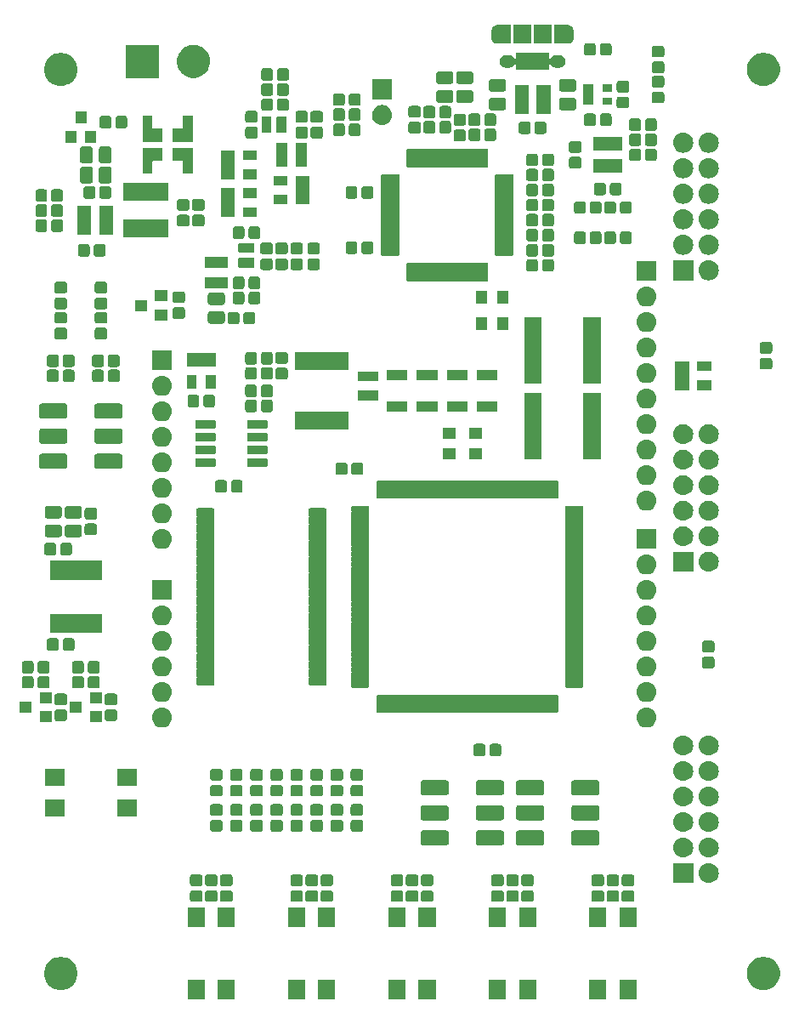
<source format=gts>
G04 #@! TF.GenerationSoftware,KiCad,Pcbnew,5.1.0*
G04 #@! TF.CreationDate,2019-05-17T18:33:46+02:00*
G04 #@! TF.ProjectId,ice40_breakout,69636534-305f-4627-9265-616b6f75742e,rev?*
G04 #@! TF.SameCoordinates,Original*
G04 #@! TF.FileFunction,Soldermask,Top*
G04 #@! TF.FilePolarity,Negative*
%FSLAX46Y46*%
G04 Gerber Fmt 4.6, Leading zero omitted, Abs format (unit mm)*
G04 Created by KiCad (PCBNEW 5.1.0) date 2019-05-17 18:33:46*
%MOMM*%
%LPD*%
G04 APERTURE LIST*
%ADD10C,0.100000*%
G04 APERTURE END LIST*
D10*
G36*
X122350000Y-137550000D02*
G01*
X120650000Y-137550000D01*
X120650000Y-135650000D01*
X122350000Y-135650000D01*
X122350000Y-137550000D01*
X122350000Y-137550000D01*
G37*
G36*
X159350000Y-137550000D02*
G01*
X157650000Y-137550000D01*
X157650000Y-135650000D01*
X159350000Y-135650000D01*
X159350000Y-137550000D01*
X159350000Y-137550000D01*
G37*
G36*
X129350000Y-137550000D02*
G01*
X127650000Y-137550000D01*
X127650000Y-135650000D01*
X129350000Y-135650000D01*
X129350000Y-137550000D01*
X129350000Y-137550000D01*
G37*
G36*
X132350000Y-137550000D02*
G01*
X130650000Y-137550000D01*
X130650000Y-135650000D01*
X132350000Y-135650000D01*
X132350000Y-137550000D01*
X132350000Y-137550000D01*
G37*
G36*
X139350000Y-137550000D02*
G01*
X137650000Y-137550000D01*
X137650000Y-135650000D01*
X139350000Y-135650000D01*
X139350000Y-137550000D01*
X139350000Y-137550000D01*
G37*
G36*
X142350000Y-137550000D02*
G01*
X140650000Y-137550000D01*
X140650000Y-135650000D01*
X142350000Y-135650000D01*
X142350000Y-137550000D01*
X142350000Y-137550000D01*
G37*
G36*
X152350000Y-137550000D02*
G01*
X150650000Y-137550000D01*
X150650000Y-135650000D01*
X152350000Y-135650000D01*
X152350000Y-137550000D01*
X152350000Y-137550000D01*
G37*
G36*
X162350000Y-137550000D02*
G01*
X160650000Y-137550000D01*
X160650000Y-135650000D01*
X162350000Y-135650000D01*
X162350000Y-137550000D01*
X162350000Y-137550000D01*
G37*
G36*
X119350000Y-137550000D02*
G01*
X117650000Y-137550000D01*
X117650000Y-135650000D01*
X119350000Y-135650000D01*
X119350000Y-137550000D01*
X119350000Y-137550000D01*
G37*
G36*
X149350000Y-137550000D02*
G01*
X147650000Y-137550000D01*
X147650000Y-135650000D01*
X149350000Y-135650000D01*
X149350000Y-137550000D01*
X149350000Y-137550000D01*
G37*
G36*
X105321899Y-133381704D02*
G01*
X105481287Y-133413408D01*
X105605667Y-133464928D01*
X105781567Y-133537788D01*
X105781568Y-133537789D01*
X106051814Y-133718361D01*
X106281639Y-133948186D01*
X106281640Y-133948188D01*
X106462212Y-134218433D01*
X106586592Y-134518714D01*
X106650000Y-134837488D01*
X106650000Y-135162512D01*
X106586592Y-135481286D01*
X106462212Y-135781567D01*
X106462211Y-135781568D01*
X106281639Y-136051814D01*
X106051814Y-136281639D01*
X105915774Y-136372538D01*
X105781567Y-136462212D01*
X105605667Y-136535072D01*
X105481287Y-136586592D01*
X105321899Y-136618296D01*
X105162512Y-136650000D01*
X104837488Y-136650000D01*
X104678101Y-136618296D01*
X104518713Y-136586592D01*
X104394333Y-136535072D01*
X104218433Y-136462212D01*
X104084226Y-136372538D01*
X103948186Y-136281639D01*
X103718361Y-136051814D01*
X103537789Y-135781568D01*
X103537788Y-135781567D01*
X103413408Y-135481286D01*
X103350000Y-135162512D01*
X103350000Y-134837488D01*
X103413408Y-134518714D01*
X103537788Y-134218433D01*
X103718360Y-133948188D01*
X103718361Y-133948186D01*
X103948186Y-133718361D01*
X104218432Y-133537789D01*
X104218433Y-133537788D01*
X104394333Y-133464928D01*
X104518713Y-133413408D01*
X104678101Y-133381704D01*
X104837488Y-133350000D01*
X105162512Y-133350000D01*
X105321899Y-133381704D01*
X105321899Y-133381704D01*
G37*
G36*
X175321899Y-133381704D02*
G01*
X175481287Y-133413408D01*
X175605667Y-133464928D01*
X175781567Y-133537788D01*
X175781568Y-133537789D01*
X176051814Y-133718361D01*
X176281639Y-133948186D01*
X176281640Y-133948188D01*
X176462212Y-134218433D01*
X176586592Y-134518714D01*
X176650000Y-134837488D01*
X176650000Y-135162512D01*
X176586592Y-135481286D01*
X176462212Y-135781567D01*
X176462211Y-135781568D01*
X176281639Y-136051814D01*
X176051814Y-136281639D01*
X175915774Y-136372538D01*
X175781567Y-136462212D01*
X175605667Y-136535072D01*
X175481287Y-136586592D01*
X175321899Y-136618296D01*
X175162512Y-136650000D01*
X174837488Y-136650000D01*
X174678101Y-136618296D01*
X174518713Y-136586592D01*
X174394333Y-136535072D01*
X174218433Y-136462212D01*
X174084226Y-136372538D01*
X173948186Y-136281639D01*
X173718361Y-136051814D01*
X173537789Y-135781568D01*
X173537788Y-135781567D01*
X173413408Y-135481286D01*
X173350000Y-135162512D01*
X173350000Y-134837488D01*
X173413408Y-134518714D01*
X173537788Y-134218433D01*
X173718360Y-133948188D01*
X173718361Y-133948186D01*
X173948186Y-133718361D01*
X174218432Y-133537789D01*
X174218433Y-133537788D01*
X174394333Y-133464928D01*
X174518713Y-133413408D01*
X174678101Y-133381704D01*
X174837488Y-133350000D01*
X175162512Y-133350000D01*
X175321899Y-133381704D01*
X175321899Y-133381704D01*
G37*
G36*
X142350000Y-130350000D02*
G01*
X140650000Y-130350000D01*
X140650000Y-128450000D01*
X142350000Y-128450000D01*
X142350000Y-130350000D01*
X142350000Y-130350000D01*
G37*
G36*
X129350000Y-130350000D02*
G01*
X127650000Y-130350000D01*
X127650000Y-128450000D01*
X129350000Y-128450000D01*
X129350000Y-130350000D01*
X129350000Y-130350000D01*
G37*
G36*
X132350000Y-130350000D02*
G01*
X130650000Y-130350000D01*
X130650000Y-128450000D01*
X132350000Y-128450000D01*
X132350000Y-130350000D01*
X132350000Y-130350000D01*
G37*
G36*
X139350000Y-130350000D02*
G01*
X137650000Y-130350000D01*
X137650000Y-128450000D01*
X139350000Y-128450000D01*
X139350000Y-130350000D01*
X139350000Y-130350000D01*
G37*
G36*
X149350000Y-130350000D02*
G01*
X147650000Y-130350000D01*
X147650000Y-128450000D01*
X149350000Y-128450000D01*
X149350000Y-130350000D01*
X149350000Y-130350000D01*
G37*
G36*
X152350000Y-130350000D02*
G01*
X150650000Y-130350000D01*
X150650000Y-128450000D01*
X152350000Y-128450000D01*
X152350000Y-130350000D01*
X152350000Y-130350000D01*
G37*
G36*
X162350000Y-130350000D02*
G01*
X160650000Y-130350000D01*
X160650000Y-128450000D01*
X162350000Y-128450000D01*
X162350000Y-130350000D01*
X162350000Y-130350000D01*
G37*
G36*
X119350000Y-130350000D02*
G01*
X117650000Y-130350000D01*
X117650000Y-128450000D01*
X119350000Y-128450000D01*
X119350000Y-130350000D01*
X119350000Y-130350000D01*
G37*
G36*
X159350000Y-130350000D02*
G01*
X157650000Y-130350000D01*
X157650000Y-128450000D01*
X159350000Y-128450000D01*
X159350000Y-130350000D01*
X159350000Y-130350000D01*
G37*
G36*
X122350000Y-130350000D02*
G01*
X120650000Y-130350000D01*
X120650000Y-128450000D01*
X122350000Y-128450000D01*
X122350000Y-130350000D01*
X122350000Y-130350000D01*
G37*
G36*
X128908634Y-126705401D02*
G01*
X128959001Y-126720680D01*
X129005427Y-126745495D01*
X129046115Y-126778885D01*
X129079505Y-126819573D01*
X129104320Y-126865999D01*
X129119599Y-126916366D01*
X129125000Y-126971204D01*
X129125000Y-127603796D01*
X129119599Y-127658634D01*
X129104320Y-127709001D01*
X129079505Y-127755427D01*
X129046115Y-127796115D01*
X129005427Y-127829505D01*
X128959001Y-127854320D01*
X128908634Y-127869599D01*
X128853796Y-127875000D01*
X128146204Y-127875000D01*
X128091366Y-127869599D01*
X128040999Y-127854320D01*
X127994573Y-127829505D01*
X127953885Y-127796115D01*
X127920495Y-127755427D01*
X127895680Y-127709001D01*
X127880401Y-127658634D01*
X127875000Y-127603796D01*
X127875000Y-126971204D01*
X127880401Y-126916366D01*
X127895680Y-126865999D01*
X127920495Y-126819573D01*
X127953885Y-126778885D01*
X127994573Y-126745495D01*
X128040999Y-126720680D01*
X128091366Y-126705401D01*
X128146204Y-126700000D01*
X128853796Y-126700000D01*
X128908634Y-126705401D01*
X128908634Y-126705401D01*
G37*
G36*
X118908634Y-126705401D02*
G01*
X118959001Y-126720680D01*
X119005427Y-126745495D01*
X119046115Y-126778885D01*
X119079505Y-126819573D01*
X119104320Y-126865999D01*
X119119599Y-126916366D01*
X119125000Y-126971204D01*
X119125000Y-127603796D01*
X119119599Y-127658634D01*
X119104320Y-127709001D01*
X119079505Y-127755427D01*
X119046115Y-127796115D01*
X119005427Y-127829505D01*
X118959001Y-127854320D01*
X118908634Y-127869599D01*
X118853796Y-127875000D01*
X118146204Y-127875000D01*
X118091366Y-127869599D01*
X118040999Y-127854320D01*
X117994573Y-127829505D01*
X117953885Y-127796115D01*
X117920495Y-127755427D01*
X117895680Y-127709001D01*
X117880401Y-127658634D01*
X117875000Y-127603796D01*
X117875000Y-126971204D01*
X117880401Y-126916366D01*
X117895680Y-126865999D01*
X117920495Y-126819573D01*
X117953885Y-126778885D01*
X117994573Y-126745495D01*
X118040999Y-126720680D01*
X118091366Y-126705401D01*
X118146204Y-126700000D01*
X118853796Y-126700000D01*
X118908634Y-126705401D01*
X118908634Y-126705401D01*
G37*
G36*
X161908634Y-126705401D02*
G01*
X161959001Y-126720680D01*
X162005427Y-126745495D01*
X162046115Y-126778885D01*
X162079505Y-126819573D01*
X162104320Y-126865999D01*
X162119599Y-126916366D01*
X162125000Y-126971204D01*
X162125000Y-127603796D01*
X162119599Y-127658634D01*
X162104320Y-127709001D01*
X162079505Y-127755427D01*
X162046115Y-127796115D01*
X162005427Y-127829505D01*
X161959001Y-127854320D01*
X161908634Y-127869599D01*
X161853796Y-127875000D01*
X161146204Y-127875000D01*
X161091366Y-127869599D01*
X161040999Y-127854320D01*
X160994573Y-127829505D01*
X160953885Y-127796115D01*
X160920495Y-127755427D01*
X160895680Y-127709001D01*
X160880401Y-127658634D01*
X160875000Y-127603796D01*
X160875000Y-126971204D01*
X160880401Y-126916366D01*
X160895680Y-126865999D01*
X160920495Y-126819573D01*
X160953885Y-126778885D01*
X160994573Y-126745495D01*
X161040999Y-126720680D01*
X161091366Y-126705401D01*
X161146204Y-126700000D01*
X161853796Y-126700000D01*
X161908634Y-126705401D01*
X161908634Y-126705401D01*
G37*
G36*
X160408634Y-126705401D02*
G01*
X160459001Y-126720680D01*
X160505427Y-126745495D01*
X160546115Y-126778885D01*
X160579505Y-126819573D01*
X160604320Y-126865999D01*
X160619599Y-126916366D01*
X160625000Y-126971204D01*
X160625000Y-127603796D01*
X160619599Y-127658634D01*
X160604320Y-127709001D01*
X160579505Y-127755427D01*
X160546115Y-127796115D01*
X160505427Y-127829505D01*
X160459001Y-127854320D01*
X160408634Y-127869599D01*
X160353796Y-127875000D01*
X159646204Y-127875000D01*
X159591366Y-127869599D01*
X159540999Y-127854320D01*
X159494573Y-127829505D01*
X159453885Y-127796115D01*
X159420495Y-127755427D01*
X159395680Y-127709001D01*
X159380401Y-127658634D01*
X159375000Y-127603796D01*
X159375000Y-126971204D01*
X159380401Y-126916366D01*
X159395680Y-126865999D01*
X159420495Y-126819573D01*
X159453885Y-126778885D01*
X159494573Y-126745495D01*
X159540999Y-126720680D01*
X159591366Y-126705401D01*
X159646204Y-126700000D01*
X160353796Y-126700000D01*
X160408634Y-126705401D01*
X160408634Y-126705401D01*
G37*
G36*
X158908634Y-126705401D02*
G01*
X158959001Y-126720680D01*
X159005427Y-126745495D01*
X159046115Y-126778885D01*
X159079505Y-126819573D01*
X159104320Y-126865999D01*
X159119599Y-126916366D01*
X159125000Y-126971204D01*
X159125000Y-127603796D01*
X159119599Y-127658634D01*
X159104320Y-127709001D01*
X159079505Y-127755427D01*
X159046115Y-127796115D01*
X159005427Y-127829505D01*
X158959001Y-127854320D01*
X158908634Y-127869599D01*
X158853796Y-127875000D01*
X158146204Y-127875000D01*
X158091366Y-127869599D01*
X158040999Y-127854320D01*
X157994573Y-127829505D01*
X157953885Y-127796115D01*
X157920495Y-127755427D01*
X157895680Y-127709001D01*
X157880401Y-127658634D01*
X157875000Y-127603796D01*
X157875000Y-126971204D01*
X157880401Y-126916366D01*
X157895680Y-126865999D01*
X157920495Y-126819573D01*
X157953885Y-126778885D01*
X157994573Y-126745495D01*
X158040999Y-126720680D01*
X158091366Y-126705401D01*
X158146204Y-126700000D01*
X158853796Y-126700000D01*
X158908634Y-126705401D01*
X158908634Y-126705401D01*
G37*
G36*
X151908634Y-126705401D02*
G01*
X151959001Y-126720680D01*
X152005427Y-126745495D01*
X152046115Y-126778885D01*
X152079505Y-126819573D01*
X152104320Y-126865999D01*
X152119599Y-126916366D01*
X152125000Y-126971204D01*
X152125000Y-127603796D01*
X152119599Y-127658634D01*
X152104320Y-127709001D01*
X152079505Y-127755427D01*
X152046115Y-127796115D01*
X152005427Y-127829505D01*
X151959001Y-127854320D01*
X151908634Y-127869599D01*
X151853796Y-127875000D01*
X151146204Y-127875000D01*
X151091366Y-127869599D01*
X151040999Y-127854320D01*
X150994573Y-127829505D01*
X150953885Y-127796115D01*
X150920495Y-127755427D01*
X150895680Y-127709001D01*
X150880401Y-127658634D01*
X150875000Y-127603796D01*
X150875000Y-126971204D01*
X150880401Y-126916366D01*
X150895680Y-126865999D01*
X150920495Y-126819573D01*
X150953885Y-126778885D01*
X150994573Y-126745495D01*
X151040999Y-126720680D01*
X151091366Y-126705401D01*
X151146204Y-126700000D01*
X151853796Y-126700000D01*
X151908634Y-126705401D01*
X151908634Y-126705401D01*
G37*
G36*
X148908634Y-126705401D02*
G01*
X148959001Y-126720680D01*
X149005427Y-126745495D01*
X149046115Y-126778885D01*
X149079505Y-126819573D01*
X149104320Y-126865999D01*
X149119599Y-126916366D01*
X149125000Y-126971204D01*
X149125000Y-127603796D01*
X149119599Y-127658634D01*
X149104320Y-127709001D01*
X149079505Y-127755427D01*
X149046115Y-127796115D01*
X149005427Y-127829505D01*
X148959001Y-127854320D01*
X148908634Y-127869599D01*
X148853796Y-127875000D01*
X148146204Y-127875000D01*
X148091366Y-127869599D01*
X148040999Y-127854320D01*
X147994573Y-127829505D01*
X147953885Y-127796115D01*
X147920495Y-127755427D01*
X147895680Y-127709001D01*
X147880401Y-127658634D01*
X147875000Y-127603796D01*
X147875000Y-126971204D01*
X147880401Y-126916366D01*
X147895680Y-126865999D01*
X147920495Y-126819573D01*
X147953885Y-126778885D01*
X147994573Y-126745495D01*
X148040999Y-126720680D01*
X148091366Y-126705401D01*
X148146204Y-126700000D01*
X148853796Y-126700000D01*
X148908634Y-126705401D01*
X148908634Y-126705401D01*
G37*
G36*
X141908634Y-126705401D02*
G01*
X141959001Y-126720680D01*
X142005427Y-126745495D01*
X142046115Y-126778885D01*
X142079505Y-126819573D01*
X142104320Y-126865999D01*
X142119599Y-126916366D01*
X142125000Y-126971204D01*
X142125000Y-127603796D01*
X142119599Y-127658634D01*
X142104320Y-127709001D01*
X142079505Y-127755427D01*
X142046115Y-127796115D01*
X142005427Y-127829505D01*
X141959001Y-127854320D01*
X141908634Y-127869599D01*
X141853796Y-127875000D01*
X141146204Y-127875000D01*
X141091366Y-127869599D01*
X141040999Y-127854320D01*
X140994573Y-127829505D01*
X140953885Y-127796115D01*
X140920495Y-127755427D01*
X140895680Y-127709001D01*
X140880401Y-127658634D01*
X140875000Y-127603796D01*
X140875000Y-126971204D01*
X140880401Y-126916366D01*
X140895680Y-126865999D01*
X140920495Y-126819573D01*
X140953885Y-126778885D01*
X140994573Y-126745495D01*
X141040999Y-126720680D01*
X141091366Y-126705401D01*
X141146204Y-126700000D01*
X141853796Y-126700000D01*
X141908634Y-126705401D01*
X141908634Y-126705401D01*
G37*
G36*
X140408634Y-126705401D02*
G01*
X140459001Y-126720680D01*
X140505427Y-126745495D01*
X140546115Y-126778885D01*
X140579505Y-126819573D01*
X140604320Y-126865999D01*
X140619599Y-126916366D01*
X140625000Y-126971204D01*
X140625000Y-127603796D01*
X140619599Y-127658634D01*
X140604320Y-127709001D01*
X140579505Y-127755427D01*
X140546115Y-127796115D01*
X140505427Y-127829505D01*
X140459001Y-127854320D01*
X140408634Y-127869599D01*
X140353796Y-127875000D01*
X139646204Y-127875000D01*
X139591366Y-127869599D01*
X139540999Y-127854320D01*
X139494573Y-127829505D01*
X139453885Y-127796115D01*
X139420495Y-127755427D01*
X139395680Y-127709001D01*
X139380401Y-127658634D01*
X139375000Y-127603796D01*
X139375000Y-126971204D01*
X139380401Y-126916366D01*
X139395680Y-126865999D01*
X139420495Y-126819573D01*
X139453885Y-126778885D01*
X139494573Y-126745495D01*
X139540999Y-126720680D01*
X139591366Y-126705401D01*
X139646204Y-126700000D01*
X140353796Y-126700000D01*
X140408634Y-126705401D01*
X140408634Y-126705401D01*
G37*
G36*
X138908634Y-126705401D02*
G01*
X138959001Y-126720680D01*
X139005427Y-126745495D01*
X139046115Y-126778885D01*
X139079505Y-126819573D01*
X139104320Y-126865999D01*
X139119599Y-126916366D01*
X139125000Y-126971204D01*
X139125000Y-127603796D01*
X139119599Y-127658634D01*
X139104320Y-127709001D01*
X139079505Y-127755427D01*
X139046115Y-127796115D01*
X139005427Y-127829505D01*
X138959001Y-127854320D01*
X138908634Y-127869599D01*
X138853796Y-127875000D01*
X138146204Y-127875000D01*
X138091366Y-127869599D01*
X138040999Y-127854320D01*
X137994573Y-127829505D01*
X137953885Y-127796115D01*
X137920495Y-127755427D01*
X137895680Y-127709001D01*
X137880401Y-127658634D01*
X137875000Y-127603796D01*
X137875000Y-126971204D01*
X137880401Y-126916366D01*
X137895680Y-126865999D01*
X137920495Y-126819573D01*
X137953885Y-126778885D01*
X137994573Y-126745495D01*
X138040999Y-126720680D01*
X138091366Y-126705401D01*
X138146204Y-126700000D01*
X138853796Y-126700000D01*
X138908634Y-126705401D01*
X138908634Y-126705401D01*
G37*
G36*
X131908634Y-126705401D02*
G01*
X131959001Y-126720680D01*
X132005427Y-126745495D01*
X132046115Y-126778885D01*
X132079505Y-126819573D01*
X132104320Y-126865999D01*
X132119599Y-126916366D01*
X132125000Y-126971204D01*
X132125000Y-127603796D01*
X132119599Y-127658634D01*
X132104320Y-127709001D01*
X132079505Y-127755427D01*
X132046115Y-127796115D01*
X132005427Y-127829505D01*
X131959001Y-127854320D01*
X131908634Y-127869599D01*
X131853796Y-127875000D01*
X131146204Y-127875000D01*
X131091366Y-127869599D01*
X131040999Y-127854320D01*
X130994573Y-127829505D01*
X130953885Y-127796115D01*
X130920495Y-127755427D01*
X130895680Y-127709001D01*
X130880401Y-127658634D01*
X130875000Y-127603796D01*
X130875000Y-126971204D01*
X130880401Y-126916366D01*
X130895680Y-126865999D01*
X130920495Y-126819573D01*
X130953885Y-126778885D01*
X130994573Y-126745495D01*
X131040999Y-126720680D01*
X131091366Y-126705401D01*
X131146204Y-126700000D01*
X131853796Y-126700000D01*
X131908634Y-126705401D01*
X131908634Y-126705401D01*
G37*
G36*
X150408634Y-126705401D02*
G01*
X150459001Y-126720680D01*
X150505427Y-126745495D01*
X150546115Y-126778885D01*
X150579505Y-126819573D01*
X150604320Y-126865999D01*
X150619599Y-126916366D01*
X150625000Y-126971204D01*
X150625000Y-127603796D01*
X150619599Y-127658634D01*
X150604320Y-127709001D01*
X150579505Y-127755427D01*
X150546115Y-127796115D01*
X150505427Y-127829505D01*
X150459001Y-127854320D01*
X150408634Y-127869599D01*
X150353796Y-127875000D01*
X149646204Y-127875000D01*
X149591366Y-127869599D01*
X149540999Y-127854320D01*
X149494573Y-127829505D01*
X149453885Y-127796115D01*
X149420495Y-127755427D01*
X149395680Y-127709001D01*
X149380401Y-127658634D01*
X149375000Y-127603796D01*
X149375000Y-126971204D01*
X149380401Y-126916366D01*
X149395680Y-126865999D01*
X149420495Y-126819573D01*
X149453885Y-126778885D01*
X149494573Y-126745495D01*
X149540999Y-126720680D01*
X149591366Y-126705401D01*
X149646204Y-126700000D01*
X150353796Y-126700000D01*
X150408634Y-126705401D01*
X150408634Y-126705401D01*
G37*
G36*
X121908634Y-126705401D02*
G01*
X121959001Y-126720680D01*
X122005427Y-126745495D01*
X122046115Y-126778885D01*
X122079505Y-126819573D01*
X122104320Y-126865999D01*
X122119599Y-126916366D01*
X122125000Y-126971204D01*
X122125000Y-127603796D01*
X122119599Y-127658634D01*
X122104320Y-127709001D01*
X122079505Y-127755427D01*
X122046115Y-127796115D01*
X122005427Y-127829505D01*
X121959001Y-127854320D01*
X121908634Y-127869599D01*
X121853796Y-127875000D01*
X121146204Y-127875000D01*
X121091366Y-127869599D01*
X121040999Y-127854320D01*
X120994573Y-127829505D01*
X120953885Y-127796115D01*
X120920495Y-127755427D01*
X120895680Y-127709001D01*
X120880401Y-127658634D01*
X120875000Y-127603796D01*
X120875000Y-126971204D01*
X120880401Y-126916366D01*
X120895680Y-126865999D01*
X120920495Y-126819573D01*
X120953885Y-126778885D01*
X120994573Y-126745495D01*
X121040999Y-126720680D01*
X121091366Y-126705401D01*
X121146204Y-126700000D01*
X121853796Y-126700000D01*
X121908634Y-126705401D01*
X121908634Y-126705401D01*
G37*
G36*
X130408634Y-126705401D02*
G01*
X130459001Y-126720680D01*
X130505427Y-126745495D01*
X130546115Y-126778885D01*
X130579505Y-126819573D01*
X130604320Y-126865999D01*
X130619599Y-126916366D01*
X130625000Y-126971204D01*
X130625000Y-127603796D01*
X130619599Y-127658634D01*
X130604320Y-127709001D01*
X130579505Y-127755427D01*
X130546115Y-127796115D01*
X130505427Y-127829505D01*
X130459001Y-127854320D01*
X130408634Y-127869599D01*
X130353796Y-127875000D01*
X129646204Y-127875000D01*
X129591366Y-127869599D01*
X129540999Y-127854320D01*
X129494573Y-127829505D01*
X129453885Y-127796115D01*
X129420495Y-127755427D01*
X129395680Y-127709001D01*
X129380401Y-127658634D01*
X129375000Y-127603796D01*
X129375000Y-126971204D01*
X129380401Y-126916366D01*
X129395680Y-126865999D01*
X129420495Y-126819573D01*
X129453885Y-126778885D01*
X129494573Y-126745495D01*
X129540999Y-126720680D01*
X129591366Y-126705401D01*
X129646204Y-126700000D01*
X130353796Y-126700000D01*
X130408634Y-126705401D01*
X130408634Y-126705401D01*
G37*
G36*
X120408634Y-126705401D02*
G01*
X120459001Y-126720680D01*
X120505427Y-126745495D01*
X120546115Y-126778885D01*
X120579505Y-126819573D01*
X120604320Y-126865999D01*
X120619599Y-126916366D01*
X120625000Y-126971204D01*
X120625000Y-127603796D01*
X120619599Y-127658634D01*
X120604320Y-127709001D01*
X120579505Y-127755427D01*
X120546115Y-127796115D01*
X120505427Y-127829505D01*
X120459001Y-127854320D01*
X120408634Y-127869599D01*
X120353796Y-127875000D01*
X119646204Y-127875000D01*
X119591366Y-127869599D01*
X119540999Y-127854320D01*
X119494573Y-127829505D01*
X119453885Y-127796115D01*
X119420495Y-127755427D01*
X119395680Y-127709001D01*
X119380401Y-127658634D01*
X119375000Y-127603796D01*
X119375000Y-126971204D01*
X119380401Y-126916366D01*
X119395680Y-126865999D01*
X119420495Y-126819573D01*
X119453885Y-126778885D01*
X119494573Y-126745495D01*
X119540999Y-126720680D01*
X119591366Y-126705401D01*
X119646204Y-126700000D01*
X120353796Y-126700000D01*
X120408634Y-126705401D01*
X120408634Y-126705401D01*
G37*
G36*
X150408634Y-125130401D02*
G01*
X150459001Y-125145680D01*
X150505427Y-125170495D01*
X150546115Y-125203885D01*
X150579505Y-125244573D01*
X150604320Y-125290999D01*
X150619599Y-125341366D01*
X150625000Y-125396204D01*
X150625000Y-126028796D01*
X150619599Y-126083634D01*
X150604320Y-126134001D01*
X150579505Y-126180427D01*
X150546115Y-126221115D01*
X150505427Y-126254505D01*
X150459001Y-126279320D01*
X150408634Y-126294599D01*
X150353796Y-126300000D01*
X149646204Y-126300000D01*
X149591366Y-126294599D01*
X149540999Y-126279320D01*
X149494573Y-126254505D01*
X149453885Y-126221115D01*
X149420495Y-126180427D01*
X149395680Y-126134001D01*
X149380401Y-126083634D01*
X149375000Y-126028796D01*
X149375000Y-125396204D01*
X149380401Y-125341366D01*
X149395680Y-125290999D01*
X149420495Y-125244573D01*
X149453885Y-125203885D01*
X149494573Y-125170495D01*
X149540999Y-125145680D01*
X149591366Y-125130401D01*
X149646204Y-125125000D01*
X150353796Y-125125000D01*
X150408634Y-125130401D01*
X150408634Y-125130401D01*
G37*
G36*
X130408634Y-125130401D02*
G01*
X130459001Y-125145680D01*
X130505427Y-125170495D01*
X130546115Y-125203885D01*
X130579505Y-125244573D01*
X130604320Y-125290999D01*
X130619599Y-125341366D01*
X130625000Y-125396204D01*
X130625000Y-126028796D01*
X130619599Y-126083634D01*
X130604320Y-126134001D01*
X130579505Y-126180427D01*
X130546115Y-126221115D01*
X130505427Y-126254505D01*
X130459001Y-126279320D01*
X130408634Y-126294599D01*
X130353796Y-126300000D01*
X129646204Y-126300000D01*
X129591366Y-126294599D01*
X129540999Y-126279320D01*
X129494573Y-126254505D01*
X129453885Y-126221115D01*
X129420495Y-126180427D01*
X129395680Y-126134001D01*
X129380401Y-126083634D01*
X129375000Y-126028796D01*
X129375000Y-125396204D01*
X129380401Y-125341366D01*
X129395680Y-125290999D01*
X129420495Y-125244573D01*
X129453885Y-125203885D01*
X129494573Y-125170495D01*
X129540999Y-125145680D01*
X129591366Y-125130401D01*
X129646204Y-125125000D01*
X130353796Y-125125000D01*
X130408634Y-125130401D01*
X130408634Y-125130401D01*
G37*
G36*
X140408634Y-125130401D02*
G01*
X140459001Y-125145680D01*
X140505427Y-125170495D01*
X140546115Y-125203885D01*
X140579505Y-125244573D01*
X140604320Y-125290999D01*
X140619599Y-125341366D01*
X140625000Y-125396204D01*
X140625000Y-126028796D01*
X140619599Y-126083634D01*
X140604320Y-126134001D01*
X140579505Y-126180427D01*
X140546115Y-126221115D01*
X140505427Y-126254505D01*
X140459001Y-126279320D01*
X140408634Y-126294599D01*
X140353796Y-126300000D01*
X139646204Y-126300000D01*
X139591366Y-126294599D01*
X139540999Y-126279320D01*
X139494573Y-126254505D01*
X139453885Y-126221115D01*
X139420495Y-126180427D01*
X139395680Y-126134001D01*
X139380401Y-126083634D01*
X139375000Y-126028796D01*
X139375000Y-125396204D01*
X139380401Y-125341366D01*
X139395680Y-125290999D01*
X139420495Y-125244573D01*
X139453885Y-125203885D01*
X139494573Y-125170495D01*
X139540999Y-125145680D01*
X139591366Y-125130401D01*
X139646204Y-125125000D01*
X140353796Y-125125000D01*
X140408634Y-125130401D01*
X140408634Y-125130401D01*
G37*
G36*
X120408634Y-125130401D02*
G01*
X120459001Y-125145680D01*
X120505427Y-125170495D01*
X120546115Y-125203885D01*
X120579505Y-125244573D01*
X120604320Y-125290999D01*
X120619599Y-125341366D01*
X120625000Y-125396204D01*
X120625000Y-126028796D01*
X120619599Y-126083634D01*
X120604320Y-126134001D01*
X120579505Y-126180427D01*
X120546115Y-126221115D01*
X120505427Y-126254505D01*
X120459001Y-126279320D01*
X120408634Y-126294599D01*
X120353796Y-126300000D01*
X119646204Y-126300000D01*
X119591366Y-126294599D01*
X119540999Y-126279320D01*
X119494573Y-126254505D01*
X119453885Y-126221115D01*
X119420495Y-126180427D01*
X119395680Y-126134001D01*
X119380401Y-126083634D01*
X119375000Y-126028796D01*
X119375000Y-125396204D01*
X119380401Y-125341366D01*
X119395680Y-125290999D01*
X119420495Y-125244573D01*
X119453885Y-125203885D01*
X119494573Y-125170495D01*
X119540999Y-125145680D01*
X119591366Y-125130401D01*
X119646204Y-125125000D01*
X120353796Y-125125000D01*
X120408634Y-125130401D01*
X120408634Y-125130401D01*
G37*
G36*
X128908634Y-125130401D02*
G01*
X128959001Y-125145680D01*
X129005427Y-125170495D01*
X129046115Y-125203885D01*
X129079505Y-125244573D01*
X129104320Y-125290999D01*
X129119599Y-125341366D01*
X129125000Y-125396204D01*
X129125000Y-126028796D01*
X129119599Y-126083634D01*
X129104320Y-126134001D01*
X129079505Y-126180427D01*
X129046115Y-126221115D01*
X129005427Y-126254505D01*
X128959001Y-126279320D01*
X128908634Y-126294599D01*
X128853796Y-126300000D01*
X128146204Y-126300000D01*
X128091366Y-126294599D01*
X128040999Y-126279320D01*
X127994573Y-126254505D01*
X127953885Y-126221115D01*
X127920495Y-126180427D01*
X127895680Y-126134001D01*
X127880401Y-126083634D01*
X127875000Y-126028796D01*
X127875000Y-125396204D01*
X127880401Y-125341366D01*
X127895680Y-125290999D01*
X127920495Y-125244573D01*
X127953885Y-125203885D01*
X127994573Y-125170495D01*
X128040999Y-125145680D01*
X128091366Y-125130401D01*
X128146204Y-125125000D01*
X128853796Y-125125000D01*
X128908634Y-125130401D01*
X128908634Y-125130401D01*
G37*
G36*
X138908634Y-125130401D02*
G01*
X138959001Y-125145680D01*
X139005427Y-125170495D01*
X139046115Y-125203885D01*
X139079505Y-125244573D01*
X139104320Y-125290999D01*
X139119599Y-125341366D01*
X139125000Y-125396204D01*
X139125000Y-126028796D01*
X139119599Y-126083634D01*
X139104320Y-126134001D01*
X139079505Y-126180427D01*
X139046115Y-126221115D01*
X139005427Y-126254505D01*
X138959001Y-126279320D01*
X138908634Y-126294599D01*
X138853796Y-126300000D01*
X138146204Y-126300000D01*
X138091366Y-126294599D01*
X138040999Y-126279320D01*
X137994573Y-126254505D01*
X137953885Y-126221115D01*
X137920495Y-126180427D01*
X137895680Y-126134001D01*
X137880401Y-126083634D01*
X137875000Y-126028796D01*
X137875000Y-125396204D01*
X137880401Y-125341366D01*
X137895680Y-125290999D01*
X137920495Y-125244573D01*
X137953885Y-125203885D01*
X137994573Y-125170495D01*
X138040999Y-125145680D01*
X138091366Y-125130401D01*
X138146204Y-125125000D01*
X138853796Y-125125000D01*
X138908634Y-125130401D01*
X138908634Y-125130401D01*
G37*
G36*
X160408634Y-125130401D02*
G01*
X160459001Y-125145680D01*
X160505427Y-125170495D01*
X160546115Y-125203885D01*
X160579505Y-125244573D01*
X160604320Y-125290999D01*
X160619599Y-125341366D01*
X160625000Y-125396204D01*
X160625000Y-126028796D01*
X160619599Y-126083634D01*
X160604320Y-126134001D01*
X160579505Y-126180427D01*
X160546115Y-126221115D01*
X160505427Y-126254505D01*
X160459001Y-126279320D01*
X160408634Y-126294599D01*
X160353796Y-126300000D01*
X159646204Y-126300000D01*
X159591366Y-126294599D01*
X159540999Y-126279320D01*
X159494573Y-126254505D01*
X159453885Y-126221115D01*
X159420495Y-126180427D01*
X159395680Y-126134001D01*
X159380401Y-126083634D01*
X159375000Y-126028796D01*
X159375000Y-125396204D01*
X159380401Y-125341366D01*
X159395680Y-125290999D01*
X159420495Y-125244573D01*
X159453885Y-125203885D01*
X159494573Y-125170495D01*
X159540999Y-125145680D01*
X159591366Y-125130401D01*
X159646204Y-125125000D01*
X160353796Y-125125000D01*
X160408634Y-125130401D01*
X160408634Y-125130401D01*
G37*
G36*
X161908634Y-125130401D02*
G01*
X161959001Y-125145680D01*
X162005427Y-125170495D01*
X162046115Y-125203885D01*
X162079505Y-125244573D01*
X162104320Y-125290999D01*
X162119599Y-125341366D01*
X162125000Y-125396204D01*
X162125000Y-126028796D01*
X162119599Y-126083634D01*
X162104320Y-126134001D01*
X162079505Y-126180427D01*
X162046115Y-126221115D01*
X162005427Y-126254505D01*
X161959001Y-126279320D01*
X161908634Y-126294599D01*
X161853796Y-126300000D01*
X161146204Y-126300000D01*
X161091366Y-126294599D01*
X161040999Y-126279320D01*
X160994573Y-126254505D01*
X160953885Y-126221115D01*
X160920495Y-126180427D01*
X160895680Y-126134001D01*
X160880401Y-126083634D01*
X160875000Y-126028796D01*
X160875000Y-125396204D01*
X160880401Y-125341366D01*
X160895680Y-125290999D01*
X160920495Y-125244573D01*
X160953885Y-125203885D01*
X160994573Y-125170495D01*
X161040999Y-125145680D01*
X161091366Y-125130401D01*
X161146204Y-125125000D01*
X161853796Y-125125000D01*
X161908634Y-125130401D01*
X161908634Y-125130401D01*
G37*
G36*
X158908634Y-125130401D02*
G01*
X158959001Y-125145680D01*
X159005427Y-125170495D01*
X159046115Y-125203885D01*
X159079505Y-125244573D01*
X159104320Y-125290999D01*
X159119599Y-125341366D01*
X159125000Y-125396204D01*
X159125000Y-126028796D01*
X159119599Y-126083634D01*
X159104320Y-126134001D01*
X159079505Y-126180427D01*
X159046115Y-126221115D01*
X159005427Y-126254505D01*
X158959001Y-126279320D01*
X158908634Y-126294599D01*
X158853796Y-126300000D01*
X158146204Y-126300000D01*
X158091366Y-126294599D01*
X158040999Y-126279320D01*
X157994573Y-126254505D01*
X157953885Y-126221115D01*
X157920495Y-126180427D01*
X157895680Y-126134001D01*
X157880401Y-126083634D01*
X157875000Y-126028796D01*
X157875000Y-125396204D01*
X157880401Y-125341366D01*
X157895680Y-125290999D01*
X157920495Y-125244573D01*
X157953885Y-125203885D01*
X157994573Y-125170495D01*
X158040999Y-125145680D01*
X158091366Y-125130401D01*
X158146204Y-125125000D01*
X158853796Y-125125000D01*
X158908634Y-125130401D01*
X158908634Y-125130401D01*
G37*
G36*
X151908634Y-125130401D02*
G01*
X151959001Y-125145680D01*
X152005427Y-125170495D01*
X152046115Y-125203885D01*
X152079505Y-125244573D01*
X152104320Y-125290999D01*
X152119599Y-125341366D01*
X152125000Y-125396204D01*
X152125000Y-126028796D01*
X152119599Y-126083634D01*
X152104320Y-126134001D01*
X152079505Y-126180427D01*
X152046115Y-126221115D01*
X152005427Y-126254505D01*
X151959001Y-126279320D01*
X151908634Y-126294599D01*
X151853796Y-126300000D01*
X151146204Y-126300000D01*
X151091366Y-126294599D01*
X151040999Y-126279320D01*
X150994573Y-126254505D01*
X150953885Y-126221115D01*
X150920495Y-126180427D01*
X150895680Y-126134001D01*
X150880401Y-126083634D01*
X150875000Y-126028796D01*
X150875000Y-125396204D01*
X150880401Y-125341366D01*
X150895680Y-125290999D01*
X150920495Y-125244573D01*
X150953885Y-125203885D01*
X150994573Y-125170495D01*
X151040999Y-125145680D01*
X151091366Y-125130401D01*
X151146204Y-125125000D01*
X151853796Y-125125000D01*
X151908634Y-125130401D01*
X151908634Y-125130401D01*
G37*
G36*
X141908634Y-125130401D02*
G01*
X141959001Y-125145680D01*
X142005427Y-125170495D01*
X142046115Y-125203885D01*
X142079505Y-125244573D01*
X142104320Y-125290999D01*
X142119599Y-125341366D01*
X142125000Y-125396204D01*
X142125000Y-126028796D01*
X142119599Y-126083634D01*
X142104320Y-126134001D01*
X142079505Y-126180427D01*
X142046115Y-126221115D01*
X142005427Y-126254505D01*
X141959001Y-126279320D01*
X141908634Y-126294599D01*
X141853796Y-126300000D01*
X141146204Y-126300000D01*
X141091366Y-126294599D01*
X141040999Y-126279320D01*
X140994573Y-126254505D01*
X140953885Y-126221115D01*
X140920495Y-126180427D01*
X140895680Y-126134001D01*
X140880401Y-126083634D01*
X140875000Y-126028796D01*
X140875000Y-125396204D01*
X140880401Y-125341366D01*
X140895680Y-125290999D01*
X140920495Y-125244573D01*
X140953885Y-125203885D01*
X140994573Y-125170495D01*
X141040999Y-125145680D01*
X141091366Y-125130401D01*
X141146204Y-125125000D01*
X141853796Y-125125000D01*
X141908634Y-125130401D01*
X141908634Y-125130401D01*
G37*
G36*
X121908634Y-125130401D02*
G01*
X121959001Y-125145680D01*
X122005427Y-125170495D01*
X122046115Y-125203885D01*
X122079505Y-125244573D01*
X122104320Y-125290999D01*
X122119599Y-125341366D01*
X122125000Y-125396204D01*
X122125000Y-126028796D01*
X122119599Y-126083634D01*
X122104320Y-126134001D01*
X122079505Y-126180427D01*
X122046115Y-126221115D01*
X122005427Y-126254505D01*
X121959001Y-126279320D01*
X121908634Y-126294599D01*
X121853796Y-126300000D01*
X121146204Y-126300000D01*
X121091366Y-126294599D01*
X121040999Y-126279320D01*
X120994573Y-126254505D01*
X120953885Y-126221115D01*
X120920495Y-126180427D01*
X120895680Y-126134001D01*
X120880401Y-126083634D01*
X120875000Y-126028796D01*
X120875000Y-125396204D01*
X120880401Y-125341366D01*
X120895680Y-125290999D01*
X120920495Y-125244573D01*
X120953885Y-125203885D01*
X120994573Y-125170495D01*
X121040999Y-125145680D01*
X121091366Y-125130401D01*
X121146204Y-125125000D01*
X121853796Y-125125000D01*
X121908634Y-125130401D01*
X121908634Y-125130401D01*
G37*
G36*
X118908634Y-125130401D02*
G01*
X118959001Y-125145680D01*
X119005427Y-125170495D01*
X119046115Y-125203885D01*
X119079505Y-125244573D01*
X119104320Y-125290999D01*
X119119599Y-125341366D01*
X119125000Y-125396204D01*
X119125000Y-126028796D01*
X119119599Y-126083634D01*
X119104320Y-126134001D01*
X119079505Y-126180427D01*
X119046115Y-126221115D01*
X119005427Y-126254505D01*
X118959001Y-126279320D01*
X118908634Y-126294599D01*
X118853796Y-126300000D01*
X118146204Y-126300000D01*
X118091366Y-126294599D01*
X118040999Y-126279320D01*
X117994573Y-126254505D01*
X117953885Y-126221115D01*
X117920495Y-126180427D01*
X117895680Y-126134001D01*
X117880401Y-126083634D01*
X117875000Y-126028796D01*
X117875000Y-125396204D01*
X117880401Y-125341366D01*
X117895680Y-125290999D01*
X117920495Y-125244573D01*
X117953885Y-125203885D01*
X117994573Y-125170495D01*
X118040999Y-125145680D01*
X118091366Y-125130401D01*
X118146204Y-125125000D01*
X118853796Y-125125000D01*
X118908634Y-125130401D01*
X118908634Y-125130401D01*
G37*
G36*
X131908634Y-125130401D02*
G01*
X131959001Y-125145680D01*
X132005427Y-125170495D01*
X132046115Y-125203885D01*
X132079505Y-125244573D01*
X132104320Y-125290999D01*
X132119599Y-125341366D01*
X132125000Y-125396204D01*
X132125000Y-126028796D01*
X132119599Y-126083634D01*
X132104320Y-126134001D01*
X132079505Y-126180427D01*
X132046115Y-126221115D01*
X132005427Y-126254505D01*
X131959001Y-126279320D01*
X131908634Y-126294599D01*
X131853796Y-126300000D01*
X131146204Y-126300000D01*
X131091366Y-126294599D01*
X131040999Y-126279320D01*
X130994573Y-126254505D01*
X130953885Y-126221115D01*
X130920495Y-126180427D01*
X130895680Y-126134001D01*
X130880401Y-126083634D01*
X130875000Y-126028796D01*
X130875000Y-125396204D01*
X130880401Y-125341366D01*
X130895680Y-125290999D01*
X130920495Y-125244573D01*
X130953885Y-125203885D01*
X130994573Y-125170495D01*
X131040999Y-125145680D01*
X131091366Y-125130401D01*
X131146204Y-125125000D01*
X131853796Y-125125000D01*
X131908634Y-125130401D01*
X131908634Y-125130401D01*
G37*
G36*
X148908634Y-125130401D02*
G01*
X148959001Y-125145680D01*
X149005427Y-125170495D01*
X149046115Y-125203885D01*
X149079505Y-125244573D01*
X149104320Y-125290999D01*
X149119599Y-125341366D01*
X149125000Y-125396204D01*
X149125000Y-126028796D01*
X149119599Y-126083634D01*
X149104320Y-126134001D01*
X149079505Y-126180427D01*
X149046115Y-126221115D01*
X149005427Y-126254505D01*
X148959001Y-126279320D01*
X148908634Y-126294599D01*
X148853796Y-126300000D01*
X148146204Y-126300000D01*
X148091366Y-126294599D01*
X148040999Y-126279320D01*
X147994573Y-126254505D01*
X147953885Y-126221115D01*
X147920495Y-126180427D01*
X147895680Y-126134001D01*
X147880401Y-126083634D01*
X147875000Y-126028796D01*
X147875000Y-125396204D01*
X147880401Y-125341366D01*
X147895680Y-125290999D01*
X147920495Y-125244573D01*
X147953885Y-125203885D01*
X147994573Y-125170495D01*
X148040999Y-125145680D01*
X148091366Y-125130401D01*
X148146204Y-125125000D01*
X148853796Y-125125000D01*
X148908634Y-125130401D01*
X148908634Y-125130401D01*
G37*
G36*
X169736034Y-124014469D02*
G01*
X169924536Y-124071651D01*
X170098256Y-124164506D01*
X170250528Y-124289472D01*
X170375494Y-124441744D01*
X170468349Y-124615464D01*
X170525531Y-124803966D01*
X170544838Y-125000000D01*
X170525531Y-125196034D01*
X170468349Y-125384536D01*
X170375494Y-125558256D01*
X170250528Y-125710528D01*
X170098256Y-125835494D01*
X169924536Y-125928349D01*
X169736034Y-125985531D01*
X169589124Y-126000000D01*
X169490876Y-126000000D01*
X169343966Y-125985531D01*
X169155464Y-125928349D01*
X168981744Y-125835494D01*
X168829472Y-125710528D01*
X168704506Y-125558256D01*
X168611651Y-125384536D01*
X168554469Y-125196034D01*
X168535162Y-125000000D01*
X168554469Y-124803966D01*
X168611651Y-124615464D01*
X168704506Y-124441744D01*
X168829472Y-124289472D01*
X168981744Y-124164506D01*
X169155464Y-124071651D01*
X169343966Y-124014469D01*
X169490876Y-124000000D01*
X169589124Y-124000000D01*
X169736034Y-124014469D01*
X169736034Y-124014469D01*
G37*
G36*
X168000000Y-126000000D02*
G01*
X166000000Y-126000000D01*
X166000000Y-124000000D01*
X168000000Y-124000000D01*
X168000000Y-126000000D01*
X168000000Y-126000000D01*
G37*
G36*
X167196034Y-121474469D02*
G01*
X167384536Y-121531651D01*
X167558256Y-121624506D01*
X167710528Y-121749472D01*
X167835494Y-121901744D01*
X167928349Y-122075464D01*
X167985531Y-122263966D01*
X168004838Y-122460000D01*
X167985531Y-122656034D01*
X167928349Y-122844536D01*
X167835494Y-123018256D01*
X167710528Y-123170528D01*
X167558256Y-123295494D01*
X167384536Y-123388349D01*
X167196034Y-123445531D01*
X167049124Y-123460000D01*
X166950876Y-123460000D01*
X166803966Y-123445531D01*
X166615464Y-123388349D01*
X166441744Y-123295494D01*
X166289472Y-123170528D01*
X166164506Y-123018256D01*
X166071651Y-122844536D01*
X166014469Y-122656034D01*
X165995162Y-122460000D01*
X166014469Y-122263966D01*
X166071651Y-122075464D01*
X166164506Y-121901744D01*
X166289472Y-121749472D01*
X166441744Y-121624506D01*
X166615464Y-121531651D01*
X166803966Y-121474469D01*
X166950876Y-121460000D01*
X167049124Y-121460000D01*
X167196034Y-121474469D01*
X167196034Y-121474469D01*
G37*
G36*
X169736034Y-121474469D02*
G01*
X169924536Y-121531651D01*
X170098256Y-121624506D01*
X170250528Y-121749472D01*
X170375494Y-121901744D01*
X170468349Y-122075464D01*
X170525531Y-122263966D01*
X170544838Y-122460000D01*
X170525531Y-122656034D01*
X170468349Y-122844536D01*
X170375494Y-123018256D01*
X170250528Y-123170528D01*
X170098256Y-123295494D01*
X169924536Y-123388349D01*
X169736034Y-123445531D01*
X169589124Y-123460000D01*
X169490876Y-123460000D01*
X169343966Y-123445531D01*
X169155464Y-123388349D01*
X168981744Y-123295494D01*
X168829472Y-123170528D01*
X168704506Y-123018256D01*
X168611651Y-122844536D01*
X168554469Y-122656034D01*
X168535162Y-122460000D01*
X168554469Y-122263966D01*
X168611651Y-122075464D01*
X168704506Y-121901744D01*
X168829472Y-121749472D01*
X168981744Y-121624506D01*
X169155464Y-121531651D01*
X169343966Y-121474469D01*
X169490876Y-121460000D01*
X169589124Y-121460000D01*
X169736034Y-121474469D01*
X169736034Y-121474469D01*
G37*
G36*
X158432627Y-120755425D02*
G01*
X158483231Y-120770775D01*
X158529869Y-120795705D01*
X158570747Y-120829253D01*
X158604295Y-120870131D01*
X158629225Y-120916769D01*
X158644575Y-120967373D01*
X158650000Y-121022454D01*
X158650000Y-121977546D01*
X158644575Y-122032627D01*
X158629225Y-122083231D01*
X158604295Y-122129869D01*
X158570747Y-122170747D01*
X158529869Y-122204295D01*
X158483231Y-122229225D01*
X158432627Y-122244575D01*
X158377546Y-122250000D01*
X156122454Y-122250000D01*
X156067373Y-122244575D01*
X156016769Y-122229225D01*
X155970131Y-122204295D01*
X155929253Y-122170747D01*
X155895705Y-122129869D01*
X155870775Y-122083231D01*
X155855425Y-122032627D01*
X155850000Y-121977546D01*
X155850000Y-121022454D01*
X155855425Y-120967373D01*
X155870775Y-120916769D01*
X155895705Y-120870131D01*
X155929253Y-120829253D01*
X155970131Y-120795705D01*
X156016769Y-120770775D01*
X156067373Y-120755425D01*
X156122454Y-120750000D01*
X158377546Y-120750000D01*
X158432627Y-120755425D01*
X158432627Y-120755425D01*
G37*
G36*
X143432627Y-120755425D02*
G01*
X143483231Y-120770775D01*
X143529869Y-120795705D01*
X143570747Y-120829253D01*
X143604295Y-120870131D01*
X143629225Y-120916769D01*
X143644575Y-120967373D01*
X143650000Y-121022454D01*
X143650000Y-121977546D01*
X143644575Y-122032627D01*
X143629225Y-122083231D01*
X143604295Y-122129869D01*
X143570747Y-122170747D01*
X143529869Y-122204295D01*
X143483231Y-122229225D01*
X143432627Y-122244575D01*
X143377546Y-122250000D01*
X141122454Y-122250000D01*
X141067373Y-122244575D01*
X141016769Y-122229225D01*
X140970131Y-122204295D01*
X140929253Y-122170747D01*
X140895705Y-122129869D01*
X140870775Y-122083231D01*
X140855425Y-122032627D01*
X140850000Y-121977546D01*
X140850000Y-121022454D01*
X140855425Y-120967373D01*
X140870775Y-120916769D01*
X140895705Y-120870131D01*
X140929253Y-120829253D01*
X140970131Y-120795705D01*
X141016769Y-120770775D01*
X141067373Y-120755425D01*
X141122454Y-120750000D01*
X143377546Y-120750000D01*
X143432627Y-120755425D01*
X143432627Y-120755425D01*
G37*
G36*
X148932627Y-120755425D02*
G01*
X148983231Y-120770775D01*
X149029869Y-120795705D01*
X149070747Y-120829253D01*
X149104295Y-120870131D01*
X149129225Y-120916769D01*
X149144575Y-120967373D01*
X149150000Y-121022454D01*
X149150000Y-121977546D01*
X149144575Y-122032627D01*
X149129225Y-122083231D01*
X149104295Y-122129869D01*
X149070747Y-122170747D01*
X149029869Y-122204295D01*
X148983231Y-122229225D01*
X148932627Y-122244575D01*
X148877546Y-122250000D01*
X146622454Y-122250000D01*
X146567373Y-122244575D01*
X146516769Y-122229225D01*
X146470131Y-122204295D01*
X146429253Y-122170747D01*
X146395705Y-122129869D01*
X146370775Y-122083231D01*
X146355425Y-122032627D01*
X146350000Y-121977546D01*
X146350000Y-121022454D01*
X146355425Y-120967373D01*
X146370775Y-120916769D01*
X146395705Y-120870131D01*
X146429253Y-120829253D01*
X146470131Y-120795705D01*
X146516769Y-120770775D01*
X146567373Y-120755425D01*
X146622454Y-120750000D01*
X148877546Y-120750000D01*
X148932627Y-120755425D01*
X148932627Y-120755425D01*
G37*
G36*
X152932627Y-120755425D02*
G01*
X152983231Y-120770775D01*
X153029869Y-120795705D01*
X153070747Y-120829253D01*
X153104295Y-120870131D01*
X153129225Y-120916769D01*
X153144575Y-120967373D01*
X153150000Y-121022454D01*
X153150000Y-121977546D01*
X153144575Y-122032627D01*
X153129225Y-122083231D01*
X153104295Y-122129869D01*
X153070747Y-122170747D01*
X153029869Y-122204295D01*
X152983231Y-122229225D01*
X152932627Y-122244575D01*
X152877546Y-122250000D01*
X150622454Y-122250000D01*
X150567373Y-122244575D01*
X150516769Y-122229225D01*
X150470131Y-122204295D01*
X150429253Y-122170747D01*
X150395705Y-122129869D01*
X150370775Y-122083231D01*
X150355425Y-122032627D01*
X150350000Y-121977546D01*
X150350000Y-121022454D01*
X150355425Y-120967373D01*
X150370775Y-120916769D01*
X150395705Y-120870131D01*
X150429253Y-120829253D01*
X150470131Y-120795705D01*
X150516769Y-120770775D01*
X150567373Y-120755425D01*
X150622454Y-120750000D01*
X152877546Y-120750000D01*
X152932627Y-120755425D01*
X152932627Y-120755425D01*
G37*
G36*
X169736034Y-118934469D02*
G01*
X169924536Y-118991651D01*
X170098256Y-119084506D01*
X170250528Y-119209472D01*
X170375494Y-119361744D01*
X170468349Y-119535464D01*
X170525531Y-119723966D01*
X170544838Y-119920000D01*
X170525531Y-120116034D01*
X170468349Y-120304536D01*
X170375494Y-120478256D01*
X170250528Y-120630528D01*
X170098256Y-120755494D01*
X169924536Y-120848349D01*
X169736034Y-120905531D01*
X169589124Y-120920000D01*
X169490876Y-120920000D01*
X169343966Y-120905531D01*
X169155464Y-120848349D01*
X168981744Y-120755494D01*
X168829472Y-120630528D01*
X168704506Y-120478256D01*
X168611651Y-120304536D01*
X168554469Y-120116034D01*
X168535162Y-119920000D01*
X168554469Y-119723966D01*
X168611651Y-119535464D01*
X168704506Y-119361744D01*
X168829472Y-119209472D01*
X168981744Y-119084506D01*
X169155464Y-118991651D01*
X169343966Y-118934469D01*
X169490876Y-118920000D01*
X169589124Y-118920000D01*
X169736034Y-118934469D01*
X169736034Y-118934469D01*
G37*
G36*
X167196034Y-118934469D02*
G01*
X167384536Y-118991651D01*
X167558256Y-119084506D01*
X167710528Y-119209472D01*
X167835494Y-119361744D01*
X167928349Y-119535464D01*
X167985531Y-119723966D01*
X168004838Y-119920000D01*
X167985531Y-120116034D01*
X167928349Y-120304536D01*
X167835494Y-120478256D01*
X167710528Y-120630528D01*
X167558256Y-120755494D01*
X167384536Y-120848349D01*
X167196034Y-120905531D01*
X167049124Y-120920000D01*
X166950876Y-120920000D01*
X166803966Y-120905531D01*
X166615464Y-120848349D01*
X166441744Y-120755494D01*
X166289472Y-120630528D01*
X166164506Y-120478256D01*
X166071651Y-120304536D01*
X166014469Y-120116034D01*
X165995162Y-119920000D01*
X166014469Y-119723966D01*
X166071651Y-119535464D01*
X166164506Y-119361744D01*
X166289472Y-119209472D01*
X166441744Y-119084506D01*
X166615464Y-118991651D01*
X166803966Y-118934469D01*
X166950876Y-118920000D01*
X167049124Y-118920000D01*
X167196034Y-118934469D01*
X167196034Y-118934469D01*
G37*
G36*
X126908634Y-119705401D02*
G01*
X126959001Y-119720680D01*
X127005427Y-119745495D01*
X127046115Y-119778885D01*
X127079505Y-119819573D01*
X127104320Y-119865999D01*
X127119599Y-119916366D01*
X127125000Y-119971204D01*
X127125000Y-120603796D01*
X127119599Y-120658634D01*
X127104320Y-120709001D01*
X127079505Y-120755427D01*
X127046115Y-120796115D01*
X127005427Y-120829505D01*
X126959001Y-120854320D01*
X126908634Y-120869599D01*
X126853796Y-120875000D01*
X126146204Y-120875000D01*
X126091366Y-120869599D01*
X126040999Y-120854320D01*
X125994573Y-120829505D01*
X125953885Y-120796115D01*
X125920495Y-120755427D01*
X125895680Y-120709001D01*
X125880401Y-120658634D01*
X125875000Y-120603796D01*
X125875000Y-119971204D01*
X125880401Y-119916366D01*
X125895680Y-119865999D01*
X125920495Y-119819573D01*
X125953885Y-119778885D01*
X125994573Y-119745495D01*
X126040999Y-119720680D01*
X126091366Y-119705401D01*
X126146204Y-119700000D01*
X126853796Y-119700000D01*
X126908634Y-119705401D01*
X126908634Y-119705401D01*
G37*
G36*
X134908634Y-119705401D02*
G01*
X134959001Y-119720680D01*
X135005427Y-119745495D01*
X135046115Y-119778885D01*
X135079505Y-119819573D01*
X135104320Y-119865999D01*
X135119599Y-119916366D01*
X135125000Y-119971204D01*
X135125000Y-120603796D01*
X135119599Y-120658634D01*
X135104320Y-120709001D01*
X135079505Y-120755427D01*
X135046115Y-120796115D01*
X135005427Y-120829505D01*
X134959001Y-120854320D01*
X134908634Y-120869599D01*
X134853796Y-120875000D01*
X134146204Y-120875000D01*
X134091366Y-120869599D01*
X134040999Y-120854320D01*
X133994573Y-120829505D01*
X133953885Y-120796115D01*
X133920495Y-120755427D01*
X133895680Y-120709001D01*
X133880401Y-120658634D01*
X133875000Y-120603796D01*
X133875000Y-119971204D01*
X133880401Y-119916366D01*
X133895680Y-119865999D01*
X133920495Y-119819573D01*
X133953885Y-119778885D01*
X133994573Y-119745495D01*
X134040999Y-119720680D01*
X134091366Y-119705401D01*
X134146204Y-119700000D01*
X134853796Y-119700000D01*
X134908634Y-119705401D01*
X134908634Y-119705401D01*
G37*
G36*
X132908634Y-119705401D02*
G01*
X132959001Y-119720680D01*
X133005427Y-119745495D01*
X133046115Y-119778885D01*
X133079505Y-119819573D01*
X133104320Y-119865999D01*
X133119599Y-119916366D01*
X133125000Y-119971204D01*
X133125000Y-120603796D01*
X133119599Y-120658634D01*
X133104320Y-120709001D01*
X133079505Y-120755427D01*
X133046115Y-120796115D01*
X133005427Y-120829505D01*
X132959001Y-120854320D01*
X132908634Y-120869599D01*
X132853796Y-120875000D01*
X132146204Y-120875000D01*
X132091366Y-120869599D01*
X132040999Y-120854320D01*
X131994573Y-120829505D01*
X131953885Y-120796115D01*
X131920495Y-120755427D01*
X131895680Y-120709001D01*
X131880401Y-120658634D01*
X131875000Y-120603796D01*
X131875000Y-119971204D01*
X131880401Y-119916366D01*
X131895680Y-119865999D01*
X131920495Y-119819573D01*
X131953885Y-119778885D01*
X131994573Y-119745495D01*
X132040999Y-119720680D01*
X132091366Y-119705401D01*
X132146204Y-119700000D01*
X132853796Y-119700000D01*
X132908634Y-119705401D01*
X132908634Y-119705401D01*
G37*
G36*
X128908634Y-119705401D02*
G01*
X128959001Y-119720680D01*
X129005427Y-119745495D01*
X129046115Y-119778885D01*
X129079505Y-119819573D01*
X129104320Y-119865999D01*
X129119599Y-119916366D01*
X129125000Y-119971204D01*
X129125000Y-120603796D01*
X129119599Y-120658634D01*
X129104320Y-120709001D01*
X129079505Y-120755427D01*
X129046115Y-120796115D01*
X129005427Y-120829505D01*
X128959001Y-120854320D01*
X128908634Y-120869599D01*
X128853796Y-120875000D01*
X128146204Y-120875000D01*
X128091366Y-120869599D01*
X128040999Y-120854320D01*
X127994573Y-120829505D01*
X127953885Y-120796115D01*
X127920495Y-120755427D01*
X127895680Y-120709001D01*
X127880401Y-120658634D01*
X127875000Y-120603796D01*
X127875000Y-119971204D01*
X127880401Y-119916366D01*
X127895680Y-119865999D01*
X127920495Y-119819573D01*
X127953885Y-119778885D01*
X127994573Y-119745495D01*
X128040999Y-119720680D01*
X128091366Y-119705401D01*
X128146204Y-119700000D01*
X128853796Y-119700000D01*
X128908634Y-119705401D01*
X128908634Y-119705401D01*
G37*
G36*
X122908634Y-119705401D02*
G01*
X122959001Y-119720680D01*
X123005427Y-119745495D01*
X123046115Y-119778885D01*
X123079505Y-119819573D01*
X123104320Y-119865999D01*
X123119599Y-119916366D01*
X123125000Y-119971204D01*
X123125000Y-120603796D01*
X123119599Y-120658634D01*
X123104320Y-120709001D01*
X123079505Y-120755427D01*
X123046115Y-120796115D01*
X123005427Y-120829505D01*
X122959001Y-120854320D01*
X122908634Y-120869599D01*
X122853796Y-120875000D01*
X122146204Y-120875000D01*
X122091366Y-120869599D01*
X122040999Y-120854320D01*
X121994573Y-120829505D01*
X121953885Y-120796115D01*
X121920495Y-120755427D01*
X121895680Y-120709001D01*
X121880401Y-120658634D01*
X121875000Y-120603796D01*
X121875000Y-119971204D01*
X121880401Y-119916366D01*
X121895680Y-119865999D01*
X121920495Y-119819573D01*
X121953885Y-119778885D01*
X121994573Y-119745495D01*
X122040999Y-119720680D01*
X122091366Y-119705401D01*
X122146204Y-119700000D01*
X122853796Y-119700000D01*
X122908634Y-119705401D01*
X122908634Y-119705401D01*
G37*
G36*
X130908634Y-119705401D02*
G01*
X130959001Y-119720680D01*
X131005427Y-119745495D01*
X131046115Y-119778885D01*
X131079505Y-119819573D01*
X131104320Y-119865999D01*
X131119599Y-119916366D01*
X131125000Y-119971204D01*
X131125000Y-120603796D01*
X131119599Y-120658634D01*
X131104320Y-120709001D01*
X131079505Y-120755427D01*
X131046115Y-120796115D01*
X131005427Y-120829505D01*
X130959001Y-120854320D01*
X130908634Y-120869599D01*
X130853796Y-120875000D01*
X130146204Y-120875000D01*
X130091366Y-120869599D01*
X130040999Y-120854320D01*
X129994573Y-120829505D01*
X129953885Y-120796115D01*
X129920495Y-120755427D01*
X129895680Y-120709001D01*
X129880401Y-120658634D01*
X129875000Y-120603796D01*
X129875000Y-119971204D01*
X129880401Y-119916366D01*
X129895680Y-119865999D01*
X129920495Y-119819573D01*
X129953885Y-119778885D01*
X129994573Y-119745495D01*
X130040999Y-119720680D01*
X130091366Y-119705401D01*
X130146204Y-119700000D01*
X130853796Y-119700000D01*
X130908634Y-119705401D01*
X130908634Y-119705401D01*
G37*
G36*
X124908634Y-119705401D02*
G01*
X124959001Y-119720680D01*
X125005427Y-119745495D01*
X125046115Y-119778885D01*
X125079505Y-119819573D01*
X125104320Y-119865999D01*
X125119599Y-119916366D01*
X125125000Y-119971204D01*
X125125000Y-120603796D01*
X125119599Y-120658634D01*
X125104320Y-120709001D01*
X125079505Y-120755427D01*
X125046115Y-120796115D01*
X125005427Y-120829505D01*
X124959001Y-120854320D01*
X124908634Y-120869599D01*
X124853796Y-120875000D01*
X124146204Y-120875000D01*
X124091366Y-120869599D01*
X124040999Y-120854320D01*
X123994573Y-120829505D01*
X123953885Y-120796115D01*
X123920495Y-120755427D01*
X123895680Y-120709001D01*
X123880401Y-120658634D01*
X123875000Y-120603796D01*
X123875000Y-119971204D01*
X123880401Y-119916366D01*
X123895680Y-119865999D01*
X123920495Y-119819573D01*
X123953885Y-119778885D01*
X123994573Y-119745495D01*
X124040999Y-119720680D01*
X124091366Y-119705401D01*
X124146204Y-119700000D01*
X124853796Y-119700000D01*
X124908634Y-119705401D01*
X124908634Y-119705401D01*
G37*
G36*
X120908634Y-119705401D02*
G01*
X120959001Y-119720680D01*
X121005427Y-119745495D01*
X121046115Y-119778885D01*
X121079505Y-119819573D01*
X121104320Y-119865999D01*
X121119599Y-119916366D01*
X121125000Y-119971204D01*
X121125000Y-120603796D01*
X121119599Y-120658634D01*
X121104320Y-120709001D01*
X121079505Y-120755427D01*
X121046115Y-120796115D01*
X121005427Y-120829505D01*
X120959001Y-120854320D01*
X120908634Y-120869599D01*
X120853796Y-120875000D01*
X120146204Y-120875000D01*
X120091366Y-120869599D01*
X120040999Y-120854320D01*
X119994573Y-120829505D01*
X119953885Y-120796115D01*
X119920495Y-120755427D01*
X119895680Y-120709001D01*
X119880401Y-120658634D01*
X119875000Y-120603796D01*
X119875000Y-119971204D01*
X119880401Y-119916366D01*
X119895680Y-119865999D01*
X119920495Y-119819573D01*
X119953885Y-119778885D01*
X119994573Y-119745495D01*
X120040999Y-119720680D01*
X120091366Y-119705401D01*
X120146204Y-119700000D01*
X120853796Y-119700000D01*
X120908634Y-119705401D01*
X120908634Y-119705401D01*
G37*
G36*
X143432627Y-118255425D02*
G01*
X143483231Y-118270775D01*
X143529869Y-118295705D01*
X143570747Y-118329253D01*
X143604295Y-118370131D01*
X143629225Y-118416769D01*
X143644575Y-118467373D01*
X143650000Y-118522454D01*
X143650000Y-119477546D01*
X143644575Y-119532627D01*
X143629225Y-119583231D01*
X143604295Y-119629869D01*
X143570747Y-119670747D01*
X143529869Y-119704295D01*
X143483231Y-119729225D01*
X143432627Y-119744575D01*
X143377546Y-119750000D01*
X141122454Y-119750000D01*
X141067373Y-119744575D01*
X141016769Y-119729225D01*
X140970131Y-119704295D01*
X140929253Y-119670747D01*
X140895705Y-119629869D01*
X140870775Y-119583231D01*
X140855425Y-119532627D01*
X140850000Y-119477546D01*
X140850000Y-118522454D01*
X140855425Y-118467373D01*
X140870775Y-118416769D01*
X140895705Y-118370131D01*
X140929253Y-118329253D01*
X140970131Y-118295705D01*
X141016769Y-118270775D01*
X141067373Y-118255425D01*
X141122454Y-118250000D01*
X143377546Y-118250000D01*
X143432627Y-118255425D01*
X143432627Y-118255425D01*
G37*
G36*
X148932627Y-118255425D02*
G01*
X148983231Y-118270775D01*
X149029869Y-118295705D01*
X149070747Y-118329253D01*
X149104295Y-118370131D01*
X149129225Y-118416769D01*
X149144575Y-118467373D01*
X149150000Y-118522454D01*
X149150000Y-119477546D01*
X149144575Y-119532627D01*
X149129225Y-119583231D01*
X149104295Y-119629869D01*
X149070747Y-119670747D01*
X149029869Y-119704295D01*
X148983231Y-119729225D01*
X148932627Y-119744575D01*
X148877546Y-119750000D01*
X146622454Y-119750000D01*
X146567373Y-119744575D01*
X146516769Y-119729225D01*
X146470131Y-119704295D01*
X146429253Y-119670747D01*
X146395705Y-119629869D01*
X146370775Y-119583231D01*
X146355425Y-119532627D01*
X146350000Y-119477546D01*
X146350000Y-118522454D01*
X146355425Y-118467373D01*
X146370775Y-118416769D01*
X146395705Y-118370131D01*
X146429253Y-118329253D01*
X146470131Y-118295705D01*
X146516769Y-118270775D01*
X146567373Y-118255425D01*
X146622454Y-118250000D01*
X148877546Y-118250000D01*
X148932627Y-118255425D01*
X148932627Y-118255425D01*
G37*
G36*
X158432627Y-118255425D02*
G01*
X158483231Y-118270775D01*
X158529869Y-118295705D01*
X158570747Y-118329253D01*
X158604295Y-118370131D01*
X158629225Y-118416769D01*
X158644575Y-118467373D01*
X158650000Y-118522454D01*
X158650000Y-119477546D01*
X158644575Y-119532627D01*
X158629225Y-119583231D01*
X158604295Y-119629869D01*
X158570747Y-119670747D01*
X158529869Y-119704295D01*
X158483231Y-119729225D01*
X158432627Y-119744575D01*
X158377546Y-119750000D01*
X156122454Y-119750000D01*
X156067373Y-119744575D01*
X156016769Y-119729225D01*
X155970131Y-119704295D01*
X155929253Y-119670747D01*
X155895705Y-119629869D01*
X155870775Y-119583231D01*
X155855425Y-119532627D01*
X155850000Y-119477546D01*
X155850000Y-118522454D01*
X155855425Y-118467373D01*
X155870775Y-118416769D01*
X155895705Y-118370131D01*
X155929253Y-118329253D01*
X155970131Y-118295705D01*
X156016769Y-118270775D01*
X156067373Y-118255425D01*
X156122454Y-118250000D01*
X158377546Y-118250000D01*
X158432627Y-118255425D01*
X158432627Y-118255425D01*
G37*
G36*
X152932627Y-118255425D02*
G01*
X152983231Y-118270775D01*
X153029869Y-118295705D01*
X153070747Y-118329253D01*
X153104295Y-118370131D01*
X153129225Y-118416769D01*
X153144575Y-118467373D01*
X153150000Y-118522454D01*
X153150000Y-119477546D01*
X153144575Y-119532627D01*
X153129225Y-119583231D01*
X153104295Y-119629869D01*
X153070747Y-119670747D01*
X153029869Y-119704295D01*
X152983231Y-119729225D01*
X152932627Y-119744575D01*
X152877546Y-119750000D01*
X150622454Y-119750000D01*
X150567373Y-119744575D01*
X150516769Y-119729225D01*
X150470131Y-119704295D01*
X150429253Y-119670747D01*
X150395705Y-119629869D01*
X150370775Y-119583231D01*
X150355425Y-119532627D01*
X150350000Y-119477546D01*
X150350000Y-118522454D01*
X150355425Y-118467373D01*
X150370775Y-118416769D01*
X150395705Y-118370131D01*
X150429253Y-118329253D01*
X150470131Y-118295705D01*
X150516769Y-118270775D01*
X150567373Y-118255425D01*
X150622454Y-118250000D01*
X152877546Y-118250000D01*
X152932627Y-118255425D01*
X152932627Y-118255425D01*
G37*
G36*
X112550000Y-119350000D02*
G01*
X110650000Y-119350000D01*
X110650000Y-117650000D01*
X112550000Y-117650000D01*
X112550000Y-119350000D01*
X112550000Y-119350000D01*
G37*
G36*
X105350000Y-119350000D02*
G01*
X103450000Y-119350000D01*
X103450000Y-117650000D01*
X105350000Y-117650000D01*
X105350000Y-119350000D01*
X105350000Y-119350000D01*
G37*
G36*
X134908634Y-118130401D02*
G01*
X134959001Y-118145680D01*
X135005427Y-118170495D01*
X135046115Y-118203885D01*
X135079505Y-118244573D01*
X135104320Y-118290999D01*
X135119599Y-118341366D01*
X135125000Y-118396204D01*
X135125000Y-119028796D01*
X135119599Y-119083634D01*
X135104320Y-119134001D01*
X135079505Y-119180427D01*
X135046115Y-119221115D01*
X135005427Y-119254505D01*
X134959001Y-119279320D01*
X134908634Y-119294599D01*
X134853796Y-119300000D01*
X134146204Y-119300000D01*
X134091366Y-119294599D01*
X134040999Y-119279320D01*
X133994573Y-119254505D01*
X133953885Y-119221115D01*
X133920495Y-119180427D01*
X133895680Y-119134001D01*
X133880401Y-119083634D01*
X133875000Y-119028796D01*
X133875000Y-118396204D01*
X133880401Y-118341366D01*
X133895680Y-118290999D01*
X133920495Y-118244573D01*
X133953885Y-118203885D01*
X133994573Y-118170495D01*
X134040999Y-118145680D01*
X134091366Y-118130401D01*
X134146204Y-118125000D01*
X134853796Y-118125000D01*
X134908634Y-118130401D01*
X134908634Y-118130401D01*
G37*
G36*
X120908634Y-118130401D02*
G01*
X120959001Y-118145680D01*
X121005427Y-118170495D01*
X121046115Y-118203885D01*
X121079505Y-118244573D01*
X121104320Y-118290999D01*
X121119599Y-118341366D01*
X121125000Y-118396204D01*
X121125000Y-119028796D01*
X121119599Y-119083634D01*
X121104320Y-119134001D01*
X121079505Y-119180427D01*
X121046115Y-119221115D01*
X121005427Y-119254505D01*
X120959001Y-119279320D01*
X120908634Y-119294599D01*
X120853796Y-119300000D01*
X120146204Y-119300000D01*
X120091366Y-119294599D01*
X120040999Y-119279320D01*
X119994573Y-119254505D01*
X119953885Y-119221115D01*
X119920495Y-119180427D01*
X119895680Y-119134001D01*
X119880401Y-119083634D01*
X119875000Y-119028796D01*
X119875000Y-118396204D01*
X119880401Y-118341366D01*
X119895680Y-118290999D01*
X119920495Y-118244573D01*
X119953885Y-118203885D01*
X119994573Y-118170495D01*
X120040999Y-118145680D01*
X120091366Y-118130401D01*
X120146204Y-118125000D01*
X120853796Y-118125000D01*
X120908634Y-118130401D01*
X120908634Y-118130401D01*
G37*
G36*
X124908634Y-118130401D02*
G01*
X124959001Y-118145680D01*
X125005427Y-118170495D01*
X125046115Y-118203885D01*
X125079505Y-118244573D01*
X125104320Y-118290999D01*
X125119599Y-118341366D01*
X125125000Y-118396204D01*
X125125000Y-119028796D01*
X125119599Y-119083634D01*
X125104320Y-119134001D01*
X125079505Y-119180427D01*
X125046115Y-119221115D01*
X125005427Y-119254505D01*
X124959001Y-119279320D01*
X124908634Y-119294599D01*
X124853796Y-119300000D01*
X124146204Y-119300000D01*
X124091366Y-119294599D01*
X124040999Y-119279320D01*
X123994573Y-119254505D01*
X123953885Y-119221115D01*
X123920495Y-119180427D01*
X123895680Y-119134001D01*
X123880401Y-119083634D01*
X123875000Y-119028796D01*
X123875000Y-118396204D01*
X123880401Y-118341366D01*
X123895680Y-118290999D01*
X123920495Y-118244573D01*
X123953885Y-118203885D01*
X123994573Y-118170495D01*
X124040999Y-118145680D01*
X124091366Y-118130401D01*
X124146204Y-118125000D01*
X124853796Y-118125000D01*
X124908634Y-118130401D01*
X124908634Y-118130401D01*
G37*
G36*
X126908634Y-118130401D02*
G01*
X126959001Y-118145680D01*
X127005427Y-118170495D01*
X127046115Y-118203885D01*
X127079505Y-118244573D01*
X127104320Y-118290999D01*
X127119599Y-118341366D01*
X127125000Y-118396204D01*
X127125000Y-119028796D01*
X127119599Y-119083634D01*
X127104320Y-119134001D01*
X127079505Y-119180427D01*
X127046115Y-119221115D01*
X127005427Y-119254505D01*
X126959001Y-119279320D01*
X126908634Y-119294599D01*
X126853796Y-119300000D01*
X126146204Y-119300000D01*
X126091366Y-119294599D01*
X126040999Y-119279320D01*
X125994573Y-119254505D01*
X125953885Y-119221115D01*
X125920495Y-119180427D01*
X125895680Y-119134001D01*
X125880401Y-119083634D01*
X125875000Y-119028796D01*
X125875000Y-118396204D01*
X125880401Y-118341366D01*
X125895680Y-118290999D01*
X125920495Y-118244573D01*
X125953885Y-118203885D01*
X125994573Y-118170495D01*
X126040999Y-118145680D01*
X126091366Y-118130401D01*
X126146204Y-118125000D01*
X126853796Y-118125000D01*
X126908634Y-118130401D01*
X126908634Y-118130401D01*
G37*
G36*
X130908634Y-118130401D02*
G01*
X130959001Y-118145680D01*
X131005427Y-118170495D01*
X131046115Y-118203885D01*
X131079505Y-118244573D01*
X131104320Y-118290999D01*
X131119599Y-118341366D01*
X131125000Y-118396204D01*
X131125000Y-119028796D01*
X131119599Y-119083634D01*
X131104320Y-119134001D01*
X131079505Y-119180427D01*
X131046115Y-119221115D01*
X131005427Y-119254505D01*
X130959001Y-119279320D01*
X130908634Y-119294599D01*
X130853796Y-119300000D01*
X130146204Y-119300000D01*
X130091366Y-119294599D01*
X130040999Y-119279320D01*
X129994573Y-119254505D01*
X129953885Y-119221115D01*
X129920495Y-119180427D01*
X129895680Y-119134001D01*
X129880401Y-119083634D01*
X129875000Y-119028796D01*
X129875000Y-118396204D01*
X129880401Y-118341366D01*
X129895680Y-118290999D01*
X129920495Y-118244573D01*
X129953885Y-118203885D01*
X129994573Y-118170495D01*
X130040999Y-118145680D01*
X130091366Y-118130401D01*
X130146204Y-118125000D01*
X130853796Y-118125000D01*
X130908634Y-118130401D01*
X130908634Y-118130401D01*
G37*
G36*
X132908634Y-118130401D02*
G01*
X132959001Y-118145680D01*
X133005427Y-118170495D01*
X133046115Y-118203885D01*
X133079505Y-118244573D01*
X133104320Y-118290999D01*
X133119599Y-118341366D01*
X133125000Y-118396204D01*
X133125000Y-119028796D01*
X133119599Y-119083634D01*
X133104320Y-119134001D01*
X133079505Y-119180427D01*
X133046115Y-119221115D01*
X133005427Y-119254505D01*
X132959001Y-119279320D01*
X132908634Y-119294599D01*
X132853796Y-119300000D01*
X132146204Y-119300000D01*
X132091366Y-119294599D01*
X132040999Y-119279320D01*
X131994573Y-119254505D01*
X131953885Y-119221115D01*
X131920495Y-119180427D01*
X131895680Y-119134001D01*
X131880401Y-119083634D01*
X131875000Y-119028796D01*
X131875000Y-118396204D01*
X131880401Y-118341366D01*
X131895680Y-118290999D01*
X131920495Y-118244573D01*
X131953885Y-118203885D01*
X131994573Y-118170495D01*
X132040999Y-118145680D01*
X132091366Y-118130401D01*
X132146204Y-118125000D01*
X132853796Y-118125000D01*
X132908634Y-118130401D01*
X132908634Y-118130401D01*
G37*
G36*
X128908634Y-118130401D02*
G01*
X128959001Y-118145680D01*
X129005427Y-118170495D01*
X129046115Y-118203885D01*
X129079505Y-118244573D01*
X129104320Y-118290999D01*
X129119599Y-118341366D01*
X129125000Y-118396204D01*
X129125000Y-119028796D01*
X129119599Y-119083634D01*
X129104320Y-119134001D01*
X129079505Y-119180427D01*
X129046115Y-119221115D01*
X129005427Y-119254505D01*
X128959001Y-119279320D01*
X128908634Y-119294599D01*
X128853796Y-119300000D01*
X128146204Y-119300000D01*
X128091366Y-119294599D01*
X128040999Y-119279320D01*
X127994573Y-119254505D01*
X127953885Y-119221115D01*
X127920495Y-119180427D01*
X127895680Y-119134001D01*
X127880401Y-119083634D01*
X127875000Y-119028796D01*
X127875000Y-118396204D01*
X127880401Y-118341366D01*
X127895680Y-118290999D01*
X127920495Y-118244573D01*
X127953885Y-118203885D01*
X127994573Y-118170495D01*
X128040999Y-118145680D01*
X128091366Y-118130401D01*
X128146204Y-118125000D01*
X128853796Y-118125000D01*
X128908634Y-118130401D01*
X128908634Y-118130401D01*
G37*
G36*
X122908634Y-118130401D02*
G01*
X122959001Y-118145680D01*
X123005427Y-118170495D01*
X123046115Y-118203885D01*
X123079505Y-118244573D01*
X123104320Y-118290999D01*
X123119599Y-118341366D01*
X123125000Y-118396204D01*
X123125000Y-119028796D01*
X123119599Y-119083634D01*
X123104320Y-119134001D01*
X123079505Y-119180427D01*
X123046115Y-119221115D01*
X123005427Y-119254505D01*
X122959001Y-119279320D01*
X122908634Y-119294599D01*
X122853796Y-119300000D01*
X122146204Y-119300000D01*
X122091366Y-119294599D01*
X122040999Y-119279320D01*
X121994573Y-119254505D01*
X121953885Y-119221115D01*
X121920495Y-119180427D01*
X121895680Y-119134001D01*
X121880401Y-119083634D01*
X121875000Y-119028796D01*
X121875000Y-118396204D01*
X121880401Y-118341366D01*
X121895680Y-118290999D01*
X121920495Y-118244573D01*
X121953885Y-118203885D01*
X121994573Y-118170495D01*
X122040999Y-118145680D01*
X122091366Y-118130401D01*
X122146204Y-118125000D01*
X122853796Y-118125000D01*
X122908634Y-118130401D01*
X122908634Y-118130401D01*
G37*
G36*
X169736034Y-116394469D02*
G01*
X169924536Y-116451651D01*
X170098256Y-116544506D01*
X170250528Y-116669472D01*
X170375494Y-116821744D01*
X170468349Y-116995464D01*
X170525531Y-117183966D01*
X170544838Y-117380000D01*
X170525531Y-117576034D01*
X170468349Y-117764536D01*
X170375494Y-117938256D01*
X170250528Y-118090528D01*
X170098256Y-118215494D01*
X169924536Y-118308349D01*
X169736034Y-118365531D01*
X169589124Y-118380000D01*
X169490876Y-118380000D01*
X169343966Y-118365531D01*
X169155464Y-118308349D01*
X168981744Y-118215494D01*
X168829472Y-118090528D01*
X168704506Y-117938256D01*
X168611651Y-117764536D01*
X168554469Y-117576034D01*
X168535162Y-117380000D01*
X168554469Y-117183966D01*
X168611651Y-116995464D01*
X168704506Y-116821744D01*
X168829472Y-116669472D01*
X168981744Y-116544506D01*
X169155464Y-116451651D01*
X169343966Y-116394469D01*
X169490876Y-116380000D01*
X169589124Y-116380000D01*
X169736034Y-116394469D01*
X169736034Y-116394469D01*
G37*
G36*
X167196034Y-116394469D02*
G01*
X167384536Y-116451651D01*
X167558256Y-116544506D01*
X167710528Y-116669472D01*
X167835494Y-116821744D01*
X167928349Y-116995464D01*
X167985531Y-117183966D01*
X168004838Y-117380000D01*
X167985531Y-117576034D01*
X167928349Y-117764536D01*
X167835494Y-117938256D01*
X167710528Y-118090528D01*
X167558256Y-118215494D01*
X167384536Y-118308349D01*
X167196034Y-118365531D01*
X167049124Y-118380000D01*
X166950876Y-118380000D01*
X166803966Y-118365531D01*
X166615464Y-118308349D01*
X166441744Y-118215494D01*
X166289472Y-118090528D01*
X166164506Y-117938256D01*
X166071651Y-117764536D01*
X166014469Y-117576034D01*
X165995162Y-117380000D01*
X166014469Y-117183966D01*
X166071651Y-116995464D01*
X166164506Y-116821744D01*
X166289472Y-116669472D01*
X166441744Y-116544506D01*
X166615464Y-116451651D01*
X166803966Y-116394469D01*
X166950876Y-116380000D01*
X167049124Y-116380000D01*
X167196034Y-116394469D01*
X167196034Y-116394469D01*
G37*
G36*
X126908634Y-116205401D02*
G01*
X126959001Y-116220680D01*
X127005427Y-116245495D01*
X127046115Y-116278885D01*
X127079505Y-116319573D01*
X127104320Y-116365999D01*
X127119599Y-116416366D01*
X127125000Y-116471204D01*
X127125000Y-117103796D01*
X127119599Y-117158634D01*
X127104320Y-117209001D01*
X127079505Y-117255427D01*
X127046115Y-117296115D01*
X127005427Y-117329505D01*
X126959001Y-117354320D01*
X126908634Y-117369599D01*
X126853796Y-117375000D01*
X126146204Y-117375000D01*
X126091366Y-117369599D01*
X126040999Y-117354320D01*
X125994573Y-117329505D01*
X125953885Y-117296115D01*
X125920495Y-117255427D01*
X125895680Y-117209001D01*
X125880401Y-117158634D01*
X125875000Y-117103796D01*
X125875000Y-116471204D01*
X125880401Y-116416366D01*
X125895680Y-116365999D01*
X125920495Y-116319573D01*
X125953885Y-116278885D01*
X125994573Y-116245495D01*
X126040999Y-116220680D01*
X126091366Y-116205401D01*
X126146204Y-116200000D01*
X126853796Y-116200000D01*
X126908634Y-116205401D01*
X126908634Y-116205401D01*
G37*
G36*
X132908634Y-116205401D02*
G01*
X132959001Y-116220680D01*
X133005427Y-116245495D01*
X133046115Y-116278885D01*
X133079505Y-116319573D01*
X133104320Y-116365999D01*
X133119599Y-116416366D01*
X133125000Y-116471204D01*
X133125000Y-117103796D01*
X133119599Y-117158634D01*
X133104320Y-117209001D01*
X133079505Y-117255427D01*
X133046115Y-117296115D01*
X133005427Y-117329505D01*
X132959001Y-117354320D01*
X132908634Y-117369599D01*
X132853796Y-117375000D01*
X132146204Y-117375000D01*
X132091366Y-117369599D01*
X132040999Y-117354320D01*
X131994573Y-117329505D01*
X131953885Y-117296115D01*
X131920495Y-117255427D01*
X131895680Y-117209001D01*
X131880401Y-117158634D01*
X131875000Y-117103796D01*
X131875000Y-116471204D01*
X131880401Y-116416366D01*
X131895680Y-116365999D01*
X131920495Y-116319573D01*
X131953885Y-116278885D01*
X131994573Y-116245495D01*
X132040999Y-116220680D01*
X132091366Y-116205401D01*
X132146204Y-116200000D01*
X132853796Y-116200000D01*
X132908634Y-116205401D01*
X132908634Y-116205401D01*
G37*
G36*
X124908634Y-116205401D02*
G01*
X124959001Y-116220680D01*
X125005427Y-116245495D01*
X125046115Y-116278885D01*
X125079505Y-116319573D01*
X125104320Y-116365999D01*
X125119599Y-116416366D01*
X125125000Y-116471204D01*
X125125000Y-117103796D01*
X125119599Y-117158634D01*
X125104320Y-117209001D01*
X125079505Y-117255427D01*
X125046115Y-117296115D01*
X125005427Y-117329505D01*
X124959001Y-117354320D01*
X124908634Y-117369599D01*
X124853796Y-117375000D01*
X124146204Y-117375000D01*
X124091366Y-117369599D01*
X124040999Y-117354320D01*
X123994573Y-117329505D01*
X123953885Y-117296115D01*
X123920495Y-117255427D01*
X123895680Y-117209001D01*
X123880401Y-117158634D01*
X123875000Y-117103796D01*
X123875000Y-116471204D01*
X123880401Y-116416366D01*
X123895680Y-116365999D01*
X123920495Y-116319573D01*
X123953885Y-116278885D01*
X123994573Y-116245495D01*
X124040999Y-116220680D01*
X124091366Y-116205401D01*
X124146204Y-116200000D01*
X124853796Y-116200000D01*
X124908634Y-116205401D01*
X124908634Y-116205401D01*
G37*
G36*
X120908634Y-116205401D02*
G01*
X120959001Y-116220680D01*
X121005427Y-116245495D01*
X121046115Y-116278885D01*
X121079505Y-116319573D01*
X121104320Y-116365999D01*
X121119599Y-116416366D01*
X121125000Y-116471204D01*
X121125000Y-117103796D01*
X121119599Y-117158634D01*
X121104320Y-117209001D01*
X121079505Y-117255427D01*
X121046115Y-117296115D01*
X121005427Y-117329505D01*
X120959001Y-117354320D01*
X120908634Y-117369599D01*
X120853796Y-117375000D01*
X120146204Y-117375000D01*
X120091366Y-117369599D01*
X120040999Y-117354320D01*
X119994573Y-117329505D01*
X119953885Y-117296115D01*
X119920495Y-117255427D01*
X119895680Y-117209001D01*
X119880401Y-117158634D01*
X119875000Y-117103796D01*
X119875000Y-116471204D01*
X119880401Y-116416366D01*
X119895680Y-116365999D01*
X119920495Y-116319573D01*
X119953885Y-116278885D01*
X119994573Y-116245495D01*
X120040999Y-116220680D01*
X120091366Y-116205401D01*
X120146204Y-116200000D01*
X120853796Y-116200000D01*
X120908634Y-116205401D01*
X120908634Y-116205401D01*
G37*
G36*
X128908634Y-116205401D02*
G01*
X128959001Y-116220680D01*
X129005427Y-116245495D01*
X129046115Y-116278885D01*
X129079505Y-116319573D01*
X129104320Y-116365999D01*
X129119599Y-116416366D01*
X129125000Y-116471204D01*
X129125000Y-117103796D01*
X129119599Y-117158634D01*
X129104320Y-117209001D01*
X129079505Y-117255427D01*
X129046115Y-117296115D01*
X129005427Y-117329505D01*
X128959001Y-117354320D01*
X128908634Y-117369599D01*
X128853796Y-117375000D01*
X128146204Y-117375000D01*
X128091366Y-117369599D01*
X128040999Y-117354320D01*
X127994573Y-117329505D01*
X127953885Y-117296115D01*
X127920495Y-117255427D01*
X127895680Y-117209001D01*
X127880401Y-117158634D01*
X127875000Y-117103796D01*
X127875000Y-116471204D01*
X127880401Y-116416366D01*
X127895680Y-116365999D01*
X127920495Y-116319573D01*
X127953885Y-116278885D01*
X127994573Y-116245495D01*
X128040999Y-116220680D01*
X128091366Y-116205401D01*
X128146204Y-116200000D01*
X128853796Y-116200000D01*
X128908634Y-116205401D01*
X128908634Y-116205401D01*
G37*
G36*
X134908634Y-116205401D02*
G01*
X134959001Y-116220680D01*
X135005427Y-116245495D01*
X135046115Y-116278885D01*
X135079505Y-116319573D01*
X135104320Y-116365999D01*
X135119599Y-116416366D01*
X135125000Y-116471204D01*
X135125000Y-117103796D01*
X135119599Y-117158634D01*
X135104320Y-117209001D01*
X135079505Y-117255427D01*
X135046115Y-117296115D01*
X135005427Y-117329505D01*
X134959001Y-117354320D01*
X134908634Y-117369599D01*
X134853796Y-117375000D01*
X134146204Y-117375000D01*
X134091366Y-117369599D01*
X134040999Y-117354320D01*
X133994573Y-117329505D01*
X133953885Y-117296115D01*
X133920495Y-117255427D01*
X133895680Y-117209001D01*
X133880401Y-117158634D01*
X133875000Y-117103796D01*
X133875000Y-116471204D01*
X133880401Y-116416366D01*
X133895680Y-116365999D01*
X133920495Y-116319573D01*
X133953885Y-116278885D01*
X133994573Y-116245495D01*
X134040999Y-116220680D01*
X134091366Y-116205401D01*
X134146204Y-116200000D01*
X134853796Y-116200000D01*
X134908634Y-116205401D01*
X134908634Y-116205401D01*
G37*
G36*
X122908634Y-116205401D02*
G01*
X122959001Y-116220680D01*
X123005427Y-116245495D01*
X123046115Y-116278885D01*
X123079505Y-116319573D01*
X123104320Y-116365999D01*
X123119599Y-116416366D01*
X123125000Y-116471204D01*
X123125000Y-117103796D01*
X123119599Y-117158634D01*
X123104320Y-117209001D01*
X123079505Y-117255427D01*
X123046115Y-117296115D01*
X123005427Y-117329505D01*
X122959001Y-117354320D01*
X122908634Y-117369599D01*
X122853796Y-117375000D01*
X122146204Y-117375000D01*
X122091366Y-117369599D01*
X122040999Y-117354320D01*
X121994573Y-117329505D01*
X121953885Y-117296115D01*
X121920495Y-117255427D01*
X121895680Y-117209001D01*
X121880401Y-117158634D01*
X121875000Y-117103796D01*
X121875000Y-116471204D01*
X121880401Y-116416366D01*
X121895680Y-116365999D01*
X121920495Y-116319573D01*
X121953885Y-116278885D01*
X121994573Y-116245495D01*
X122040999Y-116220680D01*
X122091366Y-116205401D01*
X122146204Y-116200000D01*
X122853796Y-116200000D01*
X122908634Y-116205401D01*
X122908634Y-116205401D01*
G37*
G36*
X130908634Y-116205401D02*
G01*
X130959001Y-116220680D01*
X131005427Y-116245495D01*
X131046115Y-116278885D01*
X131079505Y-116319573D01*
X131104320Y-116365999D01*
X131119599Y-116416366D01*
X131125000Y-116471204D01*
X131125000Y-117103796D01*
X131119599Y-117158634D01*
X131104320Y-117209001D01*
X131079505Y-117255427D01*
X131046115Y-117296115D01*
X131005427Y-117329505D01*
X130959001Y-117354320D01*
X130908634Y-117369599D01*
X130853796Y-117375000D01*
X130146204Y-117375000D01*
X130091366Y-117369599D01*
X130040999Y-117354320D01*
X129994573Y-117329505D01*
X129953885Y-117296115D01*
X129920495Y-117255427D01*
X129895680Y-117209001D01*
X129880401Y-117158634D01*
X129875000Y-117103796D01*
X129875000Y-116471204D01*
X129880401Y-116416366D01*
X129895680Y-116365999D01*
X129920495Y-116319573D01*
X129953885Y-116278885D01*
X129994573Y-116245495D01*
X130040999Y-116220680D01*
X130091366Y-116205401D01*
X130146204Y-116200000D01*
X130853796Y-116200000D01*
X130908634Y-116205401D01*
X130908634Y-116205401D01*
G37*
G36*
X152932627Y-115755425D02*
G01*
X152983231Y-115770775D01*
X153029869Y-115795705D01*
X153070747Y-115829253D01*
X153104295Y-115870131D01*
X153129225Y-115916769D01*
X153144575Y-115967373D01*
X153150000Y-116022454D01*
X153150000Y-116977546D01*
X153144575Y-117032627D01*
X153129225Y-117083231D01*
X153104295Y-117129869D01*
X153070747Y-117170747D01*
X153029869Y-117204295D01*
X152983231Y-117229225D01*
X152932627Y-117244575D01*
X152877546Y-117250000D01*
X150622454Y-117250000D01*
X150567373Y-117244575D01*
X150516769Y-117229225D01*
X150470131Y-117204295D01*
X150429253Y-117170747D01*
X150395705Y-117129869D01*
X150370775Y-117083231D01*
X150355425Y-117032627D01*
X150350000Y-116977546D01*
X150350000Y-116022454D01*
X150355425Y-115967373D01*
X150370775Y-115916769D01*
X150395705Y-115870131D01*
X150429253Y-115829253D01*
X150470131Y-115795705D01*
X150516769Y-115770775D01*
X150567373Y-115755425D01*
X150622454Y-115750000D01*
X152877546Y-115750000D01*
X152932627Y-115755425D01*
X152932627Y-115755425D01*
G37*
G36*
X158432627Y-115755425D02*
G01*
X158483231Y-115770775D01*
X158529869Y-115795705D01*
X158570747Y-115829253D01*
X158604295Y-115870131D01*
X158629225Y-115916769D01*
X158644575Y-115967373D01*
X158650000Y-116022454D01*
X158650000Y-116977546D01*
X158644575Y-117032627D01*
X158629225Y-117083231D01*
X158604295Y-117129869D01*
X158570747Y-117170747D01*
X158529869Y-117204295D01*
X158483231Y-117229225D01*
X158432627Y-117244575D01*
X158377546Y-117250000D01*
X156122454Y-117250000D01*
X156067373Y-117244575D01*
X156016769Y-117229225D01*
X155970131Y-117204295D01*
X155929253Y-117170747D01*
X155895705Y-117129869D01*
X155870775Y-117083231D01*
X155855425Y-117032627D01*
X155850000Y-116977546D01*
X155850000Y-116022454D01*
X155855425Y-115967373D01*
X155870775Y-115916769D01*
X155895705Y-115870131D01*
X155929253Y-115829253D01*
X155970131Y-115795705D01*
X156016769Y-115770775D01*
X156067373Y-115755425D01*
X156122454Y-115750000D01*
X158377546Y-115750000D01*
X158432627Y-115755425D01*
X158432627Y-115755425D01*
G37*
G36*
X143432627Y-115755425D02*
G01*
X143483231Y-115770775D01*
X143529869Y-115795705D01*
X143570747Y-115829253D01*
X143604295Y-115870131D01*
X143629225Y-115916769D01*
X143644575Y-115967373D01*
X143650000Y-116022454D01*
X143650000Y-116977546D01*
X143644575Y-117032627D01*
X143629225Y-117083231D01*
X143604295Y-117129869D01*
X143570747Y-117170747D01*
X143529869Y-117204295D01*
X143483231Y-117229225D01*
X143432627Y-117244575D01*
X143377546Y-117250000D01*
X141122454Y-117250000D01*
X141067373Y-117244575D01*
X141016769Y-117229225D01*
X140970131Y-117204295D01*
X140929253Y-117170747D01*
X140895705Y-117129869D01*
X140870775Y-117083231D01*
X140855425Y-117032627D01*
X140850000Y-116977546D01*
X140850000Y-116022454D01*
X140855425Y-115967373D01*
X140870775Y-115916769D01*
X140895705Y-115870131D01*
X140929253Y-115829253D01*
X140970131Y-115795705D01*
X141016769Y-115770775D01*
X141067373Y-115755425D01*
X141122454Y-115750000D01*
X143377546Y-115750000D01*
X143432627Y-115755425D01*
X143432627Y-115755425D01*
G37*
G36*
X148932627Y-115755425D02*
G01*
X148983231Y-115770775D01*
X149029869Y-115795705D01*
X149070747Y-115829253D01*
X149104295Y-115870131D01*
X149129225Y-115916769D01*
X149144575Y-115967373D01*
X149150000Y-116022454D01*
X149150000Y-116977546D01*
X149144575Y-117032627D01*
X149129225Y-117083231D01*
X149104295Y-117129869D01*
X149070747Y-117170747D01*
X149029869Y-117204295D01*
X148983231Y-117229225D01*
X148932627Y-117244575D01*
X148877546Y-117250000D01*
X146622454Y-117250000D01*
X146567373Y-117244575D01*
X146516769Y-117229225D01*
X146470131Y-117204295D01*
X146429253Y-117170747D01*
X146395705Y-117129869D01*
X146370775Y-117083231D01*
X146355425Y-117032627D01*
X146350000Y-116977546D01*
X146350000Y-116022454D01*
X146355425Y-115967373D01*
X146370775Y-115916769D01*
X146395705Y-115870131D01*
X146429253Y-115829253D01*
X146470131Y-115795705D01*
X146516769Y-115770775D01*
X146567373Y-115755425D01*
X146622454Y-115750000D01*
X148877546Y-115750000D01*
X148932627Y-115755425D01*
X148932627Y-115755425D01*
G37*
G36*
X105350000Y-116350000D02*
G01*
X103450000Y-116350000D01*
X103450000Y-114650000D01*
X105350000Y-114650000D01*
X105350000Y-116350000D01*
X105350000Y-116350000D01*
G37*
G36*
X112550000Y-116350000D02*
G01*
X110650000Y-116350000D01*
X110650000Y-114650000D01*
X112550000Y-114650000D01*
X112550000Y-116350000D01*
X112550000Y-116350000D01*
G37*
G36*
X167196034Y-113854469D02*
G01*
X167384536Y-113911651D01*
X167558256Y-114004506D01*
X167710528Y-114129472D01*
X167835494Y-114281744D01*
X167928349Y-114455464D01*
X167985531Y-114643966D01*
X168004838Y-114840000D01*
X167985531Y-115036034D01*
X167928349Y-115224536D01*
X167835494Y-115398256D01*
X167710528Y-115550528D01*
X167558256Y-115675494D01*
X167384536Y-115768349D01*
X167196034Y-115825531D01*
X167049124Y-115840000D01*
X166950876Y-115840000D01*
X166803966Y-115825531D01*
X166615464Y-115768349D01*
X166441744Y-115675494D01*
X166289472Y-115550528D01*
X166164506Y-115398256D01*
X166071651Y-115224536D01*
X166014469Y-115036034D01*
X165995162Y-114840000D01*
X166014469Y-114643966D01*
X166071651Y-114455464D01*
X166164506Y-114281744D01*
X166289472Y-114129472D01*
X166441744Y-114004506D01*
X166615464Y-113911651D01*
X166803966Y-113854469D01*
X166950876Y-113840000D01*
X167049124Y-113840000D01*
X167196034Y-113854469D01*
X167196034Y-113854469D01*
G37*
G36*
X169736034Y-113854469D02*
G01*
X169924536Y-113911651D01*
X170098256Y-114004506D01*
X170250528Y-114129472D01*
X170375494Y-114281744D01*
X170468349Y-114455464D01*
X170525531Y-114643966D01*
X170544838Y-114840000D01*
X170525531Y-115036034D01*
X170468349Y-115224536D01*
X170375494Y-115398256D01*
X170250528Y-115550528D01*
X170098256Y-115675494D01*
X169924536Y-115768349D01*
X169736034Y-115825531D01*
X169589124Y-115840000D01*
X169490876Y-115840000D01*
X169343966Y-115825531D01*
X169155464Y-115768349D01*
X168981744Y-115675494D01*
X168829472Y-115550528D01*
X168704506Y-115398256D01*
X168611651Y-115224536D01*
X168554469Y-115036034D01*
X168535162Y-114840000D01*
X168554469Y-114643966D01*
X168611651Y-114455464D01*
X168704506Y-114281744D01*
X168829472Y-114129472D01*
X168981744Y-114004506D01*
X169155464Y-113911651D01*
X169343966Y-113854469D01*
X169490876Y-113840000D01*
X169589124Y-113840000D01*
X169736034Y-113854469D01*
X169736034Y-113854469D01*
G37*
G36*
X126908634Y-114630401D02*
G01*
X126959001Y-114645680D01*
X127005427Y-114670495D01*
X127046115Y-114703885D01*
X127079505Y-114744573D01*
X127104320Y-114790999D01*
X127119599Y-114841366D01*
X127125000Y-114896204D01*
X127125000Y-115528796D01*
X127119599Y-115583634D01*
X127104320Y-115634001D01*
X127079505Y-115680427D01*
X127046115Y-115721115D01*
X127005427Y-115754505D01*
X126959001Y-115779320D01*
X126908634Y-115794599D01*
X126853796Y-115800000D01*
X126146204Y-115800000D01*
X126091366Y-115794599D01*
X126040999Y-115779320D01*
X125994573Y-115754505D01*
X125953885Y-115721115D01*
X125920495Y-115680427D01*
X125895680Y-115634001D01*
X125880401Y-115583634D01*
X125875000Y-115528796D01*
X125875000Y-114896204D01*
X125880401Y-114841366D01*
X125895680Y-114790999D01*
X125920495Y-114744573D01*
X125953885Y-114703885D01*
X125994573Y-114670495D01*
X126040999Y-114645680D01*
X126091366Y-114630401D01*
X126146204Y-114625000D01*
X126853796Y-114625000D01*
X126908634Y-114630401D01*
X126908634Y-114630401D01*
G37*
G36*
X120908634Y-114630401D02*
G01*
X120959001Y-114645680D01*
X121005427Y-114670495D01*
X121046115Y-114703885D01*
X121079505Y-114744573D01*
X121104320Y-114790999D01*
X121119599Y-114841366D01*
X121125000Y-114896204D01*
X121125000Y-115528796D01*
X121119599Y-115583634D01*
X121104320Y-115634001D01*
X121079505Y-115680427D01*
X121046115Y-115721115D01*
X121005427Y-115754505D01*
X120959001Y-115779320D01*
X120908634Y-115794599D01*
X120853796Y-115800000D01*
X120146204Y-115800000D01*
X120091366Y-115794599D01*
X120040999Y-115779320D01*
X119994573Y-115754505D01*
X119953885Y-115721115D01*
X119920495Y-115680427D01*
X119895680Y-115634001D01*
X119880401Y-115583634D01*
X119875000Y-115528796D01*
X119875000Y-114896204D01*
X119880401Y-114841366D01*
X119895680Y-114790999D01*
X119920495Y-114744573D01*
X119953885Y-114703885D01*
X119994573Y-114670495D01*
X120040999Y-114645680D01*
X120091366Y-114630401D01*
X120146204Y-114625000D01*
X120853796Y-114625000D01*
X120908634Y-114630401D01*
X120908634Y-114630401D01*
G37*
G36*
X134908634Y-114630401D02*
G01*
X134959001Y-114645680D01*
X135005427Y-114670495D01*
X135046115Y-114703885D01*
X135079505Y-114744573D01*
X135104320Y-114790999D01*
X135119599Y-114841366D01*
X135125000Y-114896204D01*
X135125000Y-115528796D01*
X135119599Y-115583634D01*
X135104320Y-115634001D01*
X135079505Y-115680427D01*
X135046115Y-115721115D01*
X135005427Y-115754505D01*
X134959001Y-115779320D01*
X134908634Y-115794599D01*
X134853796Y-115800000D01*
X134146204Y-115800000D01*
X134091366Y-115794599D01*
X134040999Y-115779320D01*
X133994573Y-115754505D01*
X133953885Y-115721115D01*
X133920495Y-115680427D01*
X133895680Y-115634001D01*
X133880401Y-115583634D01*
X133875000Y-115528796D01*
X133875000Y-114896204D01*
X133880401Y-114841366D01*
X133895680Y-114790999D01*
X133920495Y-114744573D01*
X133953885Y-114703885D01*
X133994573Y-114670495D01*
X134040999Y-114645680D01*
X134091366Y-114630401D01*
X134146204Y-114625000D01*
X134853796Y-114625000D01*
X134908634Y-114630401D01*
X134908634Y-114630401D01*
G37*
G36*
X132908634Y-114630401D02*
G01*
X132959001Y-114645680D01*
X133005427Y-114670495D01*
X133046115Y-114703885D01*
X133079505Y-114744573D01*
X133104320Y-114790999D01*
X133119599Y-114841366D01*
X133125000Y-114896204D01*
X133125000Y-115528796D01*
X133119599Y-115583634D01*
X133104320Y-115634001D01*
X133079505Y-115680427D01*
X133046115Y-115721115D01*
X133005427Y-115754505D01*
X132959001Y-115779320D01*
X132908634Y-115794599D01*
X132853796Y-115800000D01*
X132146204Y-115800000D01*
X132091366Y-115794599D01*
X132040999Y-115779320D01*
X131994573Y-115754505D01*
X131953885Y-115721115D01*
X131920495Y-115680427D01*
X131895680Y-115634001D01*
X131880401Y-115583634D01*
X131875000Y-115528796D01*
X131875000Y-114896204D01*
X131880401Y-114841366D01*
X131895680Y-114790999D01*
X131920495Y-114744573D01*
X131953885Y-114703885D01*
X131994573Y-114670495D01*
X132040999Y-114645680D01*
X132091366Y-114630401D01*
X132146204Y-114625000D01*
X132853796Y-114625000D01*
X132908634Y-114630401D01*
X132908634Y-114630401D01*
G37*
G36*
X130908634Y-114630401D02*
G01*
X130959001Y-114645680D01*
X131005427Y-114670495D01*
X131046115Y-114703885D01*
X131079505Y-114744573D01*
X131104320Y-114790999D01*
X131119599Y-114841366D01*
X131125000Y-114896204D01*
X131125000Y-115528796D01*
X131119599Y-115583634D01*
X131104320Y-115634001D01*
X131079505Y-115680427D01*
X131046115Y-115721115D01*
X131005427Y-115754505D01*
X130959001Y-115779320D01*
X130908634Y-115794599D01*
X130853796Y-115800000D01*
X130146204Y-115800000D01*
X130091366Y-115794599D01*
X130040999Y-115779320D01*
X129994573Y-115754505D01*
X129953885Y-115721115D01*
X129920495Y-115680427D01*
X129895680Y-115634001D01*
X129880401Y-115583634D01*
X129875000Y-115528796D01*
X129875000Y-114896204D01*
X129880401Y-114841366D01*
X129895680Y-114790999D01*
X129920495Y-114744573D01*
X129953885Y-114703885D01*
X129994573Y-114670495D01*
X130040999Y-114645680D01*
X130091366Y-114630401D01*
X130146204Y-114625000D01*
X130853796Y-114625000D01*
X130908634Y-114630401D01*
X130908634Y-114630401D01*
G37*
G36*
X128908634Y-114630401D02*
G01*
X128959001Y-114645680D01*
X129005427Y-114670495D01*
X129046115Y-114703885D01*
X129079505Y-114744573D01*
X129104320Y-114790999D01*
X129119599Y-114841366D01*
X129125000Y-114896204D01*
X129125000Y-115528796D01*
X129119599Y-115583634D01*
X129104320Y-115634001D01*
X129079505Y-115680427D01*
X129046115Y-115721115D01*
X129005427Y-115754505D01*
X128959001Y-115779320D01*
X128908634Y-115794599D01*
X128853796Y-115800000D01*
X128146204Y-115800000D01*
X128091366Y-115794599D01*
X128040999Y-115779320D01*
X127994573Y-115754505D01*
X127953885Y-115721115D01*
X127920495Y-115680427D01*
X127895680Y-115634001D01*
X127880401Y-115583634D01*
X127875000Y-115528796D01*
X127875000Y-114896204D01*
X127880401Y-114841366D01*
X127895680Y-114790999D01*
X127920495Y-114744573D01*
X127953885Y-114703885D01*
X127994573Y-114670495D01*
X128040999Y-114645680D01*
X128091366Y-114630401D01*
X128146204Y-114625000D01*
X128853796Y-114625000D01*
X128908634Y-114630401D01*
X128908634Y-114630401D01*
G37*
G36*
X124908634Y-114630401D02*
G01*
X124959001Y-114645680D01*
X125005427Y-114670495D01*
X125046115Y-114703885D01*
X125079505Y-114744573D01*
X125104320Y-114790999D01*
X125119599Y-114841366D01*
X125125000Y-114896204D01*
X125125000Y-115528796D01*
X125119599Y-115583634D01*
X125104320Y-115634001D01*
X125079505Y-115680427D01*
X125046115Y-115721115D01*
X125005427Y-115754505D01*
X124959001Y-115779320D01*
X124908634Y-115794599D01*
X124853796Y-115800000D01*
X124146204Y-115800000D01*
X124091366Y-115794599D01*
X124040999Y-115779320D01*
X123994573Y-115754505D01*
X123953885Y-115721115D01*
X123920495Y-115680427D01*
X123895680Y-115634001D01*
X123880401Y-115583634D01*
X123875000Y-115528796D01*
X123875000Y-114896204D01*
X123880401Y-114841366D01*
X123895680Y-114790999D01*
X123920495Y-114744573D01*
X123953885Y-114703885D01*
X123994573Y-114670495D01*
X124040999Y-114645680D01*
X124091366Y-114630401D01*
X124146204Y-114625000D01*
X124853796Y-114625000D01*
X124908634Y-114630401D01*
X124908634Y-114630401D01*
G37*
G36*
X122908634Y-114630401D02*
G01*
X122959001Y-114645680D01*
X123005427Y-114670495D01*
X123046115Y-114703885D01*
X123079505Y-114744573D01*
X123104320Y-114790999D01*
X123119599Y-114841366D01*
X123125000Y-114896204D01*
X123125000Y-115528796D01*
X123119599Y-115583634D01*
X123104320Y-115634001D01*
X123079505Y-115680427D01*
X123046115Y-115721115D01*
X123005427Y-115754505D01*
X122959001Y-115779320D01*
X122908634Y-115794599D01*
X122853796Y-115800000D01*
X122146204Y-115800000D01*
X122091366Y-115794599D01*
X122040999Y-115779320D01*
X121994573Y-115754505D01*
X121953885Y-115721115D01*
X121920495Y-115680427D01*
X121895680Y-115634001D01*
X121880401Y-115583634D01*
X121875000Y-115528796D01*
X121875000Y-114896204D01*
X121880401Y-114841366D01*
X121895680Y-114790999D01*
X121920495Y-114744573D01*
X121953885Y-114703885D01*
X121994573Y-114670495D01*
X122040999Y-114645680D01*
X122091366Y-114630401D01*
X122146204Y-114625000D01*
X122853796Y-114625000D01*
X122908634Y-114630401D01*
X122908634Y-114630401D01*
G37*
G36*
X148658634Y-112130401D02*
G01*
X148709001Y-112145680D01*
X148755427Y-112170495D01*
X148796115Y-112203885D01*
X148829505Y-112244573D01*
X148854320Y-112290999D01*
X148869599Y-112341366D01*
X148875000Y-112396204D01*
X148875000Y-113103796D01*
X148869599Y-113158634D01*
X148854320Y-113209001D01*
X148829505Y-113255427D01*
X148796115Y-113296115D01*
X148755427Y-113329505D01*
X148709001Y-113354320D01*
X148658634Y-113369599D01*
X148603796Y-113375000D01*
X147971204Y-113375000D01*
X147916366Y-113369599D01*
X147865999Y-113354320D01*
X147819573Y-113329505D01*
X147778885Y-113296115D01*
X147745495Y-113255427D01*
X147720680Y-113209001D01*
X147705401Y-113158634D01*
X147700000Y-113103796D01*
X147700000Y-112396204D01*
X147705401Y-112341366D01*
X147720680Y-112290999D01*
X147745495Y-112244573D01*
X147778885Y-112203885D01*
X147819573Y-112170495D01*
X147865999Y-112145680D01*
X147916366Y-112130401D01*
X147971204Y-112125000D01*
X148603796Y-112125000D01*
X148658634Y-112130401D01*
X148658634Y-112130401D01*
G37*
G36*
X147083634Y-112130401D02*
G01*
X147134001Y-112145680D01*
X147180427Y-112170495D01*
X147221115Y-112203885D01*
X147254505Y-112244573D01*
X147279320Y-112290999D01*
X147294599Y-112341366D01*
X147300000Y-112396204D01*
X147300000Y-113103796D01*
X147294599Y-113158634D01*
X147279320Y-113209001D01*
X147254505Y-113255427D01*
X147221115Y-113296115D01*
X147180427Y-113329505D01*
X147134001Y-113354320D01*
X147083634Y-113369599D01*
X147028796Y-113375000D01*
X146396204Y-113375000D01*
X146341366Y-113369599D01*
X146290999Y-113354320D01*
X146244573Y-113329505D01*
X146203885Y-113296115D01*
X146170495Y-113255427D01*
X146145680Y-113209001D01*
X146130401Y-113158634D01*
X146125000Y-113103796D01*
X146125000Y-112396204D01*
X146130401Y-112341366D01*
X146145680Y-112290999D01*
X146170495Y-112244573D01*
X146203885Y-112203885D01*
X146244573Y-112170495D01*
X146290999Y-112145680D01*
X146341366Y-112130401D01*
X146396204Y-112125000D01*
X147028796Y-112125000D01*
X147083634Y-112130401D01*
X147083634Y-112130401D01*
G37*
G36*
X169736034Y-111314469D02*
G01*
X169924536Y-111371651D01*
X170098256Y-111464506D01*
X170250528Y-111589472D01*
X170375494Y-111741744D01*
X170468349Y-111915464D01*
X170525531Y-112103966D01*
X170544838Y-112300000D01*
X170525531Y-112496034D01*
X170468349Y-112684536D01*
X170375494Y-112858256D01*
X170250528Y-113010528D01*
X170098256Y-113135494D01*
X169924536Y-113228349D01*
X169736034Y-113285531D01*
X169589124Y-113300000D01*
X169490876Y-113300000D01*
X169343966Y-113285531D01*
X169155464Y-113228349D01*
X168981744Y-113135494D01*
X168829472Y-113010528D01*
X168704506Y-112858256D01*
X168611651Y-112684536D01*
X168554469Y-112496034D01*
X168535162Y-112300000D01*
X168554469Y-112103966D01*
X168611651Y-111915464D01*
X168704506Y-111741744D01*
X168829472Y-111589472D01*
X168981744Y-111464506D01*
X169155464Y-111371651D01*
X169343966Y-111314469D01*
X169490876Y-111300000D01*
X169589124Y-111300000D01*
X169736034Y-111314469D01*
X169736034Y-111314469D01*
G37*
G36*
X167196034Y-111314469D02*
G01*
X167384536Y-111371651D01*
X167558256Y-111464506D01*
X167710528Y-111589472D01*
X167835494Y-111741744D01*
X167928349Y-111915464D01*
X167985531Y-112103966D01*
X168004838Y-112300000D01*
X167985531Y-112496034D01*
X167928349Y-112684536D01*
X167835494Y-112858256D01*
X167710528Y-113010528D01*
X167558256Y-113135494D01*
X167384536Y-113228349D01*
X167196034Y-113285531D01*
X167049124Y-113300000D01*
X166950876Y-113300000D01*
X166803966Y-113285531D01*
X166615464Y-113228349D01*
X166441744Y-113135494D01*
X166289472Y-113010528D01*
X166164506Y-112858256D01*
X166071651Y-112684536D01*
X166014469Y-112496034D01*
X165995162Y-112300000D01*
X166014469Y-112103966D01*
X166071651Y-111915464D01*
X166164506Y-111741744D01*
X166289472Y-111589472D01*
X166441744Y-111464506D01*
X166615464Y-111371651D01*
X166803966Y-111314469D01*
X166950876Y-111300000D01*
X167049124Y-111300000D01*
X167196034Y-111314469D01*
X167196034Y-111314469D01*
G37*
G36*
X163536034Y-108534469D02*
G01*
X163724536Y-108591651D01*
X163898256Y-108684506D01*
X164050528Y-108809472D01*
X164175494Y-108961744D01*
X164268349Y-109135464D01*
X164325531Y-109323966D01*
X164344838Y-109520000D01*
X164325531Y-109716034D01*
X164268349Y-109904536D01*
X164175494Y-110078256D01*
X164050528Y-110230528D01*
X163898256Y-110355494D01*
X163724536Y-110448349D01*
X163536034Y-110505531D01*
X163389124Y-110520000D01*
X163290876Y-110520000D01*
X163143966Y-110505531D01*
X162955464Y-110448349D01*
X162781744Y-110355494D01*
X162629472Y-110230528D01*
X162504506Y-110078256D01*
X162411651Y-109904536D01*
X162354469Y-109716034D01*
X162335162Y-109520000D01*
X162354469Y-109323966D01*
X162411651Y-109135464D01*
X162504506Y-108961744D01*
X162629472Y-108809472D01*
X162781744Y-108684506D01*
X162955464Y-108591651D01*
X163143966Y-108534469D01*
X163290876Y-108520000D01*
X163389124Y-108520000D01*
X163536034Y-108534469D01*
X163536034Y-108534469D01*
G37*
G36*
X115276034Y-108534469D02*
G01*
X115464536Y-108591651D01*
X115638256Y-108684506D01*
X115790528Y-108809472D01*
X115915494Y-108961744D01*
X116008349Y-109135464D01*
X116065531Y-109323966D01*
X116084838Y-109520000D01*
X116065531Y-109716034D01*
X116008349Y-109904536D01*
X115915494Y-110078256D01*
X115790528Y-110230528D01*
X115638256Y-110355494D01*
X115464536Y-110448349D01*
X115276034Y-110505531D01*
X115129124Y-110520000D01*
X115030876Y-110520000D01*
X114883966Y-110505531D01*
X114695464Y-110448349D01*
X114521744Y-110355494D01*
X114369472Y-110230528D01*
X114244506Y-110078256D01*
X114151651Y-109904536D01*
X114094469Y-109716034D01*
X114075162Y-109520000D01*
X114094469Y-109323966D01*
X114151651Y-109135464D01*
X114244506Y-108961744D01*
X114369472Y-108809472D01*
X114521744Y-108684506D01*
X114695464Y-108591651D01*
X114883966Y-108534469D01*
X115030876Y-108520000D01*
X115129124Y-108520000D01*
X115276034Y-108534469D01*
X115276034Y-108534469D01*
G37*
G36*
X109100000Y-110000000D02*
G01*
X107900000Y-110000000D01*
X107900000Y-108900000D01*
X109100000Y-108900000D01*
X109100000Y-110000000D01*
X109100000Y-110000000D01*
G37*
G36*
X104100000Y-110000000D02*
G01*
X102900000Y-110000000D01*
X102900000Y-108900000D01*
X104100000Y-108900000D01*
X104100000Y-110000000D01*
X104100000Y-110000000D01*
G37*
G36*
X110408634Y-108705401D02*
G01*
X110459001Y-108720680D01*
X110505427Y-108745495D01*
X110546115Y-108778885D01*
X110579505Y-108819573D01*
X110604320Y-108865999D01*
X110619599Y-108916366D01*
X110625000Y-108971204D01*
X110625000Y-109603796D01*
X110619599Y-109658634D01*
X110604320Y-109709001D01*
X110579505Y-109755427D01*
X110546115Y-109796115D01*
X110505427Y-109829505D01*
X110459001Y-109854320D01*
X110408634Y-109869599D01*
X110353796Y-109875000D01*
X109646204Y-109875000D01*
X109591366Y-109869599D01*
X109540999Y-109854320D01*
X109494573Y-109829505D01*
X109453885Y-109796115D01*
X109420495Y-109755427D01*
X109395680Y-109709001D01*
X109380401Y-109658634D01*
X109375000Y-109603796D01*
X109375000Y-108971204D01*
X109380401Y-108916366D01*
X109395680Y-108865999D01*
X109420495Y-108819573D01*
X109453885Y-108778885D01*
X109494573Y-108745495D01*
X109540999Y-108720680D01*
X109591366Y-108705401D01*
X109646204Y-108700000D01*
X110353796Y-108700000D01*
X110408634Y-108705401D01*
X110408634Y-108705401D01*
G37*
G36*
X105408634Y-108705401D02*
G01*
X105459001Y-108720680D01*
X105505427Y-108745495D01*
X105546115Y-108778885D01*
X105579505Y-108819573D01*
X105604320Y-108865999D01*
X105619599Y-108916366D01*
X105625000Y-108971204D01*
X105625000Y-109603796D01*
X105619599Y-109658634D01*
X105604320Y-109709001D01*
X105579505Y-109755427D01*
X105546115Y-109796115D01*
X105505427Y-109829505D01*
X105459001Y-109854320D01*
X105408634Y-109869599D01*
X105353796Y-109875000D01*
X104646204Y-109875000D01*
X104591366Y-109869599D01*
X104540999Y-109854320D01*
X104494573Y-109829505D01*
X104453885Y-109796115D01*
X104420495Y-109755427D01*
X104395680Y-109709001D01*
X104380401Y-109658634D01*
X104375000Y-109603796D01*
X104375000Y-108971204D01*
X104380401Y-108916366D01*
X104395680Y-108865999D01*
X104420495Y-108819573D01*
X104453885Y-108778885D01*
X104494573Y-108745495D01*
X104540999Y-108720680D01*
X104591366Y-108705401D01*
X104646204Y-108700000D01*
X105353796Y-108700000D01*
X105408634Y-108705401D01*
X105408634Y-108705401D01*
G37*
G36*
X136949339Y-107277639D02*
G01*
X136972743Y-107284739D01*
X136976429Y-107286709D01*
X136985484Y-107290461D01*
X136995098Y-107292373D01*
X137004899Y-107292373D01*
X137014512Y-107290462D01*
X137023571Y-107286709D01*
X137027257Y-107284739D01*
X137050661Y-107277639D01*
X137077454Y-107275000D01*
X137422546Y-107275000D01*
X137449339Y-107277639D01*
X137472743Y-107284739D01*
X137476429Y-107286709D01*
X137485484Y-107290461D01*
X137495098Y-107292373D01*
X137504899Y-107292373D01*
X137514512Y-107290462D01*
X137523571Y-107286709D01*
X137527257Y-107284739D01*
X137550661Y-107277639D01*
X137577454Y-107275000D01*
X137922546Y-107275000D01*
X137949339Y-107277639D01*
X137972743Y-107284739D01*
X137976429Y-107286709D01*
X137985484Y-107290461D01*
X137995098Y-107292373D01*
X138004899Y-107292373D01*
X138014512Y-107290462D01*
X138023571Y-107286709D01*
X138027257Y-107284739D01*
X138050661Y-107277639D01*
X138077454Y-107275000D01*
X138422546Y-107275000D01*
X138449339Y-107277639D01*
X138472743Y-107284739D01*
X138476429Y-107286709D01*
X138485484Y-107290461D01*
X138495098Y-107292373D01*
X138504899Y-107292373D01*
X138514512Y-107290462D01*
X138523571Y-107286709D01*
X138527257Y-107284739D01*
X138550661Y-107277639D01*
X138577454Y-107275000D01*
X138922546Y-107275000D01*
X138949339Y-107277639D01*
X138972743Y-107284739D01*
X138976429Y-107286709D01*
X138985484Y-107290461D01*
X138995098Y-107292373D01*
X139004899Y-107292373D01*
X139014512Y-107290462D01*
X139023571Y-107286709D01*
X139027257Y-107284739D01*
X139050661Y-107277639D01*
X139077454Y-107275000D01*
X139422546Y-107275000D01*
X139449339Y-107277639D01*
X139472743Y-107284739D01*
X139476429Y-107286709D01*
X139485484Y-107290461D01*
X139495098Y-107292373D01*
X139504899Y-107292373D01*
X139514512Y-107290462D01*
X139523571Y-107286709D01*
X139527257Y-107284739D01*
X139550661Y-107277639D01*
X139577454Y-107275000D01*
X139922546Y-107275000D01*
X139949339Y-107277639D01*
X139972743Y-107284739D01*
X139976429Y-107286709D01*
X139985484Y-107290461D01*
X139995098Y-107292373D01*
X140004899Y-107292373D01*
X140014512Y-107290462D01*
X140023571Y-107286709D01*
X140027257Y-107284739D01*
X140050661Y-107277639D01*
X140077454Y-107275000D01*
X140422546Y-107275000D01*
X140449339Y-107277639D01*
X140472743Y-107284739D01*
X140476429Y-107286709D01*
X140485484Y-107290461D01*
X140495098Y-107292373D01*
X140504899Y-107292373D01*
X140514512Y-107290462D01*
X140523571Y-107286709D01*
X140527257Y-107284739D01*
X140550661Y-107277639D01*
X140577454Y-107275000D01*
X140922546Y-107275000D01*
X140949339Y-107277639D01*
X140972743Y-107284739D01*
X140976429Y-107286709D01*
X140985484Y-107290461D01*
X140995098Y-107292373D01*
X141004899Y-107292373D01*
X141014512Y-107290462D01*
X141023571Y-107286709D01*
X141027257Y-107284739D01*
X141050661Y-107277639D01*
X141077454Y-107275000D01*
X141422546Y-107275000D01*
X141449339Y-107277639D01*
X141472743Y-107284739D01*
X141476429Y-107286709D01*
X141485484Y-107290461D01*
X141495098Y-107292373D01*
X141504899Y-107292373D01*
X141514512Y-107290462D01*
X141523571Y-107286709D01*
X141527257Y-107284739D01*
X141550661Y-107277639D01*
X141577454Y-107275000D01*
X141922546Y-107275000D01*
X141949339Y-107277639D01*
X141972743Y-107284739D01*
X141976429Y-107286709D01*
X141985484Y-107290461D01*
X141995098Y-107292373D01*
X142004899Y-107292373D01*
X142014512Y-107290462D01*
X142023571Y-107286709D01*
X142027257Y-107284739D01*
X142050661Y-107277639D01*
X142077454Y-107275000D01*
X142422546Y-107275000D01*
X142449339Y-107277639D01*
X142472743Y-107284739D01*
X142476429Y-107286709D01*
X142485484Y-107290461D01*
X142495098Y-107292373D01*
X142504899Y-107292373D01*
X142514512Y-107290462D01*
X142523571Y-107286709D01*
X142527257Y-107284739D01*
X142550661Y-107277639D01*
X142577454Y-107275000D01*
X142922546Y-107275000D01*
X142949339Y-107277639D01*
X142972743Y-107284739D01*
X142976429Y-107286709D01*
X142985484Y-107290461D01*
X142995098Y-107292373D01*
X143004899Y-107292373D01*
X143014512Y-107290462D01*
X143023571Y-107286709D01*
X143027257Y-107284739D01*
X143050661Y-107277639D01*
X143077454Y-107275000D01*
X143422546Y-107275000D01*
X143449339Y-107277639D01*
X143472743Y-107284739D01*
X143476429Y-107286709D01*
X143485484Y-107290461D01*
X143495098Y-107292373D01*
X143504899Y-107292373D01*
X143514512Y-107290462D01*
X143523571Y-107286709D01*
X143527257Y-107284739D01*
X143550661Y-107277639D01*
X143577454Y-107275000D01*
X143922546Y-107275000D01*
X143949339Y-107277639D01*
X143972743Y-107284739D01*
X143976429Y-107286709D01*
X143985484Y-107290461D01*
X143995098Y-107292373D01*
X144004899Y-107292373D01*
X144014512Y-107290462D01*
X144023571Y-107286709D01*
X144027257Y-107284739D01*
X144050661Y-107277639D01*
X144077454Y-107275000D01*
X144422546Y-107275000D01*
X144449339Y-107277639D01*
X144472743Y-107284739D01*
X144476429Y-107286709D01*
X144485484Y-107290461D01*
X144495098Y-107292373D01*
X144504899Y-107292373D01*
X144514512Y-107290462D01*
X144523571Y-107286709D01*
X144527257Y-107284739D01*
X144550661Y-107277639D01*
X144577454Y-107275000D01*
X144922546Y-107275000D01*
X144949339Y-107277639D01*
X144972743Y-107284739D01*
X144976429Y-107286709D01*
X144985484Y-107290461D01*
X144995098Y-107292373D01*
X145004899Y-107292373D01*
X145014512Y-107290462D01*
X145023571Y-107286709D01*
X145027257Y-107284739D01*
X145050661Y-107277639D01*
X145077454Y-107275000D01*
X145422546Y-107275000D01*
X145449339Y-107277639D01*
X145472743Y-107284739D01*
X145476429Y-107286709D01*
X145485484Y-107290461D01*
X145495098Y-107292373D01*
X145504899Y-107292373D01*
X145514512Y-107290462D01*
X145523571Y-107286709D01*
X145527257Y-107284739D01*
X145550661Y-107277639D01*
X145577454Y-107275000D01*
X145922546Y-107275000D01*
X145949339Y-107277639D01*
X145972743Y-107284739D01*
X145976429Y-107286709D01*
X145985484Y-107290461D01*
X145995098Y-107292373D01*
X146004899Y-107292373D01*
X146014512Y-107290462D01*
X146023571Y-107286709D01*
X146027257Y-107284739D01*
X146050661Y-107277639D01*
X146077454Y-107275000D01*
X146422546Y-107275000D01*
X146449339Y-107277639D01*
X146472743Y-107284739D01*
X146476429Y-107286709D01*
X146485484Y-107290461D01*
X146495098Y-107292373D01*
X146504899Y-107292373D01*
X146514512Y-107290462D01*
X146523571Y-107286709D01*
X146527257Y-107284739D01*
X146550661Y-107277639D01*
X146577454Y-107275000D01*
X146922546Y-107275000D01*
X146949339Y-107277639D01*
X146972743Y-107284739D01*
X146976429Y-107286709D01*
X146985484Y-107290461D01*
X146995098Y-107292373D01*
X147004899Y-107292373D01*
X147014512Y-107290462D01*
X147023571Y-107286709D01*
X147027257Y-107284739D01*
X147050661Y-107277639D01*
X147077454Y-107275000D01*
X147422546Y-107275000D01*
X147449339Y-107277639D01*
X147472743Y-107284739D01*
X147476429Y-107286709D01*
X147485484Y-107290461D01*
X147495098Y-107292373D01*
X147504899Y-107292373D01*
X147514512Y-107290462D01*
X147523571Y-107286709D01*
X147527257Y-107284739D01*
X147550661Y-107277639D01*
X147577454Y-107275000D01*
X147922546Y-107275000D01*
X147949339Y-107277639D01*
X147972743Y-107284739D01*
X147976429Y-107286709D01*
X147985484Y-107290461D01*
X147995098Y-107292373D01*
X148004899Y-107292373D01*
X148014512Y-107290462D01*
X148023571Y-107286709D01*
X148027257Y-107284739D01*
X148050661Y-107277639D01*
X148077454Y-107275000D01*
X148422546Y-107275000D01*
X148449339Y-107277639D01*
X148472743Y-107284739D01*
X148476429Y-107286709D01*
X148485484Y-107290461D01*
X148495098Y-107292373D01*
X148504899Y-107292373D01*
X148514512Y-107290462D01*
X148523571Y-107286709D01*
X148527257Y-107284739D01*
X148550661Y-107277639D01*
X148577454Y-107275000D01*
X148922546Y-107275000D01*
X148949339Y-107277639D01*
X148972743Y-107284739D01*
X148976429Y-107286709D01*
X148985484Y-107290461D01*
X148995098Y-107292373D01*
X149004899Y-107292373D01*
X149014512Y-107290462D01*
X149023571Y-107286709D01*
X149027257Y-107284739D01*
X149050661Y-107277639D01*
X149077454Y-107275000D01*
X149422546Y-107275000D01*
X149449339Y-107277639D01*
X149472743Y-107284739D01*
X149476429Y-107286709D01*
X149485484Y-107290461D01*
X149495098Y-107292373D01*
X149504899Y-107292373D01*
X149514512Y-107290462D01*
X149523571Y-107286709D01*
X149527257Y-107284739D01*
X149550661Y-107277639D01*
X149577454Y-107275000D01*
X149922546Y-107275000D01*
X149949339Y-107277639D01*
X149972743Y-107284739D01*
X149976429Y-107286709D01*
X149985484Y-107290461D01*
X149995098Y-107292373D01*
X150004899Y-107292373D01*
X150014512Y-107290462D01*
X150023571Y-107286709D01*
X150027257Y-107284739D01*
X150050661Y-107277639D01*
X150077454Y-107275000D01*
X150422546Y-107275000D01*
X150449339Y-107277639D01*
X150472743Y-107284739D01*
X150476429Y-107286709D01*
X150485484Y-107290461D01*
X150495098Y-107292373D01*
X150504899Y-107292373D01*
X150514512Y-107290462D01*
X150523571Y-107286709D01*
X150527257Y-107284739D01*
X150550661Y-107277639D01*
X150577454Y-107275000D01*
X150922546Y-107275000D01*
X150949339Y-107277639D01*
X150972743Y-107284739D01*
X150976429Y-107286709D01*
X150985484Y-107290461D01*
X150995098Y-107292373D01*
X151004899Y-107292373D01*
X151014512Y-107290462D01*
X151023571Y-107286709D01*
X151027257Y-107284739D01*
X151050661Y-107277639D01*
X151077454Y-107275000D01*
X151422546Y-107275000D01*
X151449339Y-107277639D01*
X151472743Y-107284739D01*
X151476429Y-107286709D01*
X151485484Y-107290461D01*
X151495098Y-107292373D01*
X151504899Y-107292373D01*
X151514512Y-107290462D01*
X151523571Y-107286709D01*
X151527257Y-107284739D01*
X151550661Y-107277639D01*
X151577454Y-107275000D01*
X151922546Y-107275000D01*
X151949339Y-107277639D01*
X151972743Y-107284739D01*
X151976429Y-107286709D01*
X151985484Y-107290461D01*
X151995098Y-107292373D01*
X152004899Y-107292373D01*
X152014512Y-107290462D01*
X152023571Y-107286709D01*
X152027257Y-107284739D01*
X152050661Y-107277639D01*
X152077454Y-107275000D01*
X152422546Y-107275000D01*
X152449339Y-107277639D01*
X152472743Y-107284739D01*
X152476429Y-107286709D01*
X152485484Y-107290461D01*
X152495098Y-107292373D01*
X152504899Y-107292373D01*
X152514512Y-107290462D01*
X152523571Y-107286709D01*
X152527257Y-107284739D01*
X152550661Y-107277639D01*
X152577454Y-107275000D01*
X152922546Y-107275000D01*
X152949339Y-107277639D01*
X152972743Y-107284739D01*
X152976429Y-107286709D01*
X152985484Y-107290461D01*
X152995098Y-107292373D01*
X153004899Y-107292373D01*
X153014512Y-107290462D01*
X153023571Y-107286709D01*
X153027257Y-107284739D01*
X153050661Y-107277639D01*
X153077454Y-107275000D01*
X153422546Y-107275000D01*
X153449339Y-107277639D01*
X153472743Y-107284739D01*
X153476429Y-107286709D01*
X153485484Y-107290461D01*
X153495098Y-107292373D01*
X153504899Y-107292373D01*
X153514512Y-107290462D01*
X153523571Y-107286709D01*
X153527257Y-107284739D01*
X153550661Y-107277639D01*
X153577454Y-107275000D01*
X153922546Y-107275000D01*
X153949339Y-107277639D01*
X153972743Y-107284739D01*
X153976429Y-107286709D01*
X153985484Y-107290461D01*
X153995098Y-107292373D01*
X154004899Y-107292373D01*
X154014512Y-107290462D01*
X154023571Y-107286709D01*
X154027257Y-107284739D01*
X154050661Y-107277639D01*
X154077454Y-107275000D01*
X154422546Y-107275000D01*
X154449339Y-107277639D01*
X154472742Y-107284738D01*
X154494312Y-107296268D01*
X154513217Y-107311783D01*
X154528732Y-107330688D01*
X154540262Y-107352258D01*
X154547361Y-107375661D01*
X154550000Y-107402454D01*
X154550000Y-108922546D01*
X154547361Y-108949339D01*
X154540262Y-108972742D01*
X154528732Y-108994312D01*
X154513217Y-109013217D01*
X154494312Y-109028732D01*
X154472742Y-109040262D01*
X154449339Y-109047361D01*
X154422546Y-109050000D01*
X154077454Y-109050000D01*
X154050661Y-109047361D01*
X154027257Y-109040261D01*
X154023571Y-109038291D01*
X154014516Y-109034539D01*
X154004902Y-109032627D01*
X153995101Y-109032627D01*
X153985488Y-109034538D01*
X153976429Y-109038291D01*
X153972743Y-109040261D01*
X153949339Y-109047361D01*
X153922546Y-109050000D01*
X153577454Y-109050000D01*
X153550661Y-109047361D01*
X153527257Y-109040261D01*
X153523571Y-109038291D01*
X153514516Y-109034539D01*
X153504902Y-109032627D01*
X153495101Y-109032627D01*
X153485488Y-109034538D01*
X153476429Y-109038291D01*
X153472743Y-109040261D01*
X153449339Y-109047361D01*
X153422546Y-109050000D01*
X153077454Y-109050000D01*
X153050661Y-109047361D01*
X153027257Y-109040261D01*
X153023571Y-109038291D01*
X153014516Y-109034539D01*
X153004902Y-109032627D01*
X152995101Y-109032627D01*
X152985488Y-109034538D01*
X152976429Y-109038291D01*
X152972743Y-109040261D01*
X152949339Y-109047361D01*
X152922546Y-109050000D01*
X152577454Y-109050000D01*
X152550661Y-109047361D01*
X152527257Y-109040261D01*
X152523571Y-109038291D01*
X152514516Y-109034539D01*
X152504902Y-109032627D01*
X152495101Y-109032627D01*
X152485488Y-109034538D01*
X152476429Y-109038291D01*
X152472743Y-109040261D01*
X152449339Y-109047361D01*
X152422546Y-109050000D01*
X152077454Y-109050000D01*
X152050661Y-109047361D01*
X152027257Y-109040261D01*
X152023571Y-109038291D01*
X152014516Y-109034539D01*
X152004902Y-109032627D01*
X151995101Y-109032627D01*
X151985488Y-109034538D01*
X151976429Y-109038291D01*
X151972743Y-109040261D01*
X151949339Y-109047361D01*
X151922546Y-109050000D01*
X151577454Y-109050000D01*
X151550661Y-109047361D01*
X151527257Y-109040261D01*
X151523571Y-109038291D01*
X151514516Y-109034539D01*
X151504902Y-109032627D01*
X151495101Y-109032627D01*
X151485488Y-109034538D01*
X151476429Y-109038291D01*
X151472743Y-109040261D01*
X151449339Y-109047361D01*
X151422546Y-109050000D01*
X151077454Y-109050000D01*
X151050661Y-109047361D01*
X151027257Y-109040261D01*
X151023571Y-109038291D01*
X151014516Y-109034539D01*
X151004902Y-109032627D01*
X150995101Y-109032627D01*
X150985488Y-109034538D01*
X150976429Y-109038291D01*
X150972743Y-109040261D01*
X150949339Y-109047361D01*
X150922546Y-109050000D01*
X150577454Y-109050000D01*
X150550661Y-109047361D01*
X150527257Y-109040261D01*
X150523571Y-109038291D01*
X150514516Y-109034539D01*
X150504902Y-109032627D01*
X150495101Y-109032627D01*
X150485488Y-109034538D01*
X150476429Y-109038291D01*
X150472743Y-109040261D01*
X150449339Y-109047361D01*
X150422546Y-109050000D01*
X150077454Y-109050000D01*
X150050661Y-109047361D01*
X150027257Y-109040261D01*
X150023571Y-109038291D01*
X150014516Y-109034539D01*
X150004902Y-109032627D01*
X149995101Y-109032627D01*
X149985488Y-109034538D01*
X149976429Y-109038291D01*
X149972743Y-109040261D01*
X149949339Y-109047361D01*
X149922546Y-109050000D01*
X149577454Y-109050000D01*
X149550661Y-109047361D01*
X149527257Y-109040261D01*
X149523571Y-109038291D01*
X149514516Y-109034539D01*
X149504902Y-109032627D01*
X149495101Y-109032627D01*
X149485488Y-109034538D01*
X149476429Y-109038291D01*
X149472743Y-109040261D01*
X149449339Y-109047361D01*
X149422546Y-109050000D01*
X149077454Y-109050000D01*
X149050661Y-109047361D01*
X149027257Y-109040261D01*
X149023571Y-109038291D01*
X149014516Y-109034539D01*
X149004902Y-109032627D01*
X148995101Y-109032627D01*
X148985488Y-109034538D01*
X148976429Y-109038291D01*
X148972743Y-109040261D01*
X148949339Y-109047361D01*
X148922546Y-109050000D01*
X148577454Y-109050000D01*
X148550661Y-109047361D01*
X148527257Y-109040261D01*
X148523571Y-109038291D01*
X148514516Y-109034539D01*
X148504902Y-109032627D01*
X148495101Y-109032627D01*
X148485488Y-109034538D01*
X148476429Y-109038291D01*
X148472743Y-109040261D01*
X148449339Y-109047361D01*
X148422546Y-109050000D01*
X148077454Y-109050000D01*
X148050661Y-109047361D01*
X148027257Y-109040261D01*
X148023571Y-109038291D01*
X148014516Y-109034539D01*
X148004902Y-109032627D01*
X147995101Y-109032627D01*
X147985488Y-109034538D01*
X147976429Y-109038291D01*
X147972743Y-109040261D01*
X147949339Y-109047361D01*
X147922546Y-109050000D01*
X147577454Y-109050000D01*
X147550661Y-109047361D01*
X147527257Y-109040261D01*
X147523571Y-109038291D01*
X147514516Y-109034539D01*
X147504902Y-109032627D01*
X147495101Y-109032627D01*
X147485488Y-109034538D01*
X147476429Y-109038291D01*
X147472743Y-109040261D01*
X147449339Y-109047361D01*
X147422546Y-109050000D01*
X147077454Y-109050000D01*
X147050661Y-109047361D01*
X147027257Y-109040261D01*
X147023571Y-109038291D01*
X147014516Y-109034539D01*
X147004902Y-109032627D01*
X146995101Y-109032627D01*
X146985488Y-109034538D01*
X146976429Y-109038291D01*
X146972743Y-109040261D01*
X146949339Y-109047361D01*
X146922546Y-109050000D01*
X146577454Y-109050000D01*
X146550661Y-109047361D01*
X146527257Y-109040261D01*
X146523571Y-109038291D01*
X146514516Y-109034539D01*
X146504902Y-109032627D01*
X146495101Y-109032627D01*
X146485488Y-109034538D01*
X146476429Y-109038291D01*
X146472743Y-109040261D01*
X146449339Y-109047361D01*
X146422546Y-109050000D01*
X146077454Y-109050000D01*
X146050661Y-109047361D01*
X146027257Y-109040261D01*
X146023571Y-109038291D01*
X146014516Y-109034539D01*
X146004902Y-109032627D01*
X145995101Y-109032627D01*
X145985488Y-109034538D01*
X145976429Y-109038291D01*
X145972743Y-109040261D01*
X145949339Y-109047361D01*
X145922546Y-109050000D01*
X145577454Y-109050000D01*
X145550661Y-109047361D01*
X145527257Y-109040261D01*
X145523571Y-109038291D01*
X145514516Y-109034539D01*
X145504902Y-109032627D01*
X145495101Y-109032627D01*
X145485488Y-109034538D01*
X145476429Y-109038291D01*
X145472743Y-109040261D01*
X145449339Y-109047361D01*
X145422546Y-109050000D01*
X145077454Y-109050000D01*
X145050661Y-109047361D01*
X145027257Y-109040261D01*
X145023571Y-109038291D01*
X145014516Y-109034539D01*
X145004902Y-109032627D01*
X144995101Y-109032627D01*
X144985488Y-109034538D01*
X144976429Y-109038291D01*
X144972743Y-109040261D01*
X144949339Y-109047361D01*
X144922546Y-109050000D01*
X144577454Y-109050000D01*
X144550661Y-109047361D01*
X144527257Y-109040261D01*
X144523571Y-109038291D01*
X144514516Y-109034539D01*
X144504902Y-109032627D01*
X144495101Y-109032627D01*
X144485488Y-109034538D01*
X144476429Y-109038291D01*
X144472743Y-109040261D01*
X144449339Y-109047361D01*
X144422546Y-109050000D01*
X144077454Y-109050000D01*
X144050661Y-109047361D01*
X144027257Y-109040261D01*
X144023571Y-109038291D01*
X144014516Y-109034539D01*
X144004902Y-109032627D01*
X143995101Y-109032627D01*
X143985488Y-109034538D01*
X143976429Y-109038291D01*
X143972743Y-109040261D01*
X143949339Y-109047361D01*
X143922546Y-109050000D01*
X143577454Y-109050000D01*
X143550661Y-109047361D01*
X143527257Y-109040261D01*
X143523571Y-109038291D01*
X143514516Y-109034539D01*
X143504902Y-109032627D01*
X143495101Y-109032627D01*
X143485488Y-109034538D01*
X143476429Y-109038291D01*
X143472743Y-109040261D01*
X143449339Y-109047361D01*
X143422546Y-109050000D01*
X143077454Y-109050000D01*
X143050661Y-109047361D01*
X143027257Y-109040261D01*
X143023571Y-109038291D01*
X143014516Y-109034539D01*
X143004902Y-109032627D01*
X142995101Y-109032627D01*
X142985488Y-109034538D01*
X142976429Y-109038291D01*
X142972743Y-109040261D01*
X142949339Y-109047361D01*
X142922546Y-109050000D01*
X142577454Y-109050000D01*
X142550661Y-109047361D01*
X142527257Y-109040261D01*
X142523571Y-109038291D01*
X142514516Y-109034539D01*
X142504902Y-109032627D01*
X142495101Y-109032627D01*
X142485488Y-109034538D01*
X142476429Y-109038291D01*
X142472743Y-109040261D01*
X142449339Y-109047361D01*
X142422546Y-109050000D01*
X142077454Y-109050000D01*
X142050661Y-109047361D01*
X142027257Y-109040261D01*
X142023571Y-109038291D01*
X142014516Y-109034539D01*
X142004902Y-109032627D01*
X141995101Y-109032627D01*
X141985488Y-109034538D01*
X141976429Y-109038291D01*
X141972743Y-109040261D01*
X141949339Y-109047361D01*
X141922546Y-109050000D01*
X141577454Y-109050000D01*
X141550661Y-109047361D01*
X141527257Y-109040261D01*
X141523571Y-109038291D01*
X141514516Y-109034539D01*
X141504902Y-109032627D01*
X141495101Y-109032627D01*
X141485488Y-109034538D01*
X141476429Y-109038291D01*
X141472743Y-109040261D01*
X141449339Y-109047361D01*
X141422546Y-109050000D01*
X141077454Y-109050000D01*
X141050661Y-109047361D01*
X141027257Y-109040261D01*
X141023571Y-109038291D01*
X141014516Y-109034539D01*
X141004902Y-109032627D01*
X140995101Y-109032627D01*
X140985488Y-109034538D01*
X140976429Y-109038291D01*
X140972743Y-109040261D01*
X140949339Y-109047361D01*
X140922546Y-109050000D01*
X140577454Y-109050000D01*
X140550661Y-109047361D01*
X140527257Y-109040261D01*
X140523571Y-109038291D01*
X140514516Y-109034539D01*
X140504902Y-109032627D01*
X140495101Y-109032627D01*
X140485488Y-109034538D01*
X140476429Y-109038291D01*
X140472743Y-109040261D01*
X140449339Y-109047361D01*
X140422546Y-109050000D01*
X140077454Y-109050000D01*
X140050661Y-109047361D01*
X140027257Y-109040261D01*
X140023571Y-109038291D01*
X140014516Y-109034539D01*
X140004902Y-109032627D01*
X139995101Y-109032627D01*
X139985488Y-109034538D01*
X139976429Y-109038291D01*
X139972743Y-109040261D01*
X139949339Y-109047361D01*
X139922546Y-109050000D01*
X139577454Y-109050000D01*
X139550661Y-109047361D01*
X139527257Y-109040261D01*
X139523571Y-109038291D01*
X139514516Y-109034539D01*
X139504902Y-109032627D01*
X139495101Y-109032627D01*
X139485488Y-109034538D01*
X139476429Y-109038291D01*
X139472743Y-109040261D01*
X139449339Y-109047361D01*
X139422546Y-109050000D01*
X139077454Y-109050000D01*
X139050661Y-109047361D01*
X139027257Y-109040261D01*
X139023571Y-109038291D01*
X139014516Y-109034539D01*
X139004902Y-109032627D01*
X138995101Y-109032627D01*
X138985488Y-109034538D01*
X138976429Y-109038291D01*
X138972743Y-109040261D01*
X138949339Y-109047361D01*
X138922546Y-109050000D01*
X138577454Y-109050000D01*
X138550661Y-109047361D01*
X138527257Y-109040261D01*
X138523571Y-109038291D01*
X138514516Y-109034539D01*
X138504902Y-109032627D01*
X138495101Y-109032627D01*
X138485488Y-109034538D01*
X138476429Y-109038291D01*
X138472743Y-109040261D01*
X138449339Y-109047361D01*
X138422546Y-109050000D01*
X138077454Y-109050000D01*
X138050661Y-109047361D01*
X138027257Y-109040261D01*
X138023571Y-109038291D01*
X138014516Y-109034539D01*
X138004902Y-109032627D01*
X137995101Y-109032627D01*
X137985488Y-109034538D01*
X137976429Y-109038291D01*
X137972743Y-109040261D01*
X137949339Y-109047361D01*
X137922546Y-109050000D01*
X137577454Y-109050000D01*
X137550661Y-109047361D01*
X137527257Y-109040261D01*
X137523571Y-109038291D01*
X137514516Y-109034539D01*
X137504902Y-109032627D01*
X137495101Y-109032627D01*
X137485488Y-109034538D01*
X137476429Y-109038291D01*
X137472743Y-109040261D01*
X137449339Y-109047361D01*
X137422546Y-109050000D01*
X137077454Y-109050000D01*
X137050661Y-109047361D01*
X137027257Y-109040261D01*
X137023571Y-109038291D01*
X137014516Y-109034539D01*
X137004902Y-109032627D01*
X136995101Y-109032627D01*
X136985488Y-109034538D01*
X136976429Y-109038291D01*
X136972743Y-109040261D01*
X136949339Y-109047361D01*
X136922546Y-109050000D01*
X136577454Y-109050000D01*
X136550661Y-109047361D01*
X136527258Y-109040262D01*
X136505688Y-109028732D01*
X136486783Y-109013217D01*
X136471268Y-108994312D01*
X136459738Y-108972742D01*
X136452639Y-108949339D01*
X136450000Y-108922546D01*
X136450000Y-107402454D01*
X136452639Y-107375661D01*
X136459738Y-107352258D01*
X136471268Y-107330688D01*
X136486783Y-107311783D01*
X136505688Y-107296268D01*
X136527258Y-107284738D01*
X136550661Y-107277639D01*
X136577454Y-107275000D01*
X136922546Y-107275000D01*
X136949339Y-107277639D01*
X136949339Y-107277639D01*
G37*
G36*
X102100000Y-109050000D02*
G01*
X100900000Y-109050000D01*
X100900000Y-107950000D01*
X102100000Y-107950000D01*
X102100000Y-109050000D01*
X102100000Y-109050000D01*
G37*
G36*
X107100000Y-109050000D02*
G01*
X105900000Y-109050000D01*
X105900000Y-107950000D01*
X107100000Y-107950000D01*
X107100000Y-109050000D01*
X107100000Y-109050000D01*
G37*
G36*
X110408634Y-107130401D02*
G01*
X110459001Y-107145680D01*
X110505427Y-107170495D01*
X110546115Y-107203885D01*
X110579505Y-107244573D01*
X110604320Y-107290999D01*
X110619599Y-107341366D01*
X110625000Y-107396204D01*
X110625000Y-108028796D01*
X110619599Y-108083634D01*
X110604320Y-108134001D01*
X110579505Y-108180427D01*
X110546115Y-108221115D01*
X110505427Y-108254505D01*
X110459001Y-108279320D01*
X110408634Y-108294599D01*
X110353796Y-108300000D01*
X109646204Y-108300000D01*
X109591366Y-108294599D01*
X109540999Y-108279320D01*
X109494573Y-108254505D01*
X109453885Y-108221115D01*
X109420495Y-108180427D01*
X109395680Y-108134001D01*
X109380401Y-108083634D01*
X109375000Y-108028796D01*
X109375000Y-107396204D01*
X109380401Y-107341366D01*
X109395680Y-107290999D01*
X109420495Y-107244573D01*
X109453885Y-107203885D01*
X109494573Y-107170495D01*
X109540999Y-107145680D01*
X109591366Y-107130401D01*
X109646204Y-107125000D01*
X110353796Y-107125000D01*
X110408634Y-107130401D01*
X110408634Y-107130401D01*
G37*
G36*
X105408634Y-107130401D02*
G01*
X105459001Y-107145680D01*
X105505427Y-107170495D01*
X105546115Y-107203885D01*
X105579505Y-107244573D01*
X105604320Y-107290999D01*
X105619599Y-107341366D01*
X105625000Y-107396204D01*
X105625000Y-108028796D01*
X105619599Y-108083634D01*
X105604320Y-108134001D01*
X105579505Y-108180427D01*
X105546115Y-108221115D01*
X105505427Y-108254505D01*
X105459001Y-108279320D01*
X105408634Y-108294599D01*
X105353796Y-108300000D01*
X104646204Y-108300000D01*
X104591366Y-108294599D01*
X104540999Y-108279320D01*
X104494573Y-108254505D01*
X104453885Y-108221115D01*
X104420495Y-108180427D01*
X104395680Y-108134001D01*
X104380401Y-108083634D01*
X104375000Y-108028796D01*
X104375000Y-107396204D01*
X104380401Y-107341366D01*
X104395680Y-107290999D01*
X104420495Y-107244573D01*
X104453885Y-107203885D01*
X104494573Y-107170495D01*
X104540999Y-107145680D01*
X104591366Y-107130401D01*
X104646204Y-107125000D01*
X105353796Y-107125000D01*
X105408634Y-107130401D01*
X105408634Y-107130401D01*
G37*
G36*
X104100000Y-108100000D02*
G01*
X102900000Y-108100000D01*
X102900000Y-107000000D01*
X104100000Y-107000000D01*
X104100000Y-108100000D01*
X104100000Y-108100000D01*
G37*
G36*
X109100000Y-108100000D02*
G01*
X107900000Y-108100000D01*
X107900000Y-107000000D01*
X109100000Y-107000000D01*
X109100000Y-108100000D01*
X109100000Y-108100000D01*
G37*
G36*
X163536034Y-105994469D02*
G01*
X163724536Y-106051651D01*
X163898256Y-106144506D01*
X164050528Y-106269472D01*
X164175494Y-106421744D01*
X164268349Y-106595464D01*
X164325531Y-106783966D01*
X164344838Y-106980000D01*
X164325531Y-107176034D01*
X164268349Y-107364536D01*
X164175494Y-107538256D01*
X164050528Y-107690528D01*
X163898256Y-107815494D01*
X163724536Y-107908349D01*
X163536034Y-107965531D01*
X163389124Y-107980000D01*
X163290876Y-107980000D01*
X163143966Y-107965531D01*
X162955464Y-107908349D01*
X162781744Y-107815494D01*
X162629472Y-107690528D01*
X162504506Y-107538256D01*
X162411651Y-107364536D01*
X162354469Y-107176034D01*
X162335162Y-106980000D01*
X162354469Y-106783966D01*
X162411651Y-106595464D01*
X162504506Y-106421744D01*
X162629472Y-106269472D01*
X162781744Y-106144506D01*
X162955464Y-106051651D01*
X163143966Y-105994469D01*
X163290876Y-105980000D01*
X163389124Y-105980000D01*
X163536034Y-105994469D01*
X163536034Y-105994469D01*
G37*
G36*
X115276034Y-105994469D02*
G01*
X115464536Y-106051651D01*
X115638256Y-106144506D01*
X115790528Y-106269472D01*
X115915494Y-106421744D01*
X116008349Y-106595464D01*
X116065531Y-106783966D01*
X116084838Y-106980000D01*
X116065531Y-107176034D01*
X116008349Y-107364536D01*
X115915494Y-107538256D01*
X115790528Y-107690528D01*
X115638256Y-107815494D01*
X115464536Y-107908349D01*
X115276034Y-107965531D01*
X115129124Y-107980000D01*
X115030876Y-107980000D01*
X114883966Y-107965531D01*
X114695464Y-107908349D01*
X114521744Y-107815494D01*
X114369472Y-107690528D01*
X114244506Y-107538256D01*
X114151651Y-107364536D01*
X114094469Y-107176034D01*
X114075162Y-106980000D01*
X114094469Y-106783966D01*
X114151651Y-106595464D01*
X114244506Y-106421744D01*
X114369472Y-106269472D01*
X114521744Y-106144506D01*
X114695464Y-106051651D01*
X114883966Y-105994469D01*
X115030876Y-105980000D01*
X115129124Y-105980000D01*
X115276034Y-105994469D01*
X115276034Y-105994469D01*
G37*
G36*
X108658634Y-105380401D02*
G01*
X108709001Y-105395680D01*
X108755427Y-105420495D01*
X108796115Y-105453885D01*
X108829505Y-105494573D01*
X108854320Y-105540999D01*
X108869599Y-105591366D01*
X108875000Y-105646204D01*
X108875000Y-106353796D01*
X108869599Y-106408634D01*
X108854320Y-106459001D01*
X108829505Y-106505427D01*
X108796115Y-106546115D01*
X108755427Y-106579505D01*
X108709001Y-106604320D01*
X108658634Y-106619599D01*
X108603796Y-106625000D01*
X107971204Y-106625000D01*
X107916366Y-106619599D01*
X107865999Y-106604320D01*
X107819573Y-106579505D01*
X107778885Y-106546115D01*
X107745495Y-106505427D01*
X107720680Y-106459001D01*
X107705401Y-106408634D01*
X107700000Y-106353796D01*
X107700000Y-105646204D01*
X107705401Y-105591366D01*
X107720680Y-105540999D01*
X107745495Y-105494573D01*
X107778885Y-105453885D01*
X107819573Y-105420495D01*
X107865999Y-105395680D01*
X107916366Y-105380401D01*
X107971204Y-105375000D01*
X108603796Y-105375000D01*
X108658634Y-105380401D01*
X108658634Y-105380401D01*
G37*
G36*
X102083634Y-105380401D02*
G01*
X102134001Y-105395680D01*
X102180427Y-105420495D01*
X102221115Y-105453885D01*
X102254505Y-105494573D01*
X102279320Y-105540999D01*
X102294599Y-105591366D01*
X102300000Y-105646204D01*
X102300000Y-106353796D01*
X102294599Y-106408634D01*
X102279320Y-106459001D01*
X102254505Y-106505427D01*
X102221115Y-106546115D01*
X102180427Y-106579505D01*
X102134001Y-106604320D01*
X102083634Y-106619599D01*
X102028796Y-106625000D01*
X101396204Y-106625000D01*
X101341366Y-106619599D01*
X101290999Y-106604320D01*
X101244573Y-106579505D01*
X101203885Y-106546115D01*
X101170495Y-106505427D01*
X101145680Y-106459001D01*
X101130401Y-106408634D01*
X101125000Y-106353796D01*
X101125000Y-105646204D01*
X101130401Y-105591366D01*
X101145680Y-105540999D01*
X101170495Y-105494573D01*
X101203885Y-105453885D01*
X101244573Y-105420495D01*
X101290999Y-105395680D01*
X101341366Y-105380401D01*
X101396204Y-105375000D01*
X102028796Y-105375000D01*
X102083634Y-105380401D01*
X102083634Y-105380401D01*
G37*
G36*
X103658634Y-105380401D02*
G01*
X103709001Y-105395680D01*
X103755427Y-105420495D01*
X103796115Y-105453885D01*
X103829505Y-105494573D01*
X103854320Y-105540999D01*
X103869599Y-105591366D01*
X103875000Y-105646204D01*
X103875000Y-106353796D01*
X103869599Y-106408634D01*
X103854320Y-106459001D01*
X103829505Y-106505427D01*
X103796115Y-106546115D01*
X103755427Y-106579505D01*
X103709001Y-106604320D01*
X103658634Y-106619599D01*
X103603796Y-106625000D01*
X102971204Y-106625000D01*
X102916366Y-106619599D01*
X102865999Y-106604320D01*
X102819573Y-106579505D01*
X102778885Y-106546115D01*
X102745495Y-106505427D01*
X102720680Y-106459001D01*
X102705401Y-106408634D01*
X102700000Y-106353796D01*
X102700000Y-105646204D01*
X102705401Y-105591366D01*
X102720680Y-105540999D01*
X102745495Y-105494573D01*
X102778885Y-105453885D01*
X102819573Y-105420495D01*
X102865999Y-105395680D01*
X102916366Y-105380401D01*
X102971204Y-105375000D01*
X103603796Y-105375000D01*
X103658634Y-105380401D01*
X103658634Y-105380401D01*
G37*
G36*
X107083634Y-105380401D02*
G01*
X107134001Y-105395680D01*
X107180427Y-105420495D01*
X107221115Y-105453885D01*
X107254505Y-105494573D01*
X107279320Y-105540999D01*
X107294599Y-105591366D01*
X107300000Y-105646204D01*
X107300000Y-106353796D01*
X107294599Y-106408634D01*
X107279320Y-106459001D01*
X107254505Y-106505427D01*
X107221115Y-106546115D01*
X107180427Y-106579505D01*
X107134001Y-106604320D01*
X107083634Y-106619599D01*
X107028796Y-106625000D01*
X106396204Y-106625000D01*
X106341366Y-106619599D01*
X106290999Y-106604320D01*
X106244573Y-106579505D01*
X106203885Y-106546115D01*
X106170495Y-106505427D01*
X106145680Y-106459001D01*
X106130401Y-106408634D01*
X106125000Y-106353796D01*
X106125000Y-105646204D01*
X106130401Y-105591366D01*
X106145680Y-105540999D01*
X106170495Y-105494573D01*
X106203885Y-105453885D01*
X106244573Y-105420495D01*
X106290999Y-105395680D01*
X106341366Y-105380401D01*
X106396204Y-105375000D01*
X107028796Y-105375000D01*
X107083634Y-105380401D01*
X107083634Y-105380401D01*
G37*
G36*
X135624339Y-88452639D02*
G01*
X135647742Y-88459738D01*
X135669312Y-88471268D01*
X135688217Y-88486783D01*
X135703732Y-88505688D01*
X135715262Y-88527258D01*
X135722361Y-88550661D01*
X135725000Y-88577454D01*
X135725000Y-88922546D01*
X135722361Y-88949339D01*
X135715261Y-88972743D01*
X135713291Y-88976429D01*
X135709539Y-88985484D01*
X135707627Y-88995098D01*
X135707627Y-89004899D01*
X135709538Y-89014512D01*
X135713291Y-89023571D01*
X135715261Y-89027257D01*
X135722361Y-89050661D01*
X135725000Y-89077454D01*
X135725000Y-89422546D01*
X135722361Y-89449339D01*
X135715261Y-89472743D01*
X135713291Y-89476429D01*
X135709539Y-89485484D01*
X135707627Y-89495098D01*
X135707627Y-89504899D01*
X135709538Y-89514512D01*
X135713291Y-89523571D01*
X135715261Y-89527257D01*
X135722361Y-89550661D01*
X135725000Y-89577454D01*
X135725000Y-89922546D01*
X135722361Y-89949339D01*
X135715261Y-89972743D01*
X135713291Y-89976429D01*
X135709539Y-89985484D01*
X135707627Y-89995098D01*
X135707627Y-90004899D01*
X135709538Y-90014512D01*
X135713291Y-90023571D01*
X135715261Y-90027257D01*
X135722361Y-90050661D01*
X135725000Y-90077454D01*
X135725000Y-90422546D01*
X135722361Y-90449339D01*
X135715261Y-90472743D01*
X135713291Y-90476429D01*
X135709539Y-90485484D01*
X135707627Y-90495098D01*
X135707627Y-90504899D01*
X135709538Y-90514512D01*
X135713291Y-90523571D01*
X135715261Y-90527257D01*
X135722361Y-90550661D01*
X135725000Y-90577454D01*
X135725000Y-90922546D01*
X135722361Y-90949339D01*
X135715261Y-90972743D01*
X135713291Y-90976429D01*
X135709539Y-90985484D01*
X135707627Y-90995098D01*
X135707627Y-91004899D01*
X135709538Y-91014512D01*
X135713291Y-91023571D01*
X135715261Y-91027257D01*
X135722361Y-91050661D01*
X135725000Y-91077454D01*
X135725000Y-91422546D01*
X135722361Y-91449339D01*
X135715261Y-91472743D01*
X135713291Y-91476429D01*
X135709539Y-91485484D01*
X135707627Y-91495098D01*
X135707627Y-91504899D01*
X135709538Y-91514512D01*
X135713291Y-91523571D01*
X135715261Y-91527257D01*
X135722361Y-91550661D01*
X135725000Y-91577454D01*
X135725000Y-91922546D01*
X135722361Y-91949339D01*
X135715261Y-91972743D01*
X135713291Y-91976429D01*
X135709539Y-91985484D01*
X135707627Y-91995098D01*
X135707627Y-92004899D01*
X135709538Y-92014512D01*
X135713291Y-92023571D01*
X135715261Y-92027257D01*
X135722361Y-92050661D01*
X135725000Y-92077454D01*
X135725000Y-92422546D01*
X135722361Y-92449339D01*
X135715261Y-92472743D01*
X135713291Y-92476429D01*
X135709539Y-92485484D01*
X135707627Y-92495098D01*
X135707627Y-92504899D01*
X135709538Y-92514512D01*
X135713291Y-92523571D01*
X135715261Y-92527257D01*
X135722361Y-92550661D01*
X135725000Y-92577454D01*
X135725000Y-92922546D01*
X135722361Y-92949339D01*
X135715261Y-92972743D01*
X135713291Y-92976429D01*
X135709539Y-92985484D01*
X135707627Y-92995098D01*
X135707627Y-93004899D01*
X135709538Y-93014512D01*
X135713291Y-93023571D01*
X135715261Y-93027257D01*
X135722361Y-93050661D01*
X135725000Y-93077454D01*
X135725000Y-93422546D01*
X135722361Y-93449339D01*
X135715261Y-93472743D01*
X135713291Y-93476429D01*
X135709539Y-93485484D01*
X135707627Y-93495098D01*
X135707627Y-93504899D01*
X135709538Y-93514512D01*
X135713291Y-93523571D01*
X135715261Y-93527257D01*
X135722361Y-93550661D01*
X135725000Y-93577454D01*
X135725000Y-93922546D01*
X135722361Y-93949339D01*
X135715261Y-93972743D01*
X135713291Y-93976429D01*
X135709539Y-93985484D01*
X135707627Y-93995098D01*
X135707627Y-94004899D01*
X135709538Y-94014512D01*
X135713291Y-94023571D01*
X135715261Y-94027257D01*
X135722361Y-94050661D01*
X135725000Y-94077454D01*
X135725000Y-94422546D01*
X135722361Y-94449339D01*
X135715261Y-94472743D01*
X135713291Y-94476429D01*
X135709539Y-94485484D01*
X135707627Y-94495098D01*
X135707627Y-94504899D01*
X135709538Y-94514512D01*
X135713291Y-94523571D01*
X135715261Y-94527257D01*
X135722361Y-94550661D01*
X135725000Y-94577454D01*
X135725000Y-94922546D01*
X135722361Y-94949339D01*
X135715261Y-94972743D01*
X135713291Y-94976429D01*
X135709539Y-94985484D01*
X135707627Y-94995098D01*
X135707627Y-95004899D01*
X135709538Y-95014512D01*
X135713291Y-95023571D01*
X135715261Y-95027257D01*
X135722361Y-95050661D01*
X135725000Y-95077454D01*
X135725000Y-95422546D01*
X135722361Y-95449339D01*
X135715261Y-95472743D01*
X135713291Y-95476429D01*
X135709539Y-95485484D01*
X135707627Y-95495098D01*
X135707627Y-95504899D01*
X135709538Y-95514512D01*
X135713291Y-95523571D01*
X135715261Y-95527257D01*
X135722361Y-95550661D01*
X135725000Y-95577454D01*
X135725000Y-95922546D01*
X135722361Y-95949339D01*
X135715261Y-95972743D01*
X135713291Y-95976429D01*
X135709539Y-95985484D01*
X135707627Y-95995098D01*
X135707627Y-96004899D01*
X135709538Y-96014512D01*
X135713291Y-96023571D01*
X135715261Y-96027257D01*
X135722361Y-96050661D01*
X135725000Y-96077454D01*
X135725000Y-96422546D01*
X135722361Y-96449339D01*
X135715261Y-96472743D01*
X135713291Y-96476429D01*
X135709539Y-96485484D01*
X135707627Y-96495098D01*
X135707627Y-96504899D01*
X135709538Y-96514512D01*
X135713291Y-96523571D01*
X135715261Y-96527257D01*
X135722361Y-96550661D01*
X135725000Y-96577454D01*
X135725000Y-96922546D01*
X135722361Y-96949339D01*
X135715261Y-96972743D01*
X135713291Y-96976429D01*
X135709539Y-96985484D01*
X135707627Y-96995098D01*
X135707627Y-97004899D01*
X135709538Y-97014512D01*
X135713291Y-97023571D01*
X135715261Y-97027257D01*
X135722361Y-97050661D01*
X135725000Y-97077454D01*
X135725000Y-97422546D01*
X135722361Y-97449339D01*
X135715261Y-97472743D01*
X135713291Y-97476429D01*
X135709539Y-97485484D01*
X135707627Y-97495098D01*
X135707627Y-97504899D01*
X135709538Y-97514512D01*
X135713291Y-97523571D01*
X135715261Y-97527257D01*
X135722361Y-97550661D01*
X135725000Y-97577454D01*
X135725000Y-97922546D01*
X135722361Y-97949339D01*
X135715261Y-97972743D01*
X135713291Y-97976429D01*
X135709539Y-97985484D01*
X135707627Y-97995098D01*
X135707627Y-98004899D01*
X135709538Y-98014512D01*
X135713291Y-98023571D01*
X135715261Y-98027257D01*
X135722361Y-98050661D01*
X135725000Y-98077454D01*
X135725000Y-98422546D01*
X135722361Y-98449339D01*
X135715261Y-98472743D01*
X135713291Y-98476429D01*
X135709539Y-98485484D01*
X135707627Y-98495098D01*
X135707627Y-98504899D01*
X135709538Y-98514512D01*
X135713291Y-98523571D01*
X135715261Y-98527257D01*
X135722361Y-98550661D01*
X135725000Y-98577454D01*
X135725000Y-98922546D01*
X135722361Y-98949339D01*
X135715261Y-98972743D01*
X135713291Y-98976429D01*
X135709539Y-98985484D01*
X135707627Y-98995098D01*
X135707627Y-99004899D01*
X135709538Y-99014512D01*
X135713291Y-99023571D01*
X135715261Y-99027257D01*
X135722361Y-99050661D01*
X135725000Y-99077454D01*
X135725000Y-99422546D01*
X135722361Y-99449339D01*
X135715261Y-99472743D01*
X135713291Y-99476429D01*
X135709539Y-99485484D01*
X135707627Y-99495098D01*
X135707627Y-99504899D01*
X135709538Y-99514512D01*
X135713291Y-99523571D01*
X135715261Y-99527257D01*
X135722361Y-99550661D01*
X135725000Y-99577454D01*
X135725000Y-99922546D01*
X135722361Y-99949339D01*
X135715261Y-99972743D01*
X135713291Y-99976429D01*
X135709539Y-99985484D01*
X135707627Y-99995098D01*
X135707627Y-100004899D01*
X135709538Y-100014512D01*
X135713291Y-100023571D01*
X135715261Y-100027257D01*
X135722361Y-100050661D01*
X135725000Y-100077454D01*
X135725000Y-100422546D01*
X135722361Y-100449339D01*
X135715261Y-100472743D01*
X135713291Y-100476429D01*
X135709539Y-100485484D01*
X135707627Y-100495098D01*
X135707627Y-100504899D01*
X135709538Y-100514512D01*
X135713291Y-100523571D01*
X135715261Y-100527257D01*
X135722361Y-100550661D01*
X135725000Y-100577454D01*
X135725000Y-100922546D01*
X135722361Y-100949339D01*
X135715261Y-100972743D01*
X135713291Y-100976429D01*
X135709539Y-100985484D01*
X135707627Y-100995098D01*
X135707627Y-101004899D01*
X135709538Y-101014512D01*
X135713291Y-101023571D01*
X135715261Y-101027257D01*
X135722361Y-101050661D01*
X135725000Y-101077454D01*
X135725000Y-101422546D01*
X135722361Y-101449339D01*
X135715261Y-101472743D01*
X135713291Y-101476429D01*
X135709539Y-101485484D01*
X135707627Y-101495098D01*
X135707627Y-101504899D01*
X135709538Y-101514512D01*
X135713291Y-101523571D01*
X135715261Y-101527257D01*
X135722361Y-101550661D01*
X135725000Y-101577454D01*
X135725000Y-101922546D01*
X135722361Y-101949339D01*
X135715261Y-101972743D01*
X135713291Y-101976429D01*
X135709539Y-101985484D01*
X135707627Y-101995098D01*
X135707627Y-102004899D01*
X135709538Y-102014512D01*
X135713291Y-102023571D01*
X135715261Y-102027257D01*
X135722361Y-102050661D01*
X135725000Y-102077454D01*
X135725000Y-102422546D01*
X135722361Y-102449339D01*
X135715261Y-102472743D01*
X135713291Y-102476429D01*
X135709539Y-102485484D01*
X135707627Y-102495098D01*
X135707627Y-102504899D01*
X135709538Y-102514512D01*
X135713291Y-102523571D01*
X135715261Y-102527257D01*
X135722361Y-102550661D01*
X135725000Y-102577454D01*
X135725000Y-102922546D01*
X135722361Y-102949339D01*
X135715261Y-102972743D01*
X135713291Y-102976429D01*
X135709539Y-102985484D01*
X135707627Y-102995098D01*
X135707627Y-103004899D01*
X135709538Y-103014512D01*
X135713291Y-103023571D01*
X135715261Y-103027257D01*
X135722361Y-103050661D01*
X135725000Y-103077454D01*
X135725000Y-103422546D01*
X135722361Y-103449339D01*
X135715261Y-103472743D01*
X135713291Y-103476429D01*
X135709539Y-103485484D01*
X135707627Y-103495098D01*
X135707627Y-103504899D01*
X135709538Y-103514512D01*
X135713291Y-103523571D01*
X135715261Y-103527257D01*
X135722361Y-103550661D01*
X135725000Y-103577454D01*
X135725000Y-103922546D01*
X135722361Y-103949339D01*
X135715261Y-103972743D01*
X135713291Y-103976429D01*
X135709539Y-103985484D01*
X135707627Y-103995098D01*
X135707627Y-104004899D01*
X135709538Y-104014512D01*
X135713291Y-104023571D01*
X135715261Y-104027257D01*
X135722361Y-104050661D01*
X135725000Y-104077454D01*
X135725000Y-104422546D01*
X135722361Y-104449339D01*
X135715261Y-104472743D01*
X135713291Y-104476429D01*
X135709539Y-104485484D01*
X135707627Y-104495098D01*
X135707627Y-104504899D01*
X135709538Y-104514512D01*
X135713291Y-104523571D01*
X135715261Y-104527257D01*
X135722361Y-104550661D01*
X135725000Y-104577454D01*
X135725000Y-104922546D01*
X135722361Y-104949339D01*
X135715261Y-104972743D01*
X135713291Y-104976429D01*
X135709539Y-104985484D01*
X135707627Y-104995098D01*
X135707627Y-105004899D01*
X135709538Y-105014512D01*
X135713291Y-105023571D01*
X135715261Y-105027257D01*
X135722361Y-105050661D01*
X135725000Y-105077454D01*
X135725000Y-105422546D01*
X135722361Y-105449339D01*
X135715261Y-105472743D01*
X135713291Y-105476429D01*
X135709539Y-105485484D01*
X135707627Y-105495098D01*
X135707627Y-105504899D01*
X135709538Y-105514512D01*
X135713291Y-105523571D01*
X135715261Y-105527257D01*
X135722361Y-105550661D01*
X135725000Y-105577454D01*
X135725000Y-105922546D01*
X135722361Y-105949339D01*
X135715261Y-105972743D01*
X135713291Y-105976429D01*
X135709539Y-105985484D01*
X135707627Y-105995098D01*
X135707627Y-106004899D01*
X135709538Y-106014512D01*
X135713291Y-106023571D01*
X135715261Y-106027257D01*
X135722361Y-106050661D01*
X135725000Y-106077454D01*
X135725000Y-106422546D01*
X135722361Y-106449339D01*
X135715262Y-106472742D01*
X135703732Y-106494312D01*
X135688217Y-106513217D01*
X135669312Y-106528732D01*
X135647742Y-106540262D01*
X135624339Y-106547361D01*
X135597546Y-106550000D01*
X134077454Y-106550000D01*
X134050661Y-106547361D01*
X134027258Y-106540262D01*
X134005688Y-106528732D01*
X133986783Y-106513217D01*
X133971268Y-106494312D01*
X133959738Y-106472742D01*
X133952639Y-106449339D01*
X133950000Y-106422546D01*
X133950000Y-106077454D01*
X133952639Y-106050661D01*
X133959739Y-106027257D01*
X133961709Y-106023571D01*
X133965461Y-106014516D01*
X133967373Y-106004902D01*
X133967373Y-105995101D01*
X133965462Y-105985488D01*
X133961709Y-105976429D01*
X133959739Y-105972743D01*
X133952639Y-105949339D01*
X133950000Y-105922546D01*
X133950000Y-105577454D01*
X133952639Y-105550661D01*
X133959739Y-105527257D01*
X133961709Y-105523571D01*
X133965461Y-105514516D01*
X133967373Y-105504902D01*
X133967373Y-105495101D01*
X133965462Y-105485488D01*
X133961709Y-105476429D01*
X133959739Y-105472743D01*
X133952639Y-105449339D01*
X133950000Y-105422546D01*
X133950000Y-105077454D01*
X133952639Y-105050661D01*
X133959739Y-105027257D01*
X133961709Y-105023571D01*
X133965461Y-105014516D01*
X133967373Y-105004902D01*
X133967373Y-104995101D01*
X133965462Y-104985488D01*
X133961709Y-104976429D01*
X133959739Y-104972743D01*
X133952639Y-104949339D01*
X133950000Y-104922546D01*
X133950000Y-104577454D01*
X133952639Y-104550661D01*
X133959739Y-104527257D01*
X133961709Y-104523571D01*
X133965461Y-104514516D01*
X133967373Y-104504902D01*
X133967373Y-104495101D01*
X133965462Y-104485488D01*
X133961709Y-104476429D01*
X133959739Y-104472743D01*
X133952639Y-104449339D01*
X133950000Y-104422546D01*
X133950000Y-104077454D01*
X133952639Y-104050661D01*
X133959739Y-104027257D01*
X133961709Y-104023571D01*
X133965461Y-104014516D01*
X133967373Y-104004902D01*
X133967373Y-103995101D01*
X133965462Y-103985488D01*
X133961709Y-103976429D01*
X133959739Y-103972743D01*
X133952639Y-103949339D01*
X133950000Y-103922546D01*
X133950000Y-103577454D01*
X133952639Y-103550661D01*
X133959739Y-103527257D01*
X133961709Y-103523571D01*
X133965461Y-103514516D01*
X133967373Y-103504902D01*
X133967373Y-103495101D01*
X133965462Y-103485488D01*
X133961709Y-103476429D01*
X133959739Y-103472743D01*
X133952639Y-103449339D01*
X133950000Y-103422546D01*
X133950000Y-103077454D01*
X133952639Y-103050661D01*
X133959739Y-103027257D01*
X133961709Y-103023571D01*
X133965461Y-103014516D01*
X133967373Y-103004902D01*
X133967373Y-102995101D01*
X133965462Y-102985488D01*
X133961709Y-102976429D01*
X133959739Y-102972743D01*
X133952639Y-102949339D01*
X133950000Y-102922546D01*
X133950000Y-102577454D01*
X133952639Y-102550661D01*
X133959739Y-102527257D01*
X133961709Y-102523571D01*
X133965461Y-102514516D01*
X133967373Y-102504902D01*
X133967373Y-102495101D01*
X133965462Y-102485488D01*
X133961709Y-102476429D01*
X133959739Y-102472743D01*
X133952639Y-102449339D01*
X133950000Y-102422546D01*
X133950000Y-102077454D01*
X133952639Y-102050661D01*
X133959739Y-102027257D01*
X133961709Y-102023571D01*
X133965461Y-102014516D01*
X133967373Y-102004902D01*
X133967373Y-101995101D01*
X133965462Y-101985488D01*
X133961709Y-101976429D01*
X133959739Y-101972743D01*
X133952639Y-101949339D01*
X133950000Y-101922546D01*
X133950000Y-101577454D01*
X133952639Y-101550661D01*
X133959739Y-101527257D01*
X133961709Y-101523571D01*
X133965461Y-101514516D01*
X133967373Y-101504902D01*
X133967373Y-101495101D01*
X133965462Y-101485488D01*
X133961709Y-101476429D01*
X133959739Y-101472743D01*
X133952639Y-101449339D01*
X133950000Y-101422546D01*
X133950000Y-101077454D01*
X133952639Y-101050661D01*
X133959739Y-101027257D01*
X133961709Y-101023571D01*
X133965461Y-101014516D01*
X133967373Y-101004902D01*
X133967373Y-100995101D01*
X133965462Y-100985488D01*
X133961709Y-100976429D01*
X133959739Y-100972743D01*
X133952639Y-100949339D01*
X133950000Y-100922546D01*
X133950000Y-100577454D01*
X133952639Y-100550661D01*
X133959739Y-100527257D01*
X133961709Y-100523571D01*
X133965461Y-100514516D01*
X133967373Y-100504902D01*
X133967373Y-100495101D01*
X133965462Y-100485488D01*
X133961709Y-100476429D01*
X133959739Y-100472743D01*
X133952639Y-100449339D01*
X133950000Y-100422546D01*
X133950000Y-100077454D01*
X133952639Y-100050661D01*
X133959739Y-100027257D01*
X133961709Y-100023571D01*
X133965461Y-100014516D01*
X133967373Y-100004902D01*
X133967373Y-99995101D01*
X133965462Y-99985488D01*
X133961709Y-99976429D01*
X133959739Y-99972743D01*
X133952639Y-99949339D01*
X133950000Y-99922546D01*
X133950000Y-99577454D01*
X133952639Y-99550661D01*
X133959739Y-99527257D01*
X133961709Y-99523571D01*
X133965461Y-99514516D01*
X133967373Y-99504902D01*
X133967373Y-99495101D01*
X133965462Y-99485488D01*
X133961709Y-99476429D01*
X133959739Y-99472743D01*
X133952639Y-99449339D01*
X133950000Y-99422546D01*
X133950000Y-99077454D01*
X133952639Y-99050661D01*
X133959739Y-99027257D01*
X133961709Y-99023571D01*
X133965461Y-99014516D01*
X133967373Y-99004902D01*
X133967373Y-98995101D01*
X133965462Y-98985488D01*
X133961709Y-98976429D01*
X133959739Y-98972743D01*
X133952639Y-98949339D01*
X133950000Y-98922546D01*
X133950000Y-98577454D01*
X133952639Y-98550661D01*
X133959739Y-98527257D01*
X133961709Y-98523571D01*
X133965461Y-98514516D01*
X133967373Y-98504902D01*
X133967373Y-98495101D01*
X133965462Y-98485488D01*
X133961709Y-98476429D01*
X133959739Y-98472743D01*
X133952639Y-98449339D01*
X133950000Y-98422546D01*
X133950000Y-98077454D01*
X133952639Y-98050661D01*
X133959739Y-98027257D01*
X133961709Y-98023571D01*
X133965461Y-98014516D01*
X133967373Y-98004902D01*
X133967373Y-97995101D01*
X133965462Y-97985488D01*
X133961709Y-97976429D01*
X133959739Y-97972743D01*
X133952639Y-97949339D01*
X133950000Y-97922546D01*
X133950000Y-97577454D01*
X133952639Y-97550661D01*
X133959739Y-97527257D01*
X133961709Y-97523571D01*
X133965461Y-97514516D01*
X133967373Y-97504902D01*
X133967373Y-97495101D01*
X133965462Y-97485488D01*
X133961709Y-97476429D01*
X133959739Y-97472743D01*
X133952639Y-97449339D01*
X133950000Y-97422546D01*
X133950000Y-97077454D01*
X133952639Y-97050661D01*
X133959739Y-97027257D01*
X133961709Y-97023571D01*
X133965461Y-97014516D01*
X133967373Y-97004902D01*
X133967373Y-96995101D01*
X133965462Y-96985488D01*
X133961709Y-96976429D01*
X133959739Y-96972743D01*
X133952639Y-96949339D01*
X133950000Y-96922546D01*
X133950000Y-96577454D01*
X133952639Y-96550661D01*
X133959739Y-96527257D01*
X133961709Y-96523571D01*
X133965461Y-96514516D01*
X133967373Y-96504902D01*
X133967373Y-96495101D01*
X133965462Y-96485488D01*
X133961709Y-96476429D01*
X133959739Y-96472743D01*
X133952639Y-96449339D01*
X133950000Y-96422546D01*
X133950000Y-96077454D01*
X133952639Y-96050661D01*
X133959739Y-96027257D01*
X133961709Y-96023571D01*
X133965461Y-96014516D01*
X133967373Y-96004902D01*
X133967373Y-95995101D01*
X133965462Y-95985488D01*
X133961709Y-95976429D01*
X133959739Y-95972743D01*
X133952639Y-95949339D01*
X133950000Y-95922546D01*
X133950000Y-95577454D01*
X133952639Y-95550661D01*
X133959739Y-95527257D01*
X133961709Y-95523571D01*
X133965461Y-95514516D01*
X133967373Y-95504902D01*
X133967373Y-95495101D01*
X133965462Y-95485488D01*
X133961709Y-95476429D01*
X133959739Y-95472743D01*
X133952639Y-95449339D01*
X133950000Y-95422546D01*
X133950000Y-95077454D01*
X133952639Y-95050661D01*
X133959739Y-95027257D01*
X133961709Y-95023571D01*
X133965461Y-95014516D01*
X133967373Y-95004902D01*
X133967373Y-94995101D01*
X133965462Y-94985488D01*
X133961709Y-94976429D01*
X133959739Y-94972743D01*
X133952639Y-94949339D01*
X133950000Y-94922546D01*
X133950000Y-94577454D01*
X133952639Y-94550661D01*
X133959739Y-94527257D01*
X133961709Y-94523571D01*
X133965461Y-94514516D01*
X133967373Y-94504902D01*
X133967373Y-94495101D01*
X133965462Y-94485488D01*
X133961709Y-94476429D01*
X133959739Y-94472743D01*
X133952639Y-94449339D01*
X133950000Y-94422546D01*
X133950000Y-94077454D01*
X133952639Y-94050661D01*
X133959739Y-94027257D01*
X133961709Y-94023571D01*
X133965461Y-94014516D01*
X133967373Y-94004902D01*
X133967373Y-93995101D01*
X133965462Y-93985488D01*
X133961709Y-93976429D01*
X133959739Y-93972743D01*
X133952639Y-93949339D01*
X133950000Y-93922546D01*
X133950000Y-93577454D01*
X133952639Y-93550661D01*
X133959739Y-93527257D01*
X133961709Y-93523571D01*
X133965461Y-93514516D01*
X133967373Y-93504902D01*
X133967373Y-93495101D01*
X133965462Y-93485488D01*
X133961709Y-93476429D01*
X133959739Y-93472743D01*
X133952639Y-93449339D01*
X133950000Y-93422546D01*
X133950000Y-93077454D01*
X133952639Y-93050661D01*
X133959739Y-93027257D01*
X133961709Y-93023571D01*
X133965461Y-93014516D01*
X133967373Y-93004902D01*
X133967373Y-92995101D01*
X133965462Y-92985488D01*
X133961709Y-92976429D01*
X133959739Y-92972743D01*
X133952639Y-92949339D01*
X133950000Y-92922546D01*
X133950000Y-92577454D01*
X133952639Y-92550661D01*
X133959739Y-92527257D01*
X133961709Y-92523571D01*
X133965461Y-92514516D01*
X133967373Y-92504902D01*
X133967373Y-92495101D01*
X133965462Y-92485488D01*
X133961709Y-92476429D01*
X133959739Y-92472743D01*
X133952639Y-92449339D01*
X133950000Y-92422546D01*
X133950000Y-92077454D01*
X133952639Y-92050661D01*
X133959739Y-92027257D01*
X133961709Y-92023571D01*
X133965461Y-92014516D01*
X133967373Y-92004902D01*
X133967373Y-91995101D01*
X133965462Y-91985488D01*
X133961709Y-91976429D01*
X133959739Y-91972743D01*
X133952639Y-91949339D01*
X133950000Y-91922546D01*
X133950000Y-91577454D01*
X133952639Y-91550661D01*
X133959739Y-91527257D01*
X133961709Y-91523571D01*
X133965461Y-91514516D01*
X133967373Y-91504902D01*
X133967373Y-91495101D01*
X133965462Y-91485488D01*
X133961709Y-91476429D01*
X133959739Y-91472743D01*
X133952639Y-91449339D01*
X133950000Y-91422546D01*
X133950000Y-91077454D01*
X133952639Y-91050661D01*
X133959739Y-91027257D01*
X133961709Y-91023571D01*
X133965461Y-91014516D01*
X133967373Y-91004902D01*
X133967373Y-90995101D01*
X133965462Y-90985488D01*
X133961709Y-90976429D01*
X133959739Y-90972743D01*
X133952639Y-90949339D01*
X133950000Y-90922546D01*
X133950000Y-90577454D01*
X133952639Y-90550661D01*
X133959739Y-90527257D01*
X133961709Y-90523571D01*
X133965461Y-90514516D01*
X133967373Y-90504902D01*
X133967373Y-90495101D01*
X133965462Y-90485488D01*
X133961709Y-90476429D01*
X133959739Y-90472743D01*
X133952639Y-90449339D01*
X133950000Y-90422546D01*
X133950000Y-90077454D01*
X133952639Y-90050661D01*
X133959739Y-90027257D01*
X133961709Y-90023571D01*
X133965461Y-90014516D01*
X133967373Y-90004902D01*
X133967373Y-89995101D01*
X133965462Y-89985488D01*
X133961709Y-89976429D01*
X133959739Y-89972743D01*
X133952639Y-89949339D01*
X133950000Y-89922546D01*
X133950000Y-89577454D01*
X133952639Y-89550661D01*
X133959739Y-89527257D01*
X133961709Y-89523571D01*
X133965461Y-89514516D01*
X133967373Y-89504902D01*
X133967373Y-89495101D01*
X133965462Y-89485488D01*
X133961709Y-89476429D01*
X133959739Y-89472743D01*
X133952639Y-89449339D01*
X133950000Y-89422546D01*
X133950000Y-89077454D01*
X133952639Y-89050661D01*
X133959739Y-89027257D01*
X133961709Y-89023571D01*
X133965461Y-89014516D01*
X133967373Y-89004902D01*
X133967373Y-88995101D01*
X133965462Y-88985488D01*
X133961709Y-88976429D01*
X133959739Y-88972743D01*
X133952639Y-88949339D01*
X133950000Y-88922546D01*
X133950000Y-88577454D01*
X133952639Y-88550661D01*
X133959738Y-88527258D01*
X133971268Y-88505688D01*
X133986783Y-88486783D01*
X134005688Y-88471268D01*
X134027258Y-88459738D01*
X134050661Y-88452639D01*
X134077454Y-88450000D01*
X135597546Y-88450000D01*
X135624339Y-88452639D01*
X135624339Y-88452639D01*
G37*
G36*
X156949339Y-88452639D02*
G01*
X156972742Y-88459738D01*
X156994312Y-88471268D01*
X157013217Y-88486783D01*
X157028732Y-88505688D01*
X157040262Y-88527258D01*
X157047361Y-88550661D01*
X157050000Y-88577454D01*
X157050000Y-88922546D01*
X157047361Y-88949339D01*
X157040261Y-88972743D01*
X157038291Y-88976429D01*
X157034539Y-88985484D01*
X157032627Y-88995098D01*
X157032627Y-89004899D01*
X157034538Y-89014512D01*
X157038291Y-89023571D01*
X157040261Y-89027257D01*
X157047361Y-89050661D01*
X157050000Y-89077454D01*
X157050000Y-89422546D01*
X157047361Y-89449339D01*
X157040261Y-89472743D01*
X157038291Y-89476429D01*
X157034539Y-89485484D01*
X157032627Y-89495098D01*
X157032627Y-89504899D01*
X157034538Y-89514512D01*
X157038291Y-89523571D01*
X157040261Y-89527257D01*
X157047361Y-89550661D01*
X157050000Y-89577454D01*
X157050000Y-89922546D01*
X157047361Y-89949339D01*
X157040261Y-89972743D01*
X157038291Y-89976429D01*
X157034539Y-89985484D01*
X157032627Y-89995098D01*
X157032627Y-90004899D01*
X157034538Y-90014512D01*
X157038291Y-90023571D01*
X157040261Y-90027257D01*
X157047361Y-90050661D01*
X157050000Y-90077454D01*
X157050000Y-90422546D01*
X157047361Y-90449339D01*
X157040261Y-90472743D01*
X157038291Y-90476429D01*
X157034539Y-90485484D01*
X157032627Y-90495098D01*
X157032627Y-90504899D01*
X157034538Y-90514512D01*
X157038291Y-90523571D01*
X157040261Y-90527257D01*
X157047361Y-90550661D01*
X157050000Y-90577454D01*
X157050000Y-90922546D01*
X157047361Y-90949339D01*
X157040261Y-90972743D01*
X157038291Y-90976429D01*
X157034539Y-90985484D01*
X157032627Y-90995098D01*
X157032627Y-91004899D01*
X157034538Y-91014512D01*
X157038291Y-91023571D01*
X157040261Y-91027257D01*
X157047361Y-91050661D01*
X157050000Y-91077454D01*
X157050000Y-91422546D01*
X157047361Y-91449339D01*
X157040261Y-91472743D01*
X157038291Y-91476429D01*
X157034539Y-91485484D01*
X157032627Y-91495098D01*
X157032627Y-91504899D01*
X157034538Y-91514512D01*
X157038291Y-91523571D01*
X157040261Y-91527257D01*
X157047361Y-91550661D01*
X157050000Y-91577454D01*
X157050000Y-91922546D01*
X157047361Y-91949339D01*
X157040261Y-91972743D01*
X157038291Y-91976429D01*
X157034539Y-91985484D01*
X157032627Y-91995098D01*
X157032627Y-92004899D01*
X157034538Y-92014512D01*
X157038291Y-92023571D01*
X157040261Y-92027257D01*
X157047361Y-92050661D01*
X157050000Y-92077454D01*
X157050000Y-92422546D01*
X157047361Y-92449339D01*
X157040261Y-92472743D01*
X157038291Y-92476429D01*
X157034539Y-92485484D01*
X157032627Y-92495098D01*
X157032627Y-92504899D01*
X157034538Y-92514512D01*
X157038291Y-92523571D01*
X157040261Y-92527257D01*
X157047361Y-92550661D01*
X157050000Y-92577454D01*
X157050000Y-92922546D01*
X157047361Y-92949339D01*
X157040261Y-92972743D01*
X157038291Y-92976429D01*
X157034539Y-92985484D01*
X157032627Y-92995098D01*
X157032627Y-93004899D01*
X157034538Y-93014512D01*
X157038291Y-93023571D01*
X157040261Y-93027257D01*
X157047361Y-93050661D01*
X157050000Y-93077454D01*
X157050000Y-93422546D01*
X157047361Y-93449339D01*
X157040261Y-93472743D01*
X157038291Y-93476429D01*
X157034539Y-93485484D01*
X157032627Y-93495098D01*
X157032627Y-93504899D01*
X157034538Y-93514512D01*
X157038291Y-93523571D01*
X157040261Y-93527257D01*
X157047361Y-93550661D01*
X157050000Y-93577454D01*
X157050000Y-93922546D01*
X157047361Y-93949339D01*
X157040261Y-93972743D01*
X157038291Y-93976429D01*
X157034539Y-93985484D01*
X157032627Y-93995098D01*
X157032627Y-94004899D01*
X157034538Y-94014512D01*
X157038291Y-94023571D01*
X157040261Y-94027257D01*
X157047361Y-94050661D01*
X157050000Y-94077454D01*
X157050000Y-94422546D01*
X157047361Y-94449339D01*
X157040261Y-94472743D01*
X157038291Y-94476429D01*
X157034539Y-94485484D01*
X157032627Y-94495098D01*
X157032627Y-94504899D01*
X157034538Y-94514512D01*
X157038291Y-94523571D01*
X157040261Y-94527257D01*
X157047361Y-94550661D01*
X157050000Y-94577454D01*
X157050000Y-94922546D01*
X157047361Y-94949339D01*
X157040261Y-94972743D01*
X157038291Y-94976429D01*
X157034539Y-94985484D01*
X157032627Y-94995098D01*
X157032627Y-95004899D01*
X157034538Y-95014512D01*
X157038291Y-95023571D01*
X157040261Y-95027257D01*
X157047361Y-95050661D01*
X157050000Y-95077454D01*
X157050000Y-95422546D01*
X157047361Y-95449339D01*
X157040261Y-95472743D01*
X157038291Y-95476429D01*
X157034539Y-95485484D01*
X157032627Y-95495098D01*
X157032627Y-95504899D01*
X157034538Y-95514512D01*
X157038291Y-95523571D01*
X157040261Y-95527257D01*
X157047361Y-95550661D01*
X157050000Y-95577454D01*
X157050000Y-95922546D01*
X157047361Y-95949339D01*
X157040261Y-95972743D01*
X157038291Y-95976429D01*
X157034539Y-95985484D01*
X157032627Y-95995098D01*
X157032627Y-96004899D01*
X157034538Y-96014512D01*
X157038291Y-96023571D01*
X157040261Y-96027257D01*
X157047361Y-96050661D01*
X157050000Y-96077454D01*
X157050000Y-96422546D01*
X157047361Y-96449339D01*
X157040261Y-96472743D01*
X157038291Y-96476429D01*
X157034539Y-96485484D01*
X157032627Y-96495098D01*
X157032627Y-96504899D01*
X157034538Y-96514512D01*
X157038291Y-96523571D01*
X157040261Y-96527257D01*
X157047361Y-96550661D01*
X157050000Y-96577454D01*
X157050000Y-96922546D01*
X157047361Y-96949339D01*
X157040261Y-96972743D01*
X157038291Y-96976429D01*
X157034539Y-96985484D01*
X157032627Y-96995098D01*
X157032627Y-97004899D01*
X157034538Y-97014512D01*
X157038291Y-97023571D01*
X157040261Y-97027257D01*
X157047361Y-97050661D01*
X157050000Y-97077454D01*
X157050000Y-97422546D01*
X157047361Y-97449339D01*
X157040261Y-97472743D01*
X157038291Y-97476429D01*
X157034539Y-97485484D01*
X157032627Y-97495098D01*
X157032627Y-97504899D01*
X157034538Y-97514512D01*
X157038291Y-97523571D01*
X157040261Y-97527257D01*
X157047361Y-97550661D01*
X157050000Y-97577454D01*
X157050000Y-97922546D01*
X157047361Y-97949339D01*
X157040261Y-97972743D01*
X157038291Y-97976429D01*
X157034539Y-97985484D01*
X157032627Y-97995098D01*
X157032627Y-98004899D01*
X157034538Y-98014512D01*
X157038291Y-98023571D01*
X157040261Y-98027257D01*
X157047361Y-98050661D01*
X157050000Y-98077454D01*
X157050000Y-98422546D01*
X157047361Y-98449339D01*
X157040261Y-98472743D01*
X157038291Y-98476429D01*
X157034539Y-98485484D01*
X157032627Y-98495098D01*
X157032627Y-98504899D01*
X157034538Y-98514512D01*
X157038291Y-98523571D01*
X157040261Y-98527257D01*
X157047361Y-98550661D01*
X157050000Y-98577454D01*
X157050000Y-98922546D01*
X157047361Y-98949339D01*
X157040261Y-98972743D01*
X157038291Y-98976429D01*
X157034539Y-98985484D01*
X157032627Y-98995098D01*
X157032627Y-99004899D01*
X157034538Y-99014512D01*
X157038291Y-99023571D01*
X157040261Y-99027257D01*
X157047361Y-99050661D01*
X157050000Y-99077454D01*
X157050000Y-99422546D01*
X157047361Y-99449339D01*
X157040261Y-99472743D01*
X157038291Y-99476429D01*
X157034539Y-99485484D01*
X157032627Y-99495098D01*
X157032627Y-99504899D01*
X157034538Y-99514512D01*
X157038291Y-99523571D01*
X157040261Y-99527257D01*
X157047361Y-99550661D01*
X157050000Y-99577454D01*
X157050000Y-99922546D01*
X157047361Y-99949339D01*
X157040261Y-99972743D01*
X157038291Y-99976429D01*
X157034539Y-99985484D01*
X157032627Y-99995098D01*
X157032627Y-100004899D01*
X157034538Y-100014512D01*
X157038291Y-100023571D01*
X157040261Y-100027257D01*
X157047361Y-100050661D01*
X157050000Y-100077454D01*
X157050000Y-100422546D01*
X157047361Y-100449339D01*
X157040261Y-100472743D01*
X157038291Y-100476429D01*
X157034539Y-100485484D01*
X157032627Y-100495098D01*
X157032627Y-100504899D01*
X157034538Y-100514512D01*
X157038291Y-100523571D01*
X157040261Y-100527257D01*
X157047361Y-100550661D01*
X157050000Y-100577454D01*
X157050000Y-100922546D01*
X157047361Y-100949339D01*
X157040261Y-100972743D01*
X157038291Y-100976429D01*
X157034539Y-100985484D01*
X157032627Y-100995098D01*
X157032627Y-101004899D01*
X157034538Y-101014512D01*
X157038291Y-101023571D01*
X157040261Y-101027257D01*
X157047361Y-101050661D01*
X157050000Y-101077454D01*
X157050000Y-101422546D01*
X157047361Y-101449339D01*
X157040261Y-101472743D01*
X157038291Y-101476429D01*
X157034539Y-101485484D01*
X157032627Y-101495098D01*
X157032627Y-101504899D01*
X157034538Y-101514512D01*
X157038291Y-101523571D01*
X157040261Y-101527257D01*
X157047361Y-101550661D01*
X157050000Y-101577454D01*
X157050000Y-101922546D01*
X157047361Y-101949339D01*
X157040261Y-101972743D01*
X157038291Y-101976429D01*
X157034539Y-101985484D01*
X157032627Y-101995098D01*
X157032627Y-102004899D01*
X157034538Y-102014512D01*
X157038291Y-102023571D01*
X157040261Y-102027257D01*
X157047361Y-102050661D01*
X157050000Y-102077454D01*
X157050000Y-102422546D01*
X157047361Y-102449339D01*
X157040261Y-102472743D01*
X157038291Y-102476429D01*
X157034539Y-102485484D01*
X157032627Y-102495098D01*
X157032627Y-102504899D01*
X157034538Y-102514512D01*
X157038291Y-102523571D01*
X157040261Y-102527257D01*
X157047361Y-102550661D01*
X157050000Y-102577454D01*
X157050000Y-102922546D01*
X157047361Y-102949339D01*
X157040261Y-102972743D01*
X157038291Y-102976429D01*
X157034539Y-102985484D01*
X157032627Y-102995098D01*
X157032627Y-103004899D01*
X157034538Y-103014512D01*
X157038291Y-103023571D01*
X157040261Y-103027257D01*
X157047361Y-103050661D01*
X157050000Y-103077454D01*
X157050000Y-103422546D01*
X157047361Y-103449339D01*
X157040261Y-103472743D01*
X157038291Y-103476429D01*
X157034539Y-103485484D01*
X157032627Y-103495098D01*
X157032627Y-103504899D01*
X157034538Y-103514512D01*
X157038291Y-103523571D01*
X157040261Y-103527257D01*
X157047361Y-103550661D01*
X157050000Y-103577454D01*
X157050000Y-103922546D01*
X157047361Y-103949339D01*
X157040261Y-103972743D01*
X157038291Y-103976429D01*
X157034539Y-103985484D01*
X157032627Y-103995098D01*
X157032627Y-104004899D01*
X157034538Y-104014512D01*
X157038291Y-104023571D01*
X157040261Y-104027257D01*
X157047361Y-104050661D01*
X157050000Y-104077454D01*
X157050000Y-104422546D01*
X157047361Y-104449339D01*
X157040261Y-104472743D01*
X157038291Y-104476429D01*
X157034539Y-104485484D01*
X157032627Y-104495098D01*
X157032627Y-104504899D01*
X157034538Y-104514512D01*
X157038291Y-104523571D01*
X157040261Y-104527257D01*
X157047361Y-104550661D01*
X157050000Y-104577454D01*
X157050000Y-104922546D01*
X157047361Y-104949339D01*
X157040261Y-104972743D01*
X157038291Y-104976429D01*
X157034539Y-104985484D01*
X157032627Y-104995098D01*
X157032627Y-105004899D01*
X157034538Y-105014512D01*
X157038291Y-105023571D01*
X157040261Y-105027257D01*
X157047361Y-105050661D01*
X157050000Y-105077454D01*
X157050000Y-105422546D01*
X157047361Y-105449339D01*
X157040261Y-105472743D01*
X157038291Y-105476429D01*
X157034539Y-105485484D01*
X157032627Y-105495098D01*
X157032627Y-105504899D01*
X157034538Y-105514512D01*
X157038291Y-105523571D01*
X157040261Y-105527257D01*
X157047361Y-105550661D01*
X157050000Y-105577454D01*
X157050000Y-105922546D01*
X157047361Y-105949339D01*
X157040261Y-105972743D01*
X157038291Y-105976429D01*
X157034539Y-105985484D01*
X157032627Y-105995098D01*
X157032627Y-106004899D01*
X157034538Y-106014512D01*
X157038291Y-106023571D01*
X157040261Y-106027257D01*
X157047361Y-106050661D01*
X157050000Y-106077454D01*
X157050000Y-106422546D01*
X157047361Y-106449339D01*
X157040262Y-106472742D01*
X157028732Y-106494312D01*
X157013217Y-106513217D01*
X156994312Y-106528732D01*
X156972742Y-106540262D01*
X156949339Y-106547361D01*
X156922546Y-106550000D01*
X155402454Y-106550000D01*
X155375661Y-106547361D01*
X155352258Y-106540262D01*
X155330688Y-106528732D01*
X155311783Y-106513217D01*
X155296268Y-106494312D01*
X155284738Y-106472742D01*
X155277639Y-106449339D01*
X155275000Y-106422546D01*
X155275000Y-106077454D01*
X155277639Y-106050661D01*
X155284739Y-106027257D01*
X155286709Y-106023571D01*
X155290461Y-106014516D01*
X155292373Y-106004902D01*
X155292373Y-105995101D01*
X155290462Y-105985488D01*
X155286709Y-105976429D01*
X155284739Y-105972743D01*
X155277639Y-105949339D01*
X155275000Y-105922546D01*
X155275000Y-105577454D01*
X155277639Y-105550661D01*
X155284739Y-105527257D01*
X155286709Y-105523571D01*
X155290461Y-105514516D01*
X155292373Y-105504902D01*
X155292373Y-105495101D01*
X155290462Y-105485488D01*
X155286709Y-105476429D01*
X155284739Y-105472743D01*
X155277639Y-105449339D01*
X155275000Y-105422546D01*
X155275000Y-105077454D01*
X155277639Y-105050661D01*
X155284739Y-105027257D01*
X155286709Y-105023571D01*
X155290461Y-105014516D01*
X155292373Y-105004902D01*
X155292373Y-104995101D01*
X155290462Y-104985488D01*
X155286709Y-104976429D01*
X155284739Y-104972743D01*
X155277639Y-104949339D01*
X155275000Y-104922546D01*
X155275000Y-104577454D01*
X155277639Y-104550661D01*
X155284739Y-104527257D01*
X155286709Y-104523571D01*
X155290461Y-104514516D01*
X155292373Y-104504902D01*
X155292373Y-104495101D01*
X155290462Y-104485488D01*
X155286709Y-104476429D01*
X155284739Y-104472743D01*
X155277639Y-104449339D01*
X155275000Y-104422546D01*
X155275000Y-104077454D01*
X155277639Y-104050661D01*
X155284739Y-104027257D01*
X155286709Y-104023571D01*
X155290461Y-104014516D01*
X155292373Y-104004902D01*
X155292373Y-103995101D01*
X155290462Y-103985488D01*
X155286709Y-103976429D01*
X155284739Y-103972743D01*
X155277639Y-103949339D01*
X155275000Y-103922546D01*
X155275000Y-103577454D01*
X155277639Y-103550661D01*
X155284739Y-103527257D01*
X155286709Y-103523571D01*
X155290461Y-103514516D01*
X155292373Y-103504902D01*
X155292373Y-103495101D01*
X155290462Y-103485488D01*
X155286709Y-103476429D01*
X155284739Y-103472743D01*
X155277639Y-103449339D01*
X155275000Y-103422546D01*
X155275000Y-103077454D01*
X155277639Y-103050661D01*
X155284739Y-103027257D01*
X155286709Y-103023571D01*
X155290461Y-103014516D01*
X155292373Y-103004902D01*
X155292373Y-102995101D01*
X155290462Y-102985488D01*
X155286709Y-102976429D01*
X155284739Y-102972743D01*
X155277639Y-102949339D01*
X155275000Y-102922546D01*
X155275000Y-102577454D01*
X155277639Y-102550661D01*
X155284739Y-102527257D01*
X155286709Y-102523571D01*
X155290461Y-102514516D01*
X155292373Y-102504902D01*
X155292373Y-102495101D01*
X155290462Y-102485488D01*
X155286709Y-102476429D01*
X155284739Y-102472743D01*
X155277639Y-102449339D01*
X155275000Y-102422546D01*
X155275000Y-102077454D01*
X155277639Y-102050661D01*
X155284739Y-102027257D01*
X155286709Y-102023571D01*
X155290461Y-102014516D01*
X155292373Y-102004902D01*
X155292373Y-101995101D01*
X155290462Y-101985488D01*
X155286709Y-101976429D01*
X155284739Y-101972743D01*
X155277639Y-101949339D01*
X155275000Y-101922546D01*
X155275000Y-101577454D01*
X155277639Y-101550661D01*
X155284739Y-101527257D01*
X155286709Y-101523571D01*
X155290461Y-101514516D01*
X155292373Y-101504902D01*
X155292373Y-101495101D01*
X155290462Y-101485488D01*
X155286709Y-101476429D01*
X155284739Y-101472743D01*
X155277639Y-101449339D01*
X155275000Y-101422546D01*
X155275000Y-101077454D01*
X155277639Y-101050661D01*
X155284739Y-101027257D01*
X155286709Y-101023571D01*
X155290461Y-101014516D01*
X155292373Y-101004902D01*
X155292373Y-100995101D01*
X155290462Y-100985488D01*
X155286709Y-100976429D01*
X155284739Y-100972743D01*
X155277639Y-100949339D01*
X155275000Y-100922546D01*
X155275000Y-100577454D01*
X155277639Y-100550661D01*
X155284739Y-100527257D01*
X155286709Y-100523571D01*
X155290461Y-100514516D01*
X155292373Y-100504902D01*
X155292373Y-100495101D01*
X155290462Y-100485488D01*
X155286709Y-100476429D01*
X155284739Y-100472743D01*
X155277639Y-100449339D01*
X155275000Y-100422546D01*
X155275000Y-100077454D01*
X155277639Y-100050661D01*
X155284739Y-100027257D01*
X155286709Y-100023571D01*
X155290461Y-100014516D01*
X155292373Y-100004902D01*
X155292373Y-99995101D01*
X155290462Y-99985488D01*
X155286709Y-99976429D01*
X155284739Y-99972743D01*
X155277639Y-99949339D01*
X155275000Y-99922546D01*
X155275000Y-99577454D01*
X155277639Y-99550661D01*
X155284739Y-99527257D01*
X155286709Y-99523571D01*
X155290461Y-99514516D01*
X155292373Y-99504902D01*
X155292373Y-99495101D01*
X155290462Y-99485488D01*
X155286709Y-99476429D01*
X155284739Y-99472743D01*
X155277639Y-99449339D01*
X155275000Y-99422546D01*
X155275000Y-99077454D01*
X155277639Y-99050661D01*
X155284739Y-99027257D01*
X155286709Y-99023571D01*
X155290461Y-99014516D01*
X155292373Y-99004902D01*
X155292373Y-98995101D01*
X155290462Y-98985488D01*
X155286709Y-98976429D01*
X155284739Y-98972743D01*
X155277639Y-98949339D01*
X155275000Y-98922546D01*
X155275000Y-98577454D01*
X155277639Y-98550661D01*
X155284739Y-98527257D01*
X155286709Y-98523571D01*
X155290461Y-98514516D01*
X155292373Y-98504902D01*
X155292373Y-98495101D01*
X155290462Y-98485488D01*
X155286709Y-98476429D01*
X155284739Y-98472743D01*
X155277639Y-98449339D01*
X155275000Y-98422546D01*
X155275000Y-98077454D01*
X155277639Y-98050661D01*
X155284739Y-98027257D01*
X155286709Y-98023571D01*
X155290461Y-98014516D01*
X155292373Y-98004902D01*
X155292373Y-97995101D01*
X155290462Y-97985488D01*
X155286709Y-97976429D01*
X155284739Y-97972743D01*
X155277639Y-97949339D01*
X155275000Y-97922546D01*
X155275000Y-97577454D01*
X155277639Y-97550661D01*
X155284739Y-97527257D01*
X155286709Y-97523571D01*
X155290461Y-97514516D01*
X155292373Y-97504902D01*
X155292373Y-97495101D01*
X155290462Y-97485488D01*
X155286709Y-97476429D01*
X155284739Y-97472743D01*
X155277639Y-97449339D01*
X155275000Y-97422546D01*
X155275000Y-97077454D01*
X155277639Y-97050661D01*
X155284739Y-97027257D01*
X155286709Y-97023571D01*
X155290461Y-97014516D01*
X155292373Y-97004902D01*
X155292373Y-96995101D01*
X155290462Y-96985488D01*
X155286709Y-96976429D01*
X155284739Y-96972743D01*
X155277639Y-96949339D01*
X155275000Y-96922546D01*
X155275000Y-96577454D01*
X155277639Y-96550661D01*
X155284739Y-96527257D01*
X155286709Y-96523571D01*
X155290461Y-96514516D01*
X155292373Y-96504902D01*
X155292373Y-96495101D01*
X155290462Y-96485488D01*
X155286709Y-96476429D01*
X155284739Y-96472743D01*
X155277639Y-96449339D01*
X155275000Y-96422546D01*
X155275000Y-96077454D01*
X155277639Y-96050661D01*
X155284739Y-96027257D01*
X155286709Y-96023571D01*
X155290461Y-96014516D01*
X155292373Y-96004902D01*
X155292373Y-95995101D01*
X155290462Y-95985488D01*
X155286709Y-95976429D01*
X155284739Y-95972743D01*
X155277639Y-95949339D01*
X155275000Y-95922546D01*
X155275000Y-95577454D01*
X155277639Y-95550661D01*
X155284739Y-95527257D01*
X155286709Y-95523571D01*
X155290461Y-95514516D01*
X155292373Y-95504902D01*
X155292373Y-95495101D01*
X155290462Y-95485488D01*
X155286709Y-95476429D01*
X155284739Y-95472743D01*
X155277639Y-95449339D01*
X155275000Y-95422546D01*
X155275000Y-95077454D01*
X155277639Y-95050661D01*
X155284739Y-95027257D01*
X155286709Y-95023571D01*
X155290461Y-95014516D01*
X155292373Y-95004902D01*
X155292373Y-94995101D01*
X155290462Y-94985488D01*
X155286709Y-94976429D01*
X155284739Y-94972743D01*
X155277639Y-94949339D01*
X155275000Y-94922546D01*
X155275000Y-94577454D01*
X155277639Y-94550661D01*
X155284739Y-94527257D01*
X155286709Y-94523571D01*
X155290461Y-94514516D01*
X155292373Y-94504902D01*
X155292373Y-94495101D01*
X155290462Y-94485488D01*
X155286709Y-94476429D01*
X155284739Y-94472743D01*
X155277639Y-94449339D01*
X155275000Y-94422546D01*
X155275000Y-94077454D01*
X155277639Y-94050661D01*
X155284739Y-94027257D01*
X155286709Y-94023571D01*
X155290461Y-94014516D01*
X155292373Y-94004902D01*
X155292373Y-93995101D01*
X155290462Y-93985488D01*
X155286709Y-93976429D01*
X155284739Y-93972743D01*
X155277639Y-93949339D01*
X155275000Y-93922546D01*
X155275000Y-93577454D01*
X155277639Y-93550661D01*
X155284739Y-93527257D01*
X155286709Y-93523571D01*
X155290461Y-93514516D01*
X155292373Y-93504902D01*
X155292373Y-93495101D01*
X155290462Y-93485488D01*
X155286709Y-93476429D01*
X155284739Y-93472743D01*
X155277639Y-93449339D01*
X155275000Y-93422546D01*
X155275000Y-93077454D01*
X155277639Y-93050661D01*
X155284739Y-93027257D01*
X155286709Y-93023571D01*
X155290461Y-93014516D01*
X155292373Y-93004902D01*
X155292373Y-92995101D01*
X155290462Y-92985488D01*
X155286709Y-92976429D01*
X155284739Y-92972743D01*
X155277639Y-92949339D01*
X155275000Y-92922546D01*
X155275000Y-92577454D01*
X155277639Y-92550661D01*
X155284739Y-92527257D01*
X155286709Y-92523571D01*
X155290461Y-92514516D01*
X155292373Y-92504902D01*
X155292373Y-92495101D01*
X155290462Y-92485488D01*
X155286709Y-92476429D01*
X155284739Y-92472743D01*
X155277639Y-92449339D01*
X155275000Y-92422546D01*
X155275000Y-92077454D01*
X155277639Y-92050661D01*
X155284739Y-92027257D01*
X155286709Y-92023571D01*
X155290461Y-92014516D01*
X155292373Y-92004902D01*
X155292373Y-91995101D01*
X155290462Y-91985488D01*
X155286709Y-91976429D01*
X155284739Y-91972743D01*
X155277639Y-91949339D01*
X155275000Y-91922546D01*
X155275000Y-91577454D01*
X155277639Y-91550661D01*
X155284739Y-91527257D01*
X155286709Y-91523571D01*
X155290461Y-91514516D01*
X155292373Y-91504902D01*
X155292373Y-91495101D01*
X155290462Y-91485488D01*
X155286709Y-91476429D01*
X155284739Y-91472743D01*
X155277639Y-91449339D01*
X155275000Y-91422546D01*
X155275000Y-91077454D01*
X155277639Y-91050661D01*
X155284739Y-91027257D01*
X155286709Y-91023571D01*
X155290461Y-91014516D01*
X155292373Y-91004902D01*
X155292373Y-90995101D01*
X155290462Y-90985488D01*
X155286709Y-90976429D01*
X155284739Y-90972743D01*
X155277639Y-90949339D01*
X155275000Y-90922546D01*
X155275000Y-90577454D01*
X155277639Y-90550661D01*
X155284739Y-90527257D01*
X155286709Y-90523571D01*
X155290461Y-90514516D01*
X155292373Y-90504902D01*
X155292373Y-90495101D01*
X155290462Y-90485488D01*
X155286709Y-90476429D01*
X155284739Y-90472743D01*
X155277639Y-90449339D01*
X155275000Y-90422546D01*
X155275000Y-90077454D01*
X155277639Y-90050661D01*
X155284739Y-90027257D01*
X155286709Y-90023571D01*
X155290461Y-90014516D01*
X155292373Y-90004902D01*
X155292373Y-89995101D01*
X155290462Y-89985488D01*
X155286709Y-89976429D01*
X155284739Y-89972743D01*
X155277639Y-89949339D01*
X155275000Y-89922546D01*
X155275000Y-89577454D01*
X155277639Y-89550661D01*
X155284739Y-89527257D01*
X155286709Y-89523571D01*
X155290461Y-89514516D01*
X155292373Y-89504902D01*
X155292373Y-89495101D01*
X155290462Y-89485488D01*
X155286709Y-89476429D01*
X155284739Y-89472743D01*
X155277639Y-89449339D01*
X155275000Y-89422546D01*
X155275000Y-89077454D01*
X155277639Y-89050661D01*
X155284739Y-89027257D01*
X155286709Y-89023571D01*
X155290461Y-89014516D01*
X155292373Y-89004902D01*
X155292373Y-88995101D01*
X155290462Y-88985488D01*
X155286709Y-88976429D01*
X155284739Y-88972743D01*
X155277639Y-88949339D01*
X155275000Y-88922546D01*
X155275000Y-88577454D01*
X155277639Y-88550661D01*
X155284738Y-88527258D01*
X155296268Y-88505688D01*
X155311783Y-88486783D01*
X155330688Y-88471268D01*
X155352258Y-88459738D01*
X155375661Y-88452639D01*
X155402454Y-88450000D01*
X156922546Y-88450000D01*
X156949339Y-88452639D01*
X156949339Y-88452639D01*
G37*
G36*
X131349029Y-88678839D02*
G01*
X131384163Y-88689497D01*
X131416533Y-88706799D01*
X131444911Y-88730089D01*
X131468201Y-88758467D01*
X131485503Y-88790837D01*
X131496161Y-88825971D01*
X131500000Y-88864953D01*
X131500000Y-89335047D01*
X131496161Y-89374029D01*
X131485503Y-89409163D01*
X131468201Y-89441533D01*
X131446249Y-89468281D01*
X131440804Y-89476431D01*
X131437053Y-89485486D01*
X131435141Y-89495099D01*
X131435141Y-89504901D01*
X131437053Y-89514514D01*
X131440804Y-89523570D01*
X131446249Y-89531719D01*
X131468201Y-89558467D01*
X131485503Y-89590837D01*
X131496161Y-89625971D01*
X131500000Y-89664953D01*
X131500000Y-90135047D01*
X131496161Y-90174029D01*
X131485503Y-90209163D01*
X131468201Y-90241533D01*
X131446249Y-90268281D01*
X131440804Y-90276431D01*
X131437053Y-90285486D01*
X131435141Y-90295099D01*
X131435141Y-90304901D01*
X131437053Y-90314514D01*
X131440804Y-90323570D01*
X131446249Y-90331719D01*
X131468201Y-90358467D01*
X131485503Y-90390837D01*
X131496161Y-90425971D01*
X131500000Y-90464953D01*
X131500000Y-90935047D01*
X131496161Y-90974029D01*
X131485503Y-91009163D01*
X131468201Y-91041533D01*
X131446249Y-91068281D01*
X131440804Y-91076431D01*
X131437053Y-91085486D01*
X131435141Y-91095099D01*
X131435141Y-91104901D01*
X131437053Y-91114514D01*
X131440804Y-91123570D01*
X131446249Y-91131719D01*
X131468201Y-91158467D01*
X131485503Y-91190837D01*
X131496161Y-91225971D01*
X131500000Y-91264953D01*
X131500000Y-91735047D01*
X131496161Y-91774029D01*
X131485503Y-91809163D01*
X131468201Y-91841533D01*
X131446249Y-91868281D01*
X131440804Y-91876431D01*
X131437053Y-91885486D01*
X131435141Y-91895099D01*
X131435141Y-91904901D01*
X131437053Y-91914514D01*
X131440804Y-91923570D01*
X131446249Y-91931719D01*
X131468201Y-91958467D01*
X131485503Y-91990837D01*
X131496161Y-92025971D01*
X131500000Y-92064953D01*
X131500000Y-92535047D01*
X131496161Y-92574029D01*
X131485503Y-92609163D01*
X131468201Y-92641533D01*
X131446249Y-92668281D01*
X131440804Y-92676431D01*
X131437053Y-92685486D01*
X131435141Y-92695099D01*
X131435141Y-92704901D01*
X131437053Y-92714514D01*
X131440804Y-92723570D01*
X131446249Y-92731719D01*
X131468201Y-92758467D01*
X131485503Y-92790837D01*
X131496161Y-92825971D01*
X131500000Y-92864953D01*
X131500000Y-93335047D01*
X131496161Y-93374029D01*
X131485503Y-93409163D01*
X131468201Y-93441533D01*
X131446249Y-93468281D01*
X131440804Y-93476431D01*
X131437053Y-93485486D01*
X131435141Y-93495099D01*
X131435141Y-93504901D01*
X131437053Y-93514514D01*
X131440804Y-93523570D01*
X131446249Y-93531719D01*
X131468201Y-93558467D01*
X131485503Y-93590837D01*
X131496161Y-93625971D01*
X131500000Y-93664953D01*
X131500000Y-94135047D01*
X131496161Y-94174029D01*
X131485503Y-94209163D01*
X131468201Y-94241533D01*
X131446249Y-94268281D01*
X131440804Y-94276431D01*
X131437053Y-94285486D01*
X131435141Y-94295099D01*
X131435141Y-94304901D01*
X131437053Y-94314514D01*
X131440804Y-94323570D01*
X131446249Y-94331719D01*
X131468201Y-94358467D01*
X131485503Y-94390837D01*
X131496161Y-94425971D01*
X131500000Y-94464953D01*
X131500000Y-94935047D01*
X131496161Y-94974029D01*
X131485503Y-95009163D01*
X131468201Y-95041533D01*
X131446249Y-95068281D01*
X131440804Y-95076431D01*
X131437053Y-95085486D01*
X131435141Y-95095099D01*
X131435141Y-95104901D01*
X131437053Y-95114514D01*
X131440804Y-95123570D01*
X131446249Y-95131719D01*
X131468201Y-95158467D01*
X131485503Y-95190837D01*
X131496161Y-95225971D01*
X131500000Y-95264953D01*
X131500000Y-95735047D01*
X131496161Y-95774029D01*
X131485503Y-95809163D01*
X131468201Y-95841533D01*
X131446249Y-95868281D01*
X131440804Y-95876431D01*
X131437053Y-95885486D01*
X131435141Y-95895099D01*
X131435141Y-95904901D01*
X131437053Y-95914514D01*
X131440804Y-95923570D01*
X131446249Y-95931719D01*
X131468201Y-95958467D01*
X131485503Y-95990837D01*
X131496161Y-96025971D01*
X131500000Y-96064953D01*
X131500000Y-96535047D01*
X131496161Y-96574029D01*
X131485503Y-96609163D01*
X131468201Y-96641533D01*
X131446249Y-96668281D01*
X131440804Y-96676431D01*
X131437053Y-96685486D01*
X131435141Y-96695099D01*
X131435141Y-96704901D01*
X131437053Y-96714514D01*
X131440804Y-96723570D01*
X131446249Y-96731719D01*
X131468201Y-96758467D01*
X131485503Y-96790837D01*
X131496161Y-96825971D01*
X131500000Y-96864953D01*
X131500000Y-97335047D01*
X131496161Y-97374029D01*
X131485503Y-97409163D01*
X131468201Y-97441533D01*
X131446249Y-97468281D01*
X131440804Y-97476431D01*
X131437053Y-97485486D01*
X131435141Y-97495099D01*
X131435141Y-97504901D01*
X131437053Y-97514514D01*
X131440804Y-97523570D01*
X131446249Y-97531719D01*
X131468201Y-97558467D01*
X131485503Y-97590837D01*
X131496161Y-97625971D01*
X131500000Y-97664953D01*
X131500000Y-98135047D01*
X131496161Y-98174029D01*
X131485503Y-98209163D01*
X131468201Y-98241533D01*
X131446249Y-98268281D01*
X131440804Y-98276431D01*
X131437053Y-98285486D01*
X131435141Y-98295099D01*
X131435141Y-98304901D01*
X131437053Y-98314514D01*
X131440804Y-98323570D01*
X131446249Y-98331719D01*
X131468201Y-98358467D01*
X131485503Y-98390837D01*
X131496161Y-98425971D01*
X131500000Y-98464953D01*
X131500000Y-98935047D01*
X131496161Y-98974029D01*
X131485503Y-99009163D01*
X131468201Y-99041533D01*
X131446249Y-99068281D01*
X131440804Y-99076431D01*
X131437053Y-99085486D01*
X131435141Y-99095099D01*
X131435141Y-99104901D01*
X131437053Y-99114514D01*
X131440804Y-99123570D01*
X131446249Y-99131719D01*
X131468201Y-99158467D01*
X131485503Y-99190837D01*
X131496161Y-99225971D01*
X131500000Y-99264953D01*
X131500000Y-99735047D01*
X131496161Y-99774029D01*
X131485503Y-99809163D01*
X131468201Y-99841533D01*
X131446249Y-99868281D01*
X131440804Y-99876431D01*
X131437053Y-99885486D01*
X131435141Y-99895099D01*
X131435141Y-99904901D01*
X131437053Y-99914514D01*
X131440804Y-99923570D01*
X131446249Y-99931719D01*
X131468201Y-99958467D01*
X131485503Y-99990837D01*
X131496161Y-100025971D01*
X131500000Y-100064953D01*
X131500000Y-100535047D01*
X131496161Y-100574029D01*
X131485503Y-100609163D01*
X131468201Y-100641533D01*
X131446249Y-100668281D01*
X131440804Y-100676431D01*
X131437053Y-100685486D01*
X131435141Y-100695099D01*
X131435141Y-100704901D01*
X131437053Y-100714514D01*
X131440804Y-100723570D01*
X131446249Y-100731719D01*
X131468201Y-100758467D01*
X131485503Y-100790837D01*
X131496161Y-100825971D01*
X131500000Y-100864953D01*
X131500000Y-101335047D01*
X131496161Y-101374029D01*
X131485503Y-101409163D01*
X131468201Y-101441533D01*
X131446249Y-101468281D01*
X131440804Y-101476431D01*
X131437053Y-101485486D01*
X131435141Y-101495099D01*
X131435141Y-101504901D01*
X131437053Y-101514514D01*
X131440804Y-101523570D01*
X131446249Y-101531719D01*
X131468201Y-101558467D01*
X131485503Y-101590837D01*
X131496161Y-101625971D01*
X131500000Y-101664953D01*
X131500000Y-102135047D01*
X131496161Y-102174029D01*
X131485503Y-102209163D01*
X131468201Y-102241533D01*
X131446249Y-102268281D01*
X131440804Y-102276431D01*
X131437053Y-102285486D01*
X131435141Y-102295099D01*
X131435141Y-102304901D01*
X131437053Y-102314514D01*
X131440804Y-102323570D01*
X131446249Y-102331719D01*
X131468201Y-102358467D01*
X131485503Y-102390837D01*
X131496161Y-102425971D01*
X131500000Y-102464953D01*
X131500000Y-102935047D01*
X131496161Y-102974029D01*
X131485503Y-103009163D01*
X131468201Y-103041533D01*
X131446249Y-103068281D01*
X131440804Y-103076431D01*
X131437053Y-103085486D01*
X131435141Y-103095099D01*
X131435141Y-103104901D01*
X131437053Y-103114514D01*
X131440804Y-103123570D01*
X131446249Y-103131719D01*
X131468201Y-103158467D01*
X131485503Y-103190837D01*
X131496161Y-103225971D01*
X131500000Y-103264953D01*
X131500000Y-103735047D01*
X131496161Y-103774029D01*
X131485503Y-103809163D01*
X131468201Y-103841533D01*
X131446249Y-103868281D01*
X131440804Y-103876431D01*
X131437053Y-103885486D01*
X131435141Y-103895099D01*
X131435141Y-103904901D01*
X131437053Y-103914514D01*
X131440804Y-103923570D01*
X131446249Y-103931719D01*
X131468201Y-103958467D01*
X131485503Y-103990837D01*
X131496161Y-104025971D01*
X131500000Y-104064953D01*
X131500000Y-104535047D01*
X131496161Y-104574029D01*
X131485503Y-104609163D01*
X131468201Y-104641533D01*
X131446249Y-104668281D01*
X131440804Y-104676431D01*
X131437053Y-104685486D01*
X131435141Y-104695099D01*
X131435141Y-104704901D01*
X131437053Y-104714514D01*
X131440804Y-104723570D01*
X131446249Y-104731719D01*
X131468201Y-104758467D01*
X131485503Y-104790837D01*
X131496161Y-104825971D01*
X131500000Y-104864953D01*
X131500000Y-105335047D01*
X131496161Y-105374029D01*
X131485503Y-105409163D01*
X131468201Y-105441533D01*
X131446249Y-105468281D01*
X131440804Y-105476431D01*
X131437053Y-105485486D01*
X131435141Y-105495099D01*
X131435141Y-105504901D01*
X131437053Y-105514514D01*
X131440804Y-105523570D01*
X131446249Y-105531719D01*
X131468201Y-105558467D01*
X131485503Y-105590837D01*
X131496161Y-105625971D01*
X131500000Y-105664953D01*
X131500000Y-106135047D01*
X131496161Y-106174029D01*
X131485503Y-106209163D01*
X131468201Y-106241533D01*
X131444911Y-106269911D01*
X131416533Y-106293201D01*
X131384163Y-106310503D01*
X131349029Y-106321161D01*
X131310047Y-106325000D01*
X129864953Y-106325000D01*
X129825971Y-106321161D01*
X129790837Y-106310503D01*
X129758467Y-106293201D01*
X129730089Y-106269911D01*
X129706799Y-106241533D01*
X129689497Y-106209163D01*
X129678839Y-106174029D01*
X129675000Y-106135047D01*
X129675000Y-105664953D01*
X129678839Y-105625971D01*
X129689497Y-105590837D01*
X129706799Y-105558467D01*
X129728751Y-105531719D01*
X129734196Y-105523569D01*
X129737947Y-105514514D01*
X129739859Y-105504901D01*
X129739859Y-105495099D01*
X129737947Y-105485486D01*
X129734196Y-105476430D01*
X129728751Y-105468281D01*
X129706799Y-105441533D01*
X129689497Y-105409163D01*
X129678839Y-105374029D01*
X129675000Y-105335047D01*
X129675000Y-104864953D01*
X129678839Y-104825971D01*
X129689497Y-104790837D01*
X129706799Y-104758467D01*
X129728751Y-104731719D01*
X129734196Y-104723569D01*
X129737947Y-104714514D01*
X129739859Y-104704901D01*
X129739859Y-104695099D01*
X129737947Y-104685486D01*
X129734196Y-104676430D01*
X129728751Y-104668281D01*
X129706799Y-104641533D01*
X129689497Y-104609163D01*
X129678839Y-104574029D01*
X129675000Y-104535047D01*
X129675000Y-104064953D01*
X129678839Y-104025971D01*
X129689497Y-103990837D01*
X129706799Y-103958467D01*
X129728751Y-103931719D01*
X129734196Y-103923569D01*
X129737947Y-103914514D01*
X129739859Y-103904901D01*
X129739859Y-103895099D01*
X129737947Y-103885486D01*
X129734196Y-103876430D01*
X129728751Y-103868281D01*
X129706799Y-103841533D01*
X129689497Y-103809163D01*
X129678839Y-103774029D01*
X129675000Y-103735047D01*
X129675000Y-103264953D01*
X129678839Y-103225971D01*
X129689497Y-103190837D01*
X129706799Y-103158467D01*
X129728751Y-103131719D01*
X129734196Y-103123569D01*
X129737947Y-103114514D01*
X129739859Y-103104901D01*
X129739859Y-103095099D01*
X129737947Y-103085486D01*
X129734196Y-103076430D01*
X129728751Y-103068281D01*
X129706799Y-103041533D01*
X129689497Y-103009163D01*
X129678839Y-102974029D01*
X129675000Y-102935047D01*
X129675000Y-102464953D01*
X129678839Y-102425971D01*
X129689497Y-102390837D01*
X129706799Y-102358467D01*
X129728751Y-102331719D01*
X129734196Y-102323569D01*
X129737947Y-102314514D01*
X129739859Y-102304901D01*
X129739859Y-102295099D01*
X129737947Y-102285486D01*
X129734196Y-102276430D01*
X129728751Y-102268281D01*
X129706799Y-102241533D01*
X129689497Y-102209163D01*
X129678839Y-102174029D01*
X129675000Y-102135047D01*
X129675000Y-101664953D01*
X129678839Y-101625971D01*
X129689497Y-101590837D01*
X129706799Y-101558467D01*
X129728751Y-101531719D01*
X129734196Y-101523569D01*
X129737947Y-101514514D01*
X129739859Y-101504901D01*
X129739859Y-101495099D01*
X129737947Y-101485486D01*
X129734196Y-101476430D01*
X129728751Y-101468281D01*
X129706799Y-101441533D01*
X129689497Y-101409163D01*
X129678839Y-101374029D01*
X129675000Y-101335047D01*
X129675000Y-100864953D01*
X129678839Y-100825971D01*
X129689497Y-100790837D01*
X129706799Y-100758467D01*
X129728751Y-100731719D01*
X129734196Y-100723569D01*
X129737947Y-100714514D01*
X129739859Y-100704901D01*
X129739859Y-100695099D01*
X129737947Y-100685486D01*
X129734196Y-100676430D01*
X129728751Y-100668281D01*
X129706799Y-100641533D01*
X129689497Y-100609163D01*
X129678839Y-100574029D01*
X129675000Y-100535047D01*
X129675000Y-100064953D01*
X129678839Y-100025971D01*
X129689497Y-99990837D01*
X129706799Y-99958467D01*
X129728751Y-99931719D01*
X129734196Y-99923569D01*
X129737947Y-99914514D01*
X129739859Y-99904901D01*
X129739859Y-99895099D01*
X129737947Y-99885486D01*
X129734196Y-99876430D01*
X129728751Y-99868281D01*
X129706799Y-99841533D01*
X129689497Y-99809163D01*
X129678839Y-99774029D01*
X129675000Y-99735047D01*
X129675000Y-99264953D01*
X129678839Y-99225971D01*
X129689497Y-99190837D01*
X129706799Y-99158467D01*
X129728751Y-99131719D01*
X129734196Y-99123569D01*
X129737947Y-99114514D01*
X129739859Y-99104901D01*
X129739859Y-99095099D01*
X129737947Y-99085486D01*
X129734196Y-99076430D01*
X129728751Y-99068281D01*
X129706799Y-99041533D01*
X129689497Y-99009163D01*
X129678839Y-98974029D01*
X129675000Y-98935047D01*
X129675000Y-98464953D01*
X129678839Y-98425971D01*
X129689497Y-98390837D01*
X129706799Y-98358467D01*
X129728751Y-98331719D01*
X129734196Y-98323569D01*
X129737947Y-98314514D01*
X129739859Y-98304901D01*
X129739859Y-98295099D01*
X129737947Y-98285486D01*
X129734196Y-98276430D01*
X129728751Y-98268281D01*
X129706799Y-98241533D01*
X129689497Y-98209163D01*
X129678839Y-98174029D01*
X129675000Y-98135047D01*
X129675000Y-97664953D01*
X129678839Y-97625971D01*
X129689497Y-97590837D01*
X129706799Y-97558467D01*
X129728751Y-97531719D01*
X129734196Y-97523569D01*
X129737947Y-97514514D01*
X129739859Y-97504901D01*
X129739859Y-97495099D01*
X129737947Y-97485486D01*
X129734196Y-97476430D01*
X129728751Y-97468281D01*
X129706799Y-97441533D01*
X129689497Y-97409163D01*
X129678839Y-97374029D01*
X129675000Y-97335047D01*
X129675000Y-96864953D01*
X129678839Y-96825971D01*
X129689497Y-96790837D01*
X129706799Y-96758467D01*
X129728751Y-96731719D01*
X129734196Y-96723569D01*
X129737947Y-96714514D01*
X129739859Y-96704901D01*
X129739859Y-96695099D01*
X129737947Y-96685486D01*
X129734196Y-96676430D01*
X129728751Y-96668281D01*
X129706799Y-96641533D01*
X129689497Y-96609163D01*
X129678839Y-96574029D01*
X129675000Y-96535047D01*
X129675000Y-96064953D01*
X129678839Y-96025971D01*
X129689497Y-95990837D01*
X129706799Y-95958467D01*
X129728751Y-95931719D01*
X129734196Y-95923569D01*
X129737947Y-95914514D01*
X129739859Y-95904901D01*
X129739859Y-95895099D01*
X129737947Y-95885486D01*
X129734196Y-95876430D01*
X129728751Y-95868281D01*
X129706799Y-95841533D01*
X129689497Y-95809163D01*
X129678839Y-95774029D01*
X129675000Y-95735047D01*
X129675000Y-95264953D01*
X129678839Y-95225971D01*
X129689497Y-95190837D01*
X129706799Y-95158467D01*
X129728751Y-95131719D01*
X129734196Y-95123569D01*
X129737947Y-95114514D01*
X129739859Y-95104901D01*
X129739859Y-95095099D01*
X129737947Y-95085486D01*
X129734196Y-95076430D01*
X129728751Y-95068281D01*
X129706799Y-95041533D01*
X129689497Y-95009163D01*
X129678839Y-94974029D01*
X129675000Y-94935047D01*
X129675000Y-94464953D01*
X129678839Y-94425971D01*
X129689497Y-94390837D01*
X129706799Y-94358467D01*
X129728751Y-94331719D01*
X129734196Y-94323569D01*
X129737947Y-94314514D01*
X129739859Y-94304901D01*
X129739859Y-94295099D01*
X129737947Y-94285486D01*
X129734196Y-94276430D01*
X129728751Y-94268281D01*
X129706799Y-94241533D01*
X129689497Y-94209163D01*
X129678839Y-94174029D01*
X129675000Y-94135047D01*
X129675000Y-93664953D01*
X129678839Y-93625971D01*
X129689497Y-93590837D01*
X129706799Y-93558467D01*
X129728751Y-93531719D01*
X129734196Y-93523569D01*
X129737947Y-93514514D01*
X129739859Y-93504901D01*
X129739859Y-93495099D01*
X129737947Y-93485486D01*
X129734196Y-93476430D01*
X129728751Y-93468281D01*
X129706799Y-93441533D01*
X129689497Y-93409163D01*
X129678839Y-93374029D01*
X129675000Y-93335047D01*
X129675000Y-92864953D01*
X129678839Y-92825971D01*
X129689497Y-92790837D01*
X129706799Y-92758467D01*
X129728751Y-92731719D01*
X129734196Y-92723569D01*
X129737947Y-92714514D01*
X129739859Y-92704901D01*
X129739859Y-92695099D01*
X129737947Y-92685486D01*
X129734196Y-92676430D01*
X129728751Y-92668281D01*
X129706799Y-92641533D01*
X129689497Y-92609163D01*
X129678839Y-92574029D01*
X129675000Y-92535047D01*
X129675000Y-92064953D01*
X129678839Y-92025971D01*
X129689497Y-91990837D01*
X129706799Y-91958467D01*
X129728751Y-91931719D01*
X129734196Y-91923569D01*
X129737947Y-91914514D01*
X129739859Y-91904901D01*
X129739859Y-91895099D01*
X129737947Y-91885486D01*
X129734196Y-91876430D01*
X129728751Y-91868281D01*
X129706799Y-91841533D01*
X129689497Y-91809163D01*
X129678839Y-91774029D01*
X129675000Y-91735047D01*
X129675000Y-91264953D01*
X129678839Y-91225971D01*
X129689497Y-91190837D01*
X129706799Y-91158467D01*
X129728751Y-91131719D01*
X129734196Y-91123569D01*
X129737947Y-91114514D01*
X129739859Y-91104901D01*
X129739859Y-91095099D01*
X129737947Y-91085486D01*
X129734196Y-91076430D01*
X129728751Y-91068281D01*
X129706799Y-91041533D01*
X129689497Y-91009163D01*
X129678839Y-90974029D01*
X129675000Y-90935047D01*
X129675000Y-90464953D01*
X129678839Y-90425971D01*
X129689497Y-90390837D01*
X129706799Y-90358467D01*
X129728751Y-90331719D01*
X129734196Y-90323569D01*
X129737947Y-90314514D01*
X129739859Y-90304901D01*
X129739859Y-90295099D01*
X129737947Y-90285486D01*
X129734196Y-90276430D01*
X129728751Y-90268281D01*
X129706799Y-90241533D01*
X129689497Y-90209163D01*
X129678839Y-90174029D01*
X129675000Y-90135047D01*
X129675000Y-89664953D01*
X129678839Y-89625971D01*
X129689497Y-89590837D01*
X129706799Y-89558467D01*
X129728751Y-89531719D01*
X129734196Y-89523569D01*
X129737947Y-89514514D01*
X129739859Y-89504901D01*
X129739859Y-89495099D01*
X129737947Y-89485486D01*
X129734196Y-89476430D01*
X129728751Y-89468281D01*
X129706799Y-89441533D01*
X129689497Y-89409163D01*
X129678839Y-89374029D01*
X129675000Y-89335047D01*
X129675000Y-88864953D01*
X129678839Y-88825971D01*
X129689497Y-88790837D01*
X129706799Y-88758467D01*
X129730089Y-88730089D01*
X129758467Y-88706799D01*
X129790837Y-88689497D01*
X129825971Y-88678839D01*
X129864953Y-88675000D01*
X131310047Y-88675000D01*
X131349029Y-88678839D01*
X131349029Y-88678839D01*
G37*
G36*
X120174029Y-88678839D02*
G01*
X120209163Y-88689497D01*
X120241533Y-88706799D01*
X120269911Y-88730089D01*
X120293201Y-88758467D01*
X120310503Y-88790837D01*
X120321161Y-88825971D01*
X120325000Y-88864953D01*
X120325000Y-89335047D01*
X120321161Y-89374029D01*
X120310503Y-89409163D01*
X120293201Y-89441533D01*
X120271249Y-89468281D01*
X120265804Y-89476431D01*
X120262053Y-89485486D01*
X120260141Y-89495099D01*
X120260141Y-89504901D01*
X120262053Y-89514514D01*
X120265804Y-89523570D01*
X120271249Y-89531719D01*
X120293201Y-89558467D01*
X120310503Y-89590837D01*
X120321161Y-89625971D01*
X120325000Y-89664953D01*
X120325000Y-90135047D01*
X120321161Y-90174029D01*
X120310503Y-90209163D01*
X120293201Y-90241533D01*
X120271249Y-90268281D01*
X120265804Y-90276431D01*
X120262053Y-90285486D01*
X120260141Y-90295099D01*
X120260141Y-90304901D01*
X120262053Y-90314514D01*
X120265804Y-90323570D01*
X120271249Y-90331719D01*
X120293201Y-90358467D01*
X120310503Y-90390837D01*
X120321161Y-90425971D01*
X120325000Y-90464953D01*
X120325000Y-90935047D01*
X120321161Y-90974029D01*
X120310503Y-91009163D01*
X120293201Y-91041533D01*
X120271249Y-91068281D01*
X120265804Y-91076431D01*
X120262053Y-91085486D01*
X120260141Y-91095099D01*
X120260141Y-91104901D01*
X120262053Y-91114514D01*
X120265804Y-91123570D01*
X120271249Y-91131719D01*
X120293201Y-91158467D01*
X120310503Y-91190837D01*
X120321161Y-91225971D01*
X120325000Y-91264953D01*
X120325000Y-91735047D01*
X120321161Y-91774029D01*
X120310503Y-91809163D01*
X120293201Y-91841533D01*
X120271249Y-91868281D01*
X120265804Y-91876431D01*
X120262053Y-91885486D01*
X120260141Y-91895099D01*
X120260141Y-91904901D01*
X120262053Y-91914514D01*
X120265804Y-91923570D01*
X120271249Y-91931719D01*
X120293201Y-91958467D01*
X120310503Y-91990837D01*
X120321161Y-92025971D01*
X120325000Y-92064953D01*
X120325000Y-92535047D01*
X120321161Y-92574029D01*
X120310503Y-92609163D01*
X120293201Y-92641533D01*
X120271249Y-92668281D01*
X120265804Y-92676431D01*
X120262053Y-92685486D01*
X120260141Y-92695099D01*
X120260141Y-92704901D01*
X120262053Y-92714514D01*
X120265804Y-92723570D01*
X120271249Y-92731719D01*
X120293201Y-92758467D01*
X120310503Y-92790837D01*
X120321161Y-92825971D01*
X120325000Y-92864953D01*
X120325000Y-93335047D01*
X120321161Y-93374029D01*
X120310503Y-93409163D01*
X120293201Y-93441533D01*
X120271249Y-93468281D01*
X120265804Y-93476431D01*
X120262053Y-93485486D01*
X120260141Y-93495099D01*
X120260141Y-93504901D01*
X120262053Y-93514514D01*
X120265804Y-93523570D01*
X120271249Y-93531719D01*
X120293201Y-93558467D01*
X120310503Y-93590837D01*
X120321161Y-93625971D01*
X120325000Y-93664953D01*
X120325000Y-94135047D01*
X120321161Y-94174029D01*
X120310503Y-94209163D01*
X120293201Y-94241533D01*
X120271249Y-94268281D01*
X120265804Y-94276431D01*
X120262053Y-94285486D01*
X120260141Y-94295099D01*
X120260141Y-94304901D01*
X120262053Y-94314514D01*
X120265804Y-94323570D01*
X120271249Y-94331719D01*
X120293201Y-94358467D01*
X120310503Y-94390837D01*
X120321161Y-94425971D01*
X120325000Y-94464953D01*
X120325000Y-94935047D01*
X120321161Y-94974029D01*
X120310503Y-95009163D01*
X120293201Y-95041533D01*
X120271249Y-95068281D01*
X120265804Y-95076431D01*
X120262053Y-95085486D01*
X120260141Y-95095099D01*
X120260141Y-95104901D01*
X120262053Y-95114514D01*
X120265804Y-95123570D01*
X120271249Y-95131719D01*
X120293201Y-95158467D01*
X120310503Y-95190837D01*
X120321161Y-95225971D01*
X120325000Y-95264953D01*
X120325000Y-95735047D01*
X120321161Y-95774029D01*
X120310503Y-95809163D01*
X120293201Y-95841533D01*
X120271249Y-95868281D01*
X120265804Y-95876431D01*
X120262053Y-95885486D01*
X120260141Y-95895099D01*
X120260141Y-95904901D01*
X120262053Y-95914514D01*
X120265804Y-95923570D01*
X120271249Y-95931719D01*
X120293201Y-95958467D01*
X120310503Y-95990837D01*
X120321161Y-96025971D01*
X120325000Y-96064953D01*
X120325000Y-96535047D01*
X120321161Y-96574029D01*
X120310503Y-96609163D01*
X120293201Y-96641533D01*
X120271249Y-96668281D01*
X120265804Y-96676431D01*
X120262053Y-96685486D01*
X120260141Y-96695099D01*
X120260141Y-96704901D01*
X120262053Y-96714514D01*
X120265804Y-96723570D01*
X120271249Y-96731719D01*
X120293201Y-96758467D01*
X120310503Y-96790837D01*
X120321161Y-96825971D01*
X120325000Y-96864953D01*
X120325000Y-97335047D01*
X120321161Y-97374029D01*
X120310503Y-97409163D01*
X120293201Y-97441533D01*
X120271249Y-97468281D01*
X120265804Y-97476431D01*
X120262053Y-97485486D01*
X120260141Y-97495099D01*
X120260141Y-97504901D01*
X120262053Y-97514514D01*
X120265804Y-97523570D01*
X120271249Y-97531719D01*
X120293201Y-97558467D01*
X120310503Y-97590837D01*
X120321161Y-97625971D01*
X120325000Y-97664953D01*
X120325000Y-98135047D01*
X120321161Y-98174029D01*
X120310503Y-98209163D01*
X120293201Y-98241533D01*
X120271249Y-98268281D01*
X120265804Y-98276431D01*
X120262053Y-98285486D01*
X120260141Y-98295099D01*
X120260141Y-98304901D01*
X120262053Y-98314514D01*
X120265804Y-98323570D01*
X120271249Y-98331719D01*
X120293201Y-98358467D01*
X120310503Y-98390837D01*
X120321161Y-98425971D01*
X120325000Y-98464953D01*
X120325000Y-98935047D01*
X120321161Y-98974029D01*
X120310503Y-99009163D01*
X120293201Y-99041533D01*
X120271249Y-99068281D01*
X120265804Y-99076431D01*
X120262053Y-99085486D01*
X120260141Y-99095099D01*
X120260141Y-99104901D01*
X120262053Y-99114514D01*
X120265804Y-99123570D01*
X120271249Y-99131719D01*
X120293201Y-99158467D01*
X120310503Y-99190837D01*
X120321161Y-99225971D01*
X120325000Y-99264953D01*
X120325000Y-99735047D01*
X120321161Y-99774029D01*
X120310503Y-99809163D01*
X120293201Y-99841533D01*
X120271249Y-99868281D01*
X120265804Y-99876431D01*
X120262053Y-99885486D01*
X120260141Y-99895099D01*
X120260141Y-99904901D01*
X120262053Y-99914514D01*
X120265804Y-99923570D01*
X120271249Y-99931719D01*
X120293201Y-99958467D01*
X120310503Y-99990837D01*
X120321161Y-100025971D01*
X120325000Y-100064953D01*
X120325000Y-100535047D01*
X120321161Y-100574029D01*
X120310503Y-100609163D01*
X120293201Y-100641533D01*
X120271249Y-100668281D01*
X120265804Y-100676431D01*
X120262053Y-100685486D01*
X120260141Y-100695099D01*
X120260141Y-100704901D01*
X120262053Y-100714514D01*
X120265804Y-100723570D01*
X120271249Y-100731719D01*
X120293201Y-100758467D01*
X120310503Y-100790837D01*
X120321161Y-100825971D01*
X120325000Y-100864953D01*
X120325000Y-101335047D01*
X120321161Y-101374029D01*
X120310503Y-101409163D01*
X120293201Y-101441533D01*
X120271249Y-101468281D01*
X120265804Y-101476431D01*
X120262053Y-101485486D01*
X120260141Y-101495099D01*
X120260141Y-101504901D01*
X120262053Y-101514514D01*
X120265804Y-101523570D01*
X120271249Y-101531719D01*
X120293201Y-101558467D01*
X120310503Y-101590837D01*
X120321161Y-101625971D01*
X120325000Y-101664953D01*
X120325000Y-102135047D01*
X120321161Y-102174029D01*
X120310503Y-102209163D01*
X120293201Y-102241533D01*
X120271249Y-102268281D01*
X120265804Y-102276431D01*
X120262053Y-102285486D01*
X120260141Y-102295099D01*
X120260141Y-102304901D01*
X120262053Y-102314514D01*
X120265804Y-102323570D01*
X120271249Y-102331719D01*
X120293201Y-102358467D01*
X120310503Y-102390837D01*
X120321161Y-102425971D01*
X120325000Y-102464953D01*
X120325000Y-102935047D01*
X120321161Y-102974029D01*
X120310503Y-103009163D01*
X120293201Y-103041533D01*
X120271249Y-103068281D01*
X120265804Y-103076431D01*
X120262053Y-103085486D01*
X120260141Y-103095099D01*
X120260141Y-103104901D01*
X120262053Y-103114514D01*
X120265804Y-103123570D01*
X120271249Y-103131719D01*
X120293201Y-103158467D01*
X120310503Y-103190837D01*
X120321161Y-103225971D01*
X120325000Y-103264953D01*
X120325000Y-103735047D01*
X120321161Y-103774029D01*
X120310503Y-103809163D01*
X120293201Y-103841533D01*
X120271249Y-103868281D01*
X120265804Y-10
... [330368 chars truncated]
</source>
